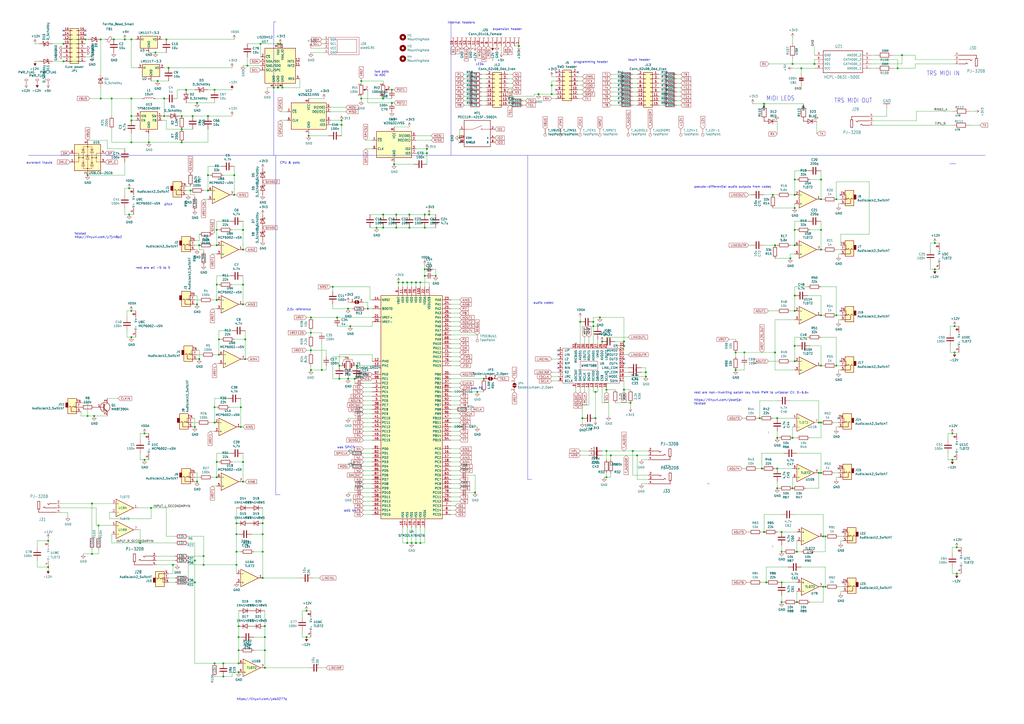
<source format=kicad_sch>
(kicad_sch (version 20230121) (generator eeschema)
  (paper "A2")
  (junction (at 50.8 241.3))
  (junction (at 458.47 149.86))
  (junction (at 300.99 26.67))
  (junction (at 138.43 389.89))
  (junction (at 81.28 314.96))
  (junction (at 127 196.85))
  (junction (at 237.49 132.08))
  (junction (at 227.33 52.07))
  (junction (at 476.25 133.35))
  (junction (at 76.2 180.34))
  (junction (at 476.25 182.88))
  (junction (at 247.65 86.36))
  (junction (at 125.73 133.35))
  (junction (at 58.42 57.15))
  (junction (at 453.39 320.04))
  (junction (at 142.24 208.28))
  (junction (at -25.527 92.583))
  (junction (at 523.24 32.004))
  (junction (at 248.92 124.46))
  (junction (at 162.56 25.4))
  (junction (at 374.65 215.9))
  (junction (at 27.94 328.93))
  (junction (at 143.51 38.1))
  (junction (at 57.15 304.8))
  (junction (at 246.38 160.02))
  (junction (at 163.83 50.8))
  (junction (at 180.34 214.63))
  (junction (at 361.95 226.06))
  (junction (at 36.83 35.56))
  (junction (at 476.25 274.32))
  (junction (at 195.58 184.15))
  (junction (at 205.74 219.71))
  (junction (at 365.76 233.68))
  (junction (at 96.52 22.86))
  (junction (at 354.33 264.16))
  (junction (at 129.54 392.43))
  (junction (at 459.74 254))
  (junction (at 153.67 369.57))
  (junction (at 153.67 377.19))
  (junction (at 113.03 325.12))
  (junction (at 246.38 124.46))
  (junction (at 236.22 314.96))
  (junction (at 461.01 171.45))
  (junction (at 449.58 204.47))
  (junction (at 462.28 320.04))
  (junction (at -32.258 104.013))
  (junction (at 554.99 332.74))
  (junction (at 114.3 59.69))
  (junction (at 243.84 314.96))
  (junction (at 53.34 321.31))
  (junction (at 138.43 363.22))
  (junction (at 276.86 227.33))
  (junction (at 227.33 59.69))
  (junction (at 553.72 204.47))
  (junction (at 461.01 113.03))
  (junction (at 125.73 173.99))
  (junction (at 213.36 179.07))
  (junction (at -27.051 124.333))
  (junction (at 120.65 110.49))
  (junction (at 115.57 208.28))
  (junction (at 158.75 50.8))
  (junction (at 477.52 340.36))
  (junction (at 124.46 245.11))
  (junction (at 90.17 30.48))
  (junction (at -25.527 84.963))
  (junction (at 450.85 242.57))
  (junction (at 125.73 142.24))
  (junction (at 459.74 37.084))
  (junction (at 66.04 22.86))
  (junction (at 542.29 140.97))
  (junction (at 485.14 212.09))
  (junction (at 151.13 25.4))
  (junction (at 337.82 242.57))
  (junction (at 140.97 144.78))
  (junction (at 443.23 60.198))
  (junction (at 50.8 101.6))
  (junction (at 218.44 132.08))
  (junction (at 349.25 198.12))
  (junction (at 552.45 251.46))
  (junction (at 137.16 303.53))
  (junction (at 27.94 313.69))
  (junction (at 76.2 82.55))
  (junction (at 177.8 369.57))
  (junction (at 231.14 163.83))
  (junction (at 91.44 46.99))
  (junction (at 553.72 189.23))
  (junction (at 198.12 69.85))
  (junction (at 450.85 254))
  (junction (at 552.45 266.7))
  (junction (at 125.73 165.1))
  (junction (at 140.97 133.35))
  (junction (at 161.29 50.8))
  (junction (at 367.03 261.62))
  (junction (at 196.85 219.71))
  (junction (at 238.76 314.96))
  (junction (at 110.49 110.49))
  (junction (at 462.28 349.25))
  (junction (at 118.11 327.66))
  (junction (at 241.3 163.83))
  (junction (at 198.12 72.39))
  (junction (at 53.34 292.1))
  (junction (at 129.54 384.81))
  (junction (at 476.25 245.11))
  (junction (at 222.25 124.46))
  (junction (at 485.14 182.88))
  (junction (at 180.34 193.04))
  (junction (at 186.69 214.63))
  (junction (at 137.16 309.88))
  (junction (at 461.01 200.66))
  (junction (at 100.33 327.66))
  (junction (at 478.79 340.36))
  (junction (at 111.76 67.31))
  (junction (at 369.57 264.16))
  (junction (at 312.42 54.61))
  (junction (at 450.85 283.21))
  (junction (at 351.79 261.62))
  (junction (at 229.87 132.08))
  (junction (at 125.73 267.97))
  (junction (at 361.95 200.66))
  (junction (at 461.01 180.34))
  (junction (at 179.07 78.74))
  (junction (at 114.3 176.53))
  (junction (at 105.41 82.55))
  (junction (at 476.25 104.14))
  (junction (at 461.01 133.35))
  (junction (at 76.2 57.15))
  (junction (at 54.61 241.3))
  (junction (at 459.74 283.21))
  (junction (at 127 205.74))
  (junction (at 180.34 184.15))
  (junction (at 228.6 95.25))
  (junction (at 86.36 82.55))
  (junction (at 152.4 303.53))
  (junction (at 280.67 219.71))
  (junction (at 97.79 39.37))
  (junction (at 472.44 37.084))
  (junction (at 448.31 113.03))
  (junction (at 201.93 219.71))
  (junction (at 449.58 142.24))
  (junction (at 114.3 279.4))
  (junction (at 177.8 354.33))
  (junction (at 105.41 74.93))
  (junction (at 87.63 294.64))
  (junction (at 426.72 204.47))
  (junction (at 125.73 276.86))
  (junction (at 124.46 384.81))
  (junction (at 426.72 214.63))
  (junction (at 76.2 67.31))
  (junction (at 246.38 156.21))
  (junction (at 345.44 227.33))
  (junction (at 76.2 69.85))
  (junction (at 444.5 337.82))
  (junction (at 246.38 132.08))
  (junction (at 153.67 387.35))
  (junction (at 113.03 247.65))
  (junction (at 453.39 308.61))
  (junction (at 138.43 384.81))
  (junction (at 76.2 195.58))
  (junction (at 105.41 67.31))
  (junction (at 152.4 309.88))
  (junction (at 95.25 67.31))
  (junction (at 345.44 242.57))
  (junction (at 464.82 39.624))
  (junction (at 474.98 274.32))
  (junction (at 201.93 179.07))
  (junction (at 431.8 204.47))
  (junction (at 243.84 163.83))
  (junction (at 320.04 54.61))
  (junction (at 461.01 209.55))
  (junction (at 203.2 189.23))
  (junction (at 76.2 22.86))
  (junction (at 554.99 317.5))
  (junction (at 139.7 247.65))
  (junction (at 485.14 115.57))
  (junction (at -27.051 116.713))
  (junction (at 72.39 22.86))
  (junction (at 64.77 57.15))
  (junction (at 474.98 245.11))
  (junction (at 83.82 266.7))
  (junction (at 461.01 142.24))
  (junction (at 137.16 327.66))
  (junction (at 450.85 271.78))
  (junction (at 83.82 251.46))
  (junction (at 153.67 363.22))
  (junction (at 137.16 320.04))
  (junction (at 520.7 39.624))
  (junction (at 222.25 132.08))
  (junction (at 222.25 57.15))
  (junction (at 453.39 337.82))
  (junction (at 152.4 320.04))
  (junction (at 361.95 198.12))
  (junction (at 351.79 226.06))
  (junction (at 36.83 25.4))
  (junction (at 113.03 337.82))
  (junction (at 247.65 88.9))
  (junction (at 138.43 377.19))
  (junction (at 209.55 57.15))
  (junction (at 320.04 49.53))
  (junction (at 180.34 203.2))
  (junction (at 229.87 124.46))
  (junction (at 115.57 142.24))
  (junction (at 152.4 335.28))
  (junction (at 252.73 160.02))
  (junction (at 443.23 308.61))
  (junction (at 266.7 80.01))
  (junction (at 236.22 163.83))
  (junction (at 120.65 67.31))
  (junction (at 161.29 25.4))
  (junction (at 135.89 113.03))
  (junction (at 477.52 311.15))
  (junction (at 74.93 124.46))
  (junction (at 135.89 101.6))
  (junction (at 347.98 184.15))
  (junction (at 58.42 22.86))
  (junction (at 207.01 212.09))
  (junction (at 542.29 156.21))
  (junction (at 275.59 285.75))
  (junction (at 140.97 165.1))
  (junction (at 344.17 186.69))
  (junction (at 124.46 236.22))
  (junction (at 344.17 189.23))
  (junction (at 74.93 109.22))
  (junction (at 238.76 163.83))
  (junction (at 107.95 52.07))
  (junction (at 478.79 311.15))
  (junction (at 196.85 212.09))
  (junction (at 453.39 349.25))
  (junction (at 140.97 176.53))
  (junction (at -32.258 124.333))
  (junction (at 139.7 236.22))
  (junction (at 138.43 369.57))
  (junction (at 440.69 242.57))
  (junction (at 142.24 196.85))
  (junction (at 351.79 276.86))
  (junction (at 95.25 57.15))
  (junction (at 374.65 218.44))
  (junction (at 461.01 104.14))
  (junction (at 118.11 322.58))
  (junction (at 124.46 52.07))
  (junction (at 461.01 120.65))
  (junction (at 140.97 267.97))
  (junction (at 476.25 144.78))
  (junction (at 241.3 314.96))
  (junction (at 336.55 186.69))
  (junction (at 49.53 22.86))
  (junction (at 476.25 115.57))
  (junction (at 193.04 166.37))
  (junction (at 233.68 163.83))
  (junction (at 140.97 279.4))
  (junction (at 441.96 271.78))
  (junction (at 237.49 124.46))
  (junction (at 476.25 212.09))
  (junction (at 120.65 101.6))
  (junction (at 209.55 46.99))
  (no_connect (at 488.95 337.82))
  (no_connect (at 266.7 82.55))
  (no_connect (at 36.83 17.78))
  (no_connect (at 487.68 113.03))
  (no_connect (at 36.83 20.32))
  (no_connect (at -67.818 116.713))
  (no_connect (at 361.95 208.28))
  (no_connect (at 49.53 17.78))
  (no_connect (at 322.58 52.07))
  (no_connect (at 486.41 242.57))
  (no_connect (at -67.183 84.963))
  (no_connect (at 488.95 308.61))
  (no_connect (at 334.01 199.39))
  (no_connect (at 322.58 41.91))
  (no_connect (at -31.623 77.343))
  (no_connect (at 487.68 209.55))
  (no_connect (at 323.85 205.74))
  (no_connect (at 486.41 271.78))
  (no_connect (at -32.258 109.093))
  (no_connect (at 323.85 213.36))
  (no_connect (at 49.53 20.32))
  (no_connect (at 361.95 210.82))
  (no_connect (at 323.85 210.82))
  (no_connect (at 487.68 180.34))
  (no_connect (at 335.28 41.91))
  (no_connect (at 323.85 203.2))
  (wire (pts (xy 120.65 96.52) (xy 120.65 101.6)))
  (wire (pts (xy 210.82 273.05) (xy 215.9 273.05)))
  (wire (pts (xy 382.27 53.34) (xy 384.81 53.34)))
  (wire (pts (xy 461.01 209.55) (xy 461.01 200.66)))
  (wire (pts (xy 241.3 314.96) (xy 243.84 314.96)))
  (wire (pts (xy 53.34 318.77) (xy 53.34 321.31)))
  (wire (pts (xy 153.67 387.35) (xy 179.07 387.35)))
  (wire (pts (xy 125.73 173.99) (xy 125.73 165.1)))
  (wire (pts (xy 97.79 337.82) (xy 101.6 337.82)))
  (wire (pts (xy 261.62 196.85) (xy 266.7 196.85)))
  (wire (pts (xy 553.72 204.47) (xy 551.18 204.47)))
  (wire (pts (xy 140.97 165.1) (xy 140.97 176.53)))
  (wire (pts (xy 123.19 142.24) (xy 125.73 142.24)))
  (wire (pts (xy 565.404 64.516) (xy 562.864 64.516)) (stroke (width 0.1524)))
  (wire (pts (xy 261.62 176.53) (xy 266.7 176.53)))
  (wire (pts (xy 76.2 67.31) (xy 76.2 57.15)))
  (wire (pts (xy 210.82 242.57) (xy 215.9 242.57)))
  (wire (pts (xy 485.14 212.09) (xy 487.68 212.09)))
  (wire (pts (xy 134.62 392.43) (xy 134.62 389.89)))
  (wire (pts (xy 142.24 279.4) (xy 140.97 279.4)))
  (wire (pts (xy 464.82 39.624) (xy 472.44 39.624)) (stroke (width 0.1524)))
  (wire (pts (xy 76.2 195.58) (xy 78.74 195.58)))
  (wire (pts (xy 434.34 142.24) (xy 435.61 142.24)))
  (wire (pts (xy 462.28 313.69) (xy 462.28 320.04)))
  (wire (pts (xy 486.41 214.63) (xy 486.41 215.9)))
  (wire (pts (xy 213.36 179.07) (xy 215.9 179.07)))
  (wire (pts (xy -19.431 125.222) (xy -19.431 124.333)))
  (wire (pts (xy 113.03 274.32) (xy 114.3 274.32)))
  (wire (pts (xy 394.97 48.26) (xy 392.43 48.26)))
  (wire (pts (xy 344.17 199.39) (xy 344.17 189.23)))
  (wire (pts (xy 175.26 369.57) (xy 175.26 365.76)))
  (wire (pts (xy 125.73 128.27) (xy 125.73 133.35)))
  (wire (pts (xy 118.11 110.49) (xy 120.65 110.49)))
  (wire (pts (xy 351.79 199.39) (xy 351.79 195.58)))
  (wire (pts (xy 461.01 120.65) (xy 461.01 118.11)))
  (wire (pts (xy 64.77 82.55) (xy 76.2 82.55)))
  (wire (pts (xy 113.03 139.7) (xy 115.57 139.7)))
  (wire (pts (xy 487.68 214.63) (xy 486.41 214.63)))
  (wire (pts (xy 261.62 186.69) (xy 266.7 186.69)))
  (wire (pts (xy 114.3 144.78) (xy 113.03 144.78)))
  (wire (pts (xy 210.82 275.59) (xy 215.9 275.59)))
  (wire (pts (xy 476.25 200.66) (xy 476.25 212.09)))
  (wire (pts (xy 458.47 180.34) (xy 461.01 180.34)))
  (wire (pts (xy 487.68 147.32) (xy 486.41 147.32)))
  (wire (pts (xy 138.43 369.57) (xy 139.7 369.57)))
  (wire (pts (xy 486.41 340.36) (xy 488.95 340.36)))
  (wire (pts (xy 186.69 214.63) (xy 180.34 214.63)))
  (wire (pts (xy 369.57 53.34) (xy 367.03 53.34)))
  (wire (pts (xy 226.06 52.07) (xy 227.33 52.07)))
  (wire (pts (xy 111.76 74.93) (xy 105.41 74.93)))
  (wire (pts (xy 246.38 156.21) (xy 246.38 153.67)))
  (wire (pts (xy 468.63 195.58) (xy 461.01 195.58)))
  (polyline (pts (xy 261.62 90.17) (xy 261.62 12.7)))
  (wire (pts (xy 113.03 52.07) (xy 107.95 52.07)))
  (wire (pts (xy 551.18 204.47) (xy 551.18 200.66)))
  (wire (pts (xy 336.55 264.16) (xy 341.63 264.16)))
  (wire (pts (xy 109.22 113.03) (xy 107.95 113.03)))
  (wire (pts (xy 441.96 271.78) (xy 439.42 271.78)))
  (wire (pts (xy 520.7 34.544) (xy 520.7 39.624)) (stroke (width 0.1524)))
  (wire (pts (xy 137.16 309.88) (xy 137.16 303.53)))
  (wire (pts (xy 474.98 283.21) (xy 474.98 274.32)))
  (wire (pts (xy 431.8 271.78) (xy 430.53 271.78)))
  (wire (pts (xy 203.2 175.26) (xy 201.93 175.26)))
  (wire (pts (xy 210.82 262.89) (xy 215.9 262.89)))
  (wire (pts (xy 453.39 308.61) (xy 462.28 308.61)))
  (wire (pts (xy 554.99 317.5) (xy 557.53 317.5)))
  (wire (pts (xy 261.62 262.89) (xy 266.7 262.89)))
  (wire (pts (xy 227.33 52.07) (xy 228.6 52.07)))
  (wire (pts (xy 345.44 227.33) (xy 345.44 242.57)))
  (wire (pts (xy 109.22 335.28) (xy 109.22 327.66)))
  (wire (pts (xy 124.46 210.82) (xy 127 210.82)))
  (wire (pts (xy 128.27 96.52) (xy 120.65 96.52)))
  (wire (pts (xy 518.16 39.624) (xy 520.7 39.624)) (stroke (width 0.1524)))
  (wire (pts (xy 180.34 193.04) (xy 177.8 193.04)))
  (wire (pts (xy 394.97 58.42) (xy 392.43 58.42)))
  (wire (pts (xy 177.8 184.15) (xy 180.34 184.15)))
  (wire (pts (xy 297.18 45.72) (xy 294.64 45.72)))
  (wire (pts (xy 209.55 46.99) (xy 209.55 48.26)))
  (wire (pts (xy 261.62 199.39) (xy 266.7 199.39)))
  (wire (pts (xy 109.22 322.58) (xy 118.11 322.58)))
  (wire (pts (xy 450.85 242.57) (xy 459.74 242.57)))
  (wire (pts (xy 539.75 140.97) (xy 542.29 140.97)))
  (wire (pts (xy 238.76 306.07) (xy 238.76 314.96)))
  (wire (pts (xy 369.57 264.16) (xy 369.57 278.13)))
  (wire (pts (xy 241.3 306.07) (xy 241.3 314.96)))
  (wire (pts (xy 137.16 332.74) (xy 137.16 327.66)))
  (wire (pts (xy 81.28 251.46) (xy 83.82 251.46)))
  (wire (pts (xy 233.68 314.96) (xy 233.68 306.07)))
  (wire (pts (xy 443.23 298.45) (xy 443.23 308.61)))
  (wire (pts (xy 96.52 30.48) (xy 90.17 30.48)))
  (wire (pts (xy 193.04 219.71) (xy 196.85 219.71)))
  (wire (pts (xy 449.58 204.47) (xy 449.58 185.42)))
  (wire (pts (xy 322.58 44.45) (xy 320.04 44.45)))
  (wire (pts (xy 213.36 52.07) (xy 213.36 59.69)))
  (wire (pts (xy 90.678 322.58) (xy 101.6 322.58)))
  (wire (pts (xy 97.79 332.74) (xy 100.33 332.74)))
  (wire (pts (xy -31.623 79.883) (xy -20.32 79.883)))
  (wire (pts (xy 236.22 314.96) (xy 233.68 314.96)))
  (wire (pts (xy 514.35 67.564) (xy 514.35 62.738)) (stroke (width 0.1524)))
  (wire (pts (xy 129.54 101.6) (xy 135.89 101.6)))
  (wire (pts (xy 551.18 193.04) (xy 551.18 189.23)))
  (wire (pts (xy 261.62 173.99) (xy 266.7 173.99)))
  (wire (pts (xy 210.82 255.27) (xy 215.9 255.27)))
  (wire (pts (xy 461.01 298.45) (xy 477.52 298.45)))
  (wire (pts (xy 261.62 209.55) (xy 266.7 209.55)))
  (wire (pts (xy 205.74 212.09) (xy 207.01 212.09)))
  (wire (pts (xy 63.5 297.18) (xy 64.77 297.18)))
  (wire (pts (xy 218.44 132.08) (xy 222.25 132.08)))
  (wire (pts (xy 210.82 229.87) (xy 215.9 229.87)))
  (wire (pts (xy 382.27 58.42) (xy 384.81 58.42)))
  (wire (pts (xy 64.77 314.96) (xy 81.28 314.96)))
  (wire (pts (xy 281.94 43.18) (xy 279.4 43.18)))
  (wire (pts (xy 476.25 128.27) (xy 476.25 133.35)))
  (wire (pts (xy 127 191.77) (xy 127 196.85)))
  (wire (pts (xy 459.74 276.86) (xy 459.74 283.21)))
  (wire (pts (xy 229.87 124.46) (xy 237.49 124.46)))
  (wire (pts (xy 78.74 69.85) (xy 76.2 69.85)))
  (wire (pts (xy 36.83 22.86) (xy 49.53 22.86)))
  (wire (pts (xy 452.12 337.82) (xy 453.39 337.82)))
  (wire (pts (xy 369.57 48.26) (xy 367.03 48.26)))
  (wire (pts (xy 271.78 247.65) (xy 276.86 247.65)))
  (wire (pts (xy 364.49 205.74) (xy 361.95 205.74)))
  (polyline (pts (xy 16.51 90.17) (xy 571.5 90.17)))
  (wire (pts (xy 367.03 275.59) (xy 367.03 261.62)))
  (wire (pts (xy 195.58 184.15) (xy 215.9 184.15)))
  (wire (pts (xy 105.41 74.93) (xy 96.52 74.93)))
  (wire (pts (xy 450.85 271.78) (xy 459.74 271.78)))
  (wire (pts (xy -25.527 92.583) (xy -31.623 92.583)))
  (wire (pts (xy 109.22 314.96) (xy 113.03 314.96)))
  (wire (pts (xy 129.54 384.81) (xy 138.43 384.81)))
  (wire (pts (xy 453.39 298.45) (xy 443.23 298.45)))
  (wire (pts (xy 472.44 32.004) (xy 472.44 26.924)) (stroke (width 0.1524)))
  (wire (pts (xy 210.82 270.51) (xy 215.9 270.51)))
  (wire (pts (xy 461.01 128.27) (xy 461.01 133.35)))
  (wire (pts (xy 74.93 124.46) (xy 77.47 124.46)))
  (wire (pts (xy 152.4 303.53) (xy 152.4 309.88)))
  (wire (pts (xy 350.52 276.86) (xy 351.79 276.86)))
  (wire (pts (xy 530.86 32.004) (xy 530.86 34.544)) (stroke (width 0.1524)))
  (wire (pts (xy 30.48 35.56) (xy 36.83 35.56)))
  (wire (pts (xy 201.93 219.71) (xy 201.93 217.17)))
  (wire (pts (xy 477.52 115.57) (xy 476.25 115.57)))
  (wire (pts (xy 458.47 209.55) (xy 461.01 209.55)))
  (wire (pts (xy 322.58 54.61) (xy 320.04 54.61)))
  (wire (pts (xy 73.66 195.58) (xy 76.2 195.58)))
  (wire (pts (xy 539.75 156.21) (xy 539.75 152.4)))
  (wire (pts (xy 210.82 222.25) (xy 215.9 222.25)))
  (wire (pts (xy -32.258 114.173) (xy -26.035 114.173)))
  (wire (pts (xy 100.33 327.66) (xy 102.87 327.66)))
  (wire (pts (xy 448.31 120.65) (xy 461.01 120.65)))
  (wire (pts (xy 179.07 78.74) (xy 190.5 78.74)))
  (wire (pts (xy 114.3 203.2) (xy 115.57 203.2)))
  (wire (pts (xy 487.68 118.11) (xy 486.41 118.11)))
  (wire (pts (xy 127 196.85) (xy 128.27 196.85)))
  (wire (pts (xy 261.62 219.71) (xy 280.67 219.71)))
  (wire (pts (xy 162.56 69.85) (xy 166.37 69.85)))
  (wire (pts (xy 123.19 276.86) (xy 125.73 276.86)))
  (wire (pts (xy -72.898 99.568) (xy -72.898 101.473)))
  (wire (pts (xy 336.55 261.62) (xy 341.63 261.62)))
  (wire (pts (xy 113.03 173.99) (xy 115.57 173.99)))
  (wire (pts (xy 227.33 59.69) (xy 228.6 59.69)))
  (wire (pts (xy 101.6 311.15) (xy 96.52 311.15)))
  (wire (pts (xy 153.67 363.22) (xy 153.67 369.57)))
  (wire (pts (xy 344.17 186.69) (xy 344.17 184.15)))
  (wire (pts (xy 124.46 384.81) (xy 129.54 384.81)))
  (wire (pts (xy 448.31 317.5) (xy 448.31 316.23)))
  (wire (pts (xy 138.43 369.57) (xy 138.43 363.22)))
  (wire (pts (xy 461.01 142.24) (xy 461.01 133.35)))
  (wire (pts (xy 83.82 251.46) (xy 86.36 251.46)))
  (wire (pts (xy 485.14 144.78) (xy 487.68 144.78)))
  (wire (pts (xy 375.92 266.7) (xy 372.11 266.7)))
  (wire (pts (xy 505.46 39.624) (xy 508 39.624)) (stroke (width 0.1524)))
  (wire (pts (xy 93.98 22.86) (xy 96.52 22.86)))
  (wire (pts (xy 443.23 60.198) (xy 466.09 60.198)) (stroke (width 0.1524)))
  (wire (pts (xy 356.87 198.12) (xy 361.95 198.12)))
  (wire (pts (xy 261.62 242.57) (xy 266.7 242.57)))
  (wire (pts (xy 261.62 288.29) (xy 266.7 288.29)))
  (wire (pts (xy 449.58 185.42) (xy 461.01 185.42)))
  (wire (pts (xy 458.47 149.86) (xy 458.47 147.32)))
  (wire (pts (xy 76.2 39.37) (xy 76.2 22.86)))
  (wire (pts (xy 52.07 57.15) (xy 58.42 57.15)))
  (wire (pts (xy 468.63 166.37) (xy 461.01 166.37)))
  (wire (pts (xy 53.34 33.02) (xy 49.53 33.02)))
  (wire (pts (xy 114.3 205.74) (xy 116.84 205.74)))
  (wire (pts (xy 72.39 22.86) (xy 76.2 22.86)))
  (wire (pts (xy 196.85 205.74) (xy 215.9 205.74)))
  (wire (pts (xy 271.78 53.34) (xy 269.24 53.34)))
  (wire (pts (xy 115.57 135.89) (xy 115.57 139.7)))
  (wire (pts (xy 505.46 37.084) (xy 523.24 37.084)) (stroke (width 0.1524)))
  (wire (pts (xy 111.76 67.31) (xy 120.65 67.31)))
  (wire (pts (xy 335.28 44.45) (xy 337.82 44.45)))
  (wire (pts (xy 137.16 327.66) (xy 137.16 320.04)))
  (wire (pts (xy 123.19 147.32) (xy 125.73 147.32)))
  (wire (pts (xy 96.52 67.31) (xy 95.25 67.31)))
  (wire (pts (xy 180.34 30.48) (xy 187.96 30.48)))
  (wire (pts (xy 476.25 171.45) (xy 476.25 182.88)))
  (wire (pts (xy 173.99 45.72) (xy 173.99 50.8)))
  (polyline (pts (xy 306.07 90.17) (xy 306.07 278.13)))
  (wire (pts (xy 163.83 50.8) (xy 161.29 50.8)))
  (wire (pts (xy 552.45 251.46) (xy 554.99 251.46)))
  (wire (pts (xy -32.258 116.713) (xy -27.051 116.713)))
  (wire (pts (xy 114.3 279.4) (xy 113.03 279.4)))
  (wire (pts (xy 118.11 322.58) (xy 118.11 327.66)))
  (wire (pts (xy 453.39 337.82) (xy 462.28 337.82)))
  (wire (pts (xy 476.25 274.32) (xy 474.98 274.32)))
  (wire (pts (xy 215.9 186.69) (xy 215.9 189.23)))
  (wire (pts (xy 446.024 37.084) (xy 459.74 37.084)))
  (wire (pts (xy 468.63 99.06) (xy 461.01 99.06)))
  (wire (pts (xy 187.96 27.94) (xy 180.34 27.94)))
  (wire (pts (xy 384.81 45.72) (xy 382.27 45.72)))
  (wire (pts (xy 468.63 171.45) (xy 476.25 171.45)))
  (wire (pts (xy 468.63 128.27) (xy 461.01 128.27)))
  (wire (pts (xy 151.13 25.4) (xy 143.51 25.4)))
  (wire (pts (xy 453.39 320.04) (xy 454.66 320.04)))
  (wire (pts (xy 367.03 60.96) (xy 369.57 60.96)))
  (wire (pts (xy 320.04 208.28) (xy 323.85 208.28)))
  (wire (pts (xy 336.55 224.79) (xy 336.55 227.33)))
  (wire (pts (xy 138.43 377.19) (xy 138.43 369.57)))
  (wire (pts (xy 486.41 247.65) (xy 485.14 247.65)))
  (wire (pts (xy 76.2 77.47) (xy 76.2 82.55)))
  (wire (pts (xy 478.79 320.04) (xy 478.79 311.15)))
  (wire (pts (xy 76.2 57.15) (xy 82.55 57.15)))
  (wire (pts (xy 448.31 242.57) (xy 450.85 242.57)))
  (wire (pts (xy 261.62 212.09) (xy 266.7 212.09)))
  (wire (pts (xy 124.46 52.07) (xy 120.65 52.07)))
  (wire (pts (xy 107.95 107.95) (xy 110.49 107.95)))
  (wire (pts (xy 440.69 232.41) (xy 440.69 242.57)))
  (wire (pts (xy 450.85 232.41) (xy 440.69 232.41)))
  (wire (pts (xy 210.82 293.37) (xy 215.9 293.37)))
  (wire (pts (xy 279.4 50.8) (xy 281.94 50.8)))
  (wire (pts (xy 237.49 124.46) (xy 246.38 124.46)))
  (wire (pts (xy 97.79 335.28) (xy 101.6 335.28)))
  (wire (pts (xy 90.678 327.66) (xy 100.33 327.66)))
  (wire (pts (xy 349.25 224.79) (xy 349.25 233.68)))
  (wire (pts (xy 351.79 226.06) (xy 351.79 224.79)))
  (wire (pts (xy 459.74 39.624) (xy 464.82 39.624)) (stroke (width 0.1524)))
  (wire (pts (xy 118.11 144.78) (xy 118.11 146.05)))
  (wire (pts (xy 20.32 25.4) (xy 22.86 25.4)))
  (wire (pts (xy 58.42 43.18) (xy 58.42 22.86)))
  (wire (pts (xy 123.19 173.99) (xy 125.73 173.99)))
  (wire (pts (xy 198.12 72.39) (xy 198.12 78.74)))
  (wire (pts (xy 196.85 219.71) (xy 201.93 219.71)))
  (wire (pts (xy 180.34 203.2) (xy 180.34 201.93)))
  (wire (pts (xy 76.2 180.34) (xy 78.74 180.34)))
  (wire (pts (xy 426.72 214.63) (xy 431.8 214.63)))
  (wire (pts (xy 553.72 189.23) (xy 556.26 189.23)))
  (wire (pts (xy 449.58 149.86) (xy 458.47 149.86)))
  (wire (pts (xy 441.96 262.89) (xy 441.96 271.78)))
  (wire (pts (xy 346.71 189.23) (xy 344.17 189.23)))
  (wire (pts (xy 549.91 251.46) (xy 552.45 251.46)))
  (wire (pts (xy 215.9 205.74) (xy 215.9 209.55)))
  (wire (pts (xy 133.35 262.89) (xy 125.73 262.89)))
  (wire (pts (xy 180.34 203.2) (xy 177.8 203.2)))
  (wire (pts (xy 279.4 55.88) (xy 281.94 55.88)))
  (wire (pts (xy 349.25 261.62) (xy 351.79 261.62)))
  (wire (pts (xy 81.28 307.34) (xy 81.28 314.96)))
  (wire (pts (xy 179.07 57.15) (xy 187.96 57.15)))
  (wire (pts (xy 445.77 209.55) (xy 450.85 209.55)))
  (wire (pts (xy 458.47 147.32) (xy 461.01 147.32)))
  (wire (pts (xy 281.94 58.42) (xy 279.4 58.42)))
  (wire (pts (xy 113.03 142.24) (xy 115.57 142.24)))
  (wire (pts (xy 121.92 250.19) (xy 124.46 250.19)))
  (wire (pts (xy 96.52 74.93) (xy 96.52 69.85)))
  (wire (pts (xy 95.25 67.31) (xy 93.98 67.31)))
  (wire (pts (xy 351.79 261.62) (xy 367.03 261.62)))
  (wire (pts (xy 81.28 266.7) (xy 83.82 266.7)))
  (wire (pts (xy 214.63 132.08) (xy 218.44 132.08)))
  (wire (pts (xy 212.09 81.28) (xy 215.9 81.28)))
  (wire (pts (xy 129.54 392.43) (xy 134.62 392.43)))
  (wire (pts (xy 354.33 43.18) (xy 359.41 43.18)))
  (wire (pts (xy 222.25 57.15) (xy 222.25 55.88)))
  (wire (pts (xy -27.051 116.713) (xy -20.193 116.713)))
  (wire (pts (xy 351.79 226.06) (xy 356.87 226.06)))
  (wire (pts (xy 152.4 320.04) (xy 147.32 320.04)))
  (wire (pts (xy 143.51 208.28) (xy 142.24 208.28)))
  (wire (pts (xy 487.68 313.69) (xy 487.68 314.96)))
  (wire (pts (xy 271.78 275.59) (xy 275.59 275.59)))
  (wire (pts (xy 369.57 58.42) (xy 367.03 58.42)))
  (wire (pts (xy 222.25 132.08) (xy 229.87 132.08)))
  (wire (pts (xy 81.28 255.27) (xy 81.28 251.46)))
  (wire (pts (xy 530.86 39.624) (xy 530.86 37.084)) (stroke (width 0.1524)))
  (wire (pts (xy 485.14 276.86) (xy 485.14 278.13)))
  (wire (pts (xy 53.34 292.1) (xy 64.77 292.1)))
  (wire (pts (xy 392.43 45.72) (xy 394.97 45.72)))
  (polyline (pts (xy 158.75 12.7) (xy 160.02 12.7)))
  (wire (pts (xy 124.46 231.14) (xy 124.46 236.22)))
  (wire (pts (xy 198.12 69.85) (xy 191.77 69.85)))
  (wire (pts (xy 180.34 191.77) (xy 180.34 193.04)))
  (wire (pts (xy 361.95 184.15) (xy 347.98 184.15)))
  (wire (pts (xy 359.41 55.88) (xy 354.33 55.88)))
  (wire (pts (xy 486.41 118.11) (xy 486.41 119.38)))
  (wire (pts (xy 337.82 242.57) (xy 337.82 245.11)))
  (wire (pts (xy 248.92 124.46) (xy 252.73 124.46)))
  (wire (pts (xy 175.26 358.14) (xy 175.26 354.33)))
  (wire (pts (xy 426.72 207.01) (xy 426.72 204.47)))
  (wire (pts (xy 552.45 321.31) (xy 552.45 317.5)))
  (wire (pts (xy 137.16 320.04) (xy 137.16 309.88)))
  (wire (pts (xy 46.99 233.68) (xy 50.8 233.68)))
  (wire (pts (xy 349.25 198.12) (xy 349.25 199.39)))
  (wire (pts (xy 96.52 294.64) (xy 87.63 294.64)))
  (wire (pts (xy 87.63 300.99) (xy 63.5 300.99)))
  (polyline (pts (xy 160.02 90.17) (xy 160.02 287.02)))
  (wire (pts (xy 115.57 203.2) (xy 115.57 208.28)))
  (wire (pts (xy 125.73 160.02) (xy 125.73 165.1)))
  (wire (pts (xy 139.7 236.22) (xy 139.7 247.65)))
  (wire (pts (xy 140.97 247.65) (xy 139.7 247.65)))
  (wire (pts (xy 231.14 163.83) (xy 233.68 163.83)))
  (wire (pts (xy -25.527 84.963) (xy -31.623 84.963)))
  (wire (pts (xy 135.89 96.52) (xy 135.89 101.6)))
  (wire (pts (xy 361.95 200.66) (xy 361.95 203.2)))
  (wire (pts (xy 105.41 67.31) (xy 111.76 67.31)))
  (wire (pts (xy 210.82 232.41) (xy 215.9 232.41)))
  (wire (pts (xy 485.14 195.58) (xy 485.14 212.09)))
  (wire (pts (xy 261.62 260.35) (xy 266.7 260.35)))
  (wire (pts (xy 177.8 369.57) (xy 175.26 369.57)))
  (wire (pts (xy 312.42 54.61) (xy 320.04 54.61)))
  (wire (pts (xy 444.5 328.93) (xy 444.5 337.82)))
  (wire (pts (xy 62.23 81.28) (xy 62.23 86.36)))
  (wire (pts (xy 467.36 283.21) (xy 474.98 283.21)))
  (wire (pts (xy 95.25 39.37) (xy 97.79 39.37)))
  (wire (pts (xy 474.98 232.41) (xy 474.98 245.11)))
  (wire (pts (xy 114.3 171.45) (xy 114.3 176.53)))
  (wire (pts (xy 523.24 32.004) (xy 518.16 32.004)) (stroke (width 0.1524)))
  (wire (pts (xy 68.58 231.14) (xy 62.23 231.14)))
  (wire (pts (xy 210.82 280.67) (xy 215.9 280.67)))
  (wire (pts (xy 384.81 60.96) (xy 382.27 60.96)))
  (wire (pts (xy 64.77 309.88) (xy 64.77 314.96)))
  (wire (pts (xy 478.79 340.36) (xy 477.52 340.36)))
  (wire (pts (xy 151.13 38.1) (xy 143.51 38.1)))
  (wire (pts (xy 229.87 132.08) (xy 237.49 132.08)))
  (wire (pts (xy 210.82 290.83) (xy 215.9 290.83)))
  (wire (pts (xy 382.27 48.26) (xy 384.81 48.26)))
  (wire (pts (xy 441.96 262.89) (xy 454.66 262.89)))
  (wire (pts (xy 261.62 179.07) (xy 266.7 179.07)))
  (wire (pts (xy 214.63 124.46) (xy 222.25 124.46)))
  (wire (pts (xy 123.19 281.94) (xy 125.73 281.94)))
  (wire (pts (xy 118.11 115.57) (xy 120.65 115.57)))
  (wire (pts (xy -32.258 124.333) (xy -27.051 124.333)))
  (wire (pts (xy 134.62 389.89) (xy 138.43 389.89)))
  (wire (pts (xy 353.06 233.68) (xy 353.06 241.3)))
  (wire (pts (xy 120.65 74.93) (xy 120.65 82.55)))
  (wire (pts (xy 487.68 342.9) (xy 487.68 344.17)))
  (wire (pts (xy 210.82 245.11) (xy 215.9 245.11)))
  (wire (pts (xy 125.73 267.97) (xy 127 267.97)))
  (wire (pts (xy 233.68 166.37) (xy 233.68 163.83)))
  (wire (pts (xy 461.01 195.58) (xy 461.01 200.66)))
  (wire (pts (xy 464.82 328.93) (xy 478.79 328.93)))
  (wire (pts (xy 114.3 59.69) (xy 124.46 59.69)))
  (wire (pts (xy 86.36 30.48) (xy 90.17 30.48)))
  (wire (pts (xy 359.41 60.96) (xy 354.33 60.96)))
  (wire (pts (xy 58.42 57.15) (xy 58.42 50.8)))
  (wire (pts (xy 303.53 60.96) (xy 304.8 60.96)))
  (wire (pts (xy 210.82 260.35) (xy 215.9 260.35)))
  (wire (pts (xy 261.62 234.95) (xy 266.7 234.95)))
  (wire (pts (xy 180.34 204.47) (xy 180.34 203.2)))
  (wire (pts (xy 269.24 50.8) (xy 271.78 50.8)))
  (wire (pts (xy 177.8 354.33) (xy 180.34 354.33)))
  (wire (pts (xy 450.85 70.358) (xy 450.85 77.724)) (stroke (width 0.1524)))
  (wire (pts (xy -71.755 68.199) (xy -71.755 69.723)))
  (wire (pts (xy 461.01 171.45) (xy 461.01 180.34)))
  (wire (pts (xy 146.05 309.88) (xy 152.4 309.88)))
  (wire (pts (xy 76.2 39.37) (xy 80.01 39.37)))
  (wire (pts (xy 462.28 320.04) (xy 464.82 320.04)))
  (wire (pts (xy 125.73 165.1) (xy 127 165.1)))
  (wire (pts (xy 459.74 37.084) (xy 459.74 34.544)) (stroke (width 0.1524)))
  (wire (pts (xy 191.77 72.39) (xy 198.12 72.39)))
  (wire (pts (xy 488.95 313.69) (xy 487.68 313.69)))
  (wire (pts (xy 109.22 325.12) (xy 113.03 325.12)))
  (wire (pts (xy 36.83 25.4) (xy 49.53 25.4)))
  (wire (pts (xy 247.65 95.25) (xy 247.65 88.9)))
  (wire (pts (xy 123.19 179.07) (xy 125.73 179.07)))
  (wire (pts (xy 485.14 247.65) (xy 485.14 248.92)))
  (wire (pts (xy 276.86 227.33) (xy 280.67 227.33)))
  (wire (pts (xy 487.68 185.42) (xy 486.41 185.42)))
  (wire (pts (xy 504.19 105.41) (xy 504.19 135.89)))
  (wire (pts (xy 140.97 128.27) (xy 140.97 133.35)))
  (wire (pts (xy 477.52 349.25) (xy 477.52 340.36)))
  (wire (pts (xy 271.78 48.26) (xy 269.24 48.26)))
  (wire (pts (xy 544.83 156.21) (xy 542.29 156.21)))
  (wire (pts (xy 113.03 337.82) (xy 113.03 384.81)))
  (wire (pts (xy 556.26 204.47) (xy 553.72 204.47)))
  (wire (pts (xy 469.9 349.25) (xy 477.52 349.25)))
  (wire (pts (xy 180.34 212.09) (xy 180.34 214.63)))
  (wire (pts (xy 66.04 22.86) (xy 72.39 22.86)))
  (wire (pts (xy 461.01 104.14) (xy 462.28 104.14)))
  (wire (pts (xy 142.24 196.85) (xy 142.24 208.28)))
  (wire (pts (xy 261.62 232.41) (xy 266.7 232.41)))
  (wire (pts (xy 151.13 25.4) (xy 151.13 33.02)))
  (wire (pts (xy -72.898 79.883) (xy -67.183 79.883)))
  (wire (pts (xy 102.87 57.15) (xy 102.87 52.07)))
  (wire (pts (xy 488.95 342.9) (xy 487.68 342.9)))
  (wire (pts (xy 554.99 266.7) (xy 552.45 266.7)))
  (wire (pts (xy 320.04 54.61) (xy 320.04 49.53)))
  (wire (pts (xy 189.23 214.63) (xy 186.69 214.63)))
  (wire (pts (xy 210.82 288.29) (xy 215.9 288.29)))
  (wire (pts (xy 354.33 266.7) (xy 354.33 264.16)))
  (wire (pts (xy 506.73 72.644) (xy 552.45 72.644)) (stroke (width 0.1524)))
  (wire (pts (xy 486.41 311.15) (xy 488.95 311.15)))
  (wire (pts (xy 236.22 166.37) (xy 236.22 163.83)))
  (wire (pts (xy 261.62 267.97) (xy 266.7 267.97)))
  (wire (pts (xy 241.3 163.83) (xy 243.84 163.83)))
  (wire (pts (xy 337.82 234.95) (xy 341.63 234.95)))
  (wire (pts (xy 113.03 171.45) (xy 114.3 171.45)))
  (wire (pts (xy 180.34 184.15) (xy 195.58 184.15)))
  (wire (pts (xy 261.62 280.67) (xy 266.7 280.67)))
  (wire (pts (xy 271.78 43.18) (xy 269.24 43.18)))
  (wire (pts (xy 193.04 207.01) (xy 193.04 219.71)))
  (wire (pts (xy 114.3 176.53) (xy 113.03 176.53)))
  (wire (pts (xy 142.24 176.53) (xy 140.97 176.53)))
  (wire (pts (xy 261.62 191.77) (xy 266.7 191.77)))
  (wire (pts (xy 477.52 212.09) (xy 476.25 212.09)))
  (wire (pts (xy 243.84 163.83) (xy 248.92 163.83)))
  (wire (pts (xy 135.89 196.85) (xy 142.24 196.85)))
  (wire (pts (xy 198.12 69.85) (xy 198.12 72.39)))
  (wire (pts (xy 469.9 200.66) (xy 476.25 200.66)))
  (wire (pts (xy 367.03 261.62) (xy 375.92 261.62)))
  (wire (pts (xy 320.04 49.53) (xy 320.04 46.99)))
  (wire (pts (xy 236.22 314.96) (xy 238.76 314.96)))
  (wire (pts (xy 461.01 133.35) (xy 462.28 133.35)))
  (wire (pts (xy 81.28 262.89) (xy 81.28 266.7)))
  (wire (pts (xy 154.94 50.8) (xy 154.94 52.07)))
  (wire (pts (xy 485.14 105.41) (xy 504.19 105.41)))
  (wire (pts (xy 21.59 328.93) (xy 27.94 328.93)))
  (wire (pts (xy 193.04 176.53) (xy 193.04 179.07)))
  (wire (pts (xy 459.74 37.084) (xy 472.44 37.084)) (stroke (width 0.1524)))
  (wire (pts (xy 462.28 342.9) (xy 462.28 349.25)))
  (wire (pts (xy 109.22 311.15) (xy 118.11 311.15)))
  (wire (pts (xy 210.82 247.65) (xy 215.9 247.65)))
  (wire (pts (xy 46.99 241.3) (xy 50.8 241.3)))
  (wire (pts (xy 444.5 337.82) (xy 441.96 337.82)))
  (wire (pts (xy 247.65 88.9) (xy 247.65 86.36)))
  (wire (pts (xy 309.88 54.61) (xy 312.42 54.61)))
  (wire (pts (xy 158.75 50.8) (xy 154.94 50.8)))
  (wire (pts (xy 443.23 142.24) (xy 449.58 142.24)))
  (wire (pts (xy 450.85 254) (xy 452.12 254)))
  (wire (pts (xy 261.62 295.91) (xy 264.16 295.91)))
  (wire (pts (xy 449.58 204.47) (xy 449.58 214.63)))
  (wire (pts (xy 252.73 156.21) (xy 251.46 156.21)))
  (wire (pts (xy -32.258 111.633) (xy -26.289 111.633)))
  (wire (pts (xy 152.4 335.28) (xy 173.99 335.28)))
  (wire (pts (xy 212.09 86.36) (xy 215.9 86.36)))
  (wire (pts (xy 367.03 45.72) (xy 369.57 45.72)))
  (wire (pts (xy 238.76 163.83) (xy 241.3 163.83)))
  (wire (pts (xy 207.01 212.09) (xy 215.9 212.09)))
  (wire (pts (xy 294.64 55.88) (xy 309.88 55.88)))
  (wire (pts (xy 201.93 219.71) (xy 205.74 219.71)))
  (wire (pts (xy 339.09 199.39) (xy 339.09 195.58)))
  (wire (pts (xy 337.82 234.95) (xy 337.82 242.57)))
  (wire (pts (xy 531.622 64.516) (xy 552.704 64.516)) (stroke (width 0.1524)))
  (wire (pts (xy 111.76 242.57) (xy 113.03 242.57)))
  (wire (pts (xy 450.85 283.21) (xy 452.12 283.21)))
  (wire (pts (xy 266.7 222.25) (xy 261.62 222.25)))
  (wire (pts (xy 450.85 308.61) (xy 453.39 308.61)))
  (wire (pts (xy 180.34 193.04) (xy 186.69 193.04)))
  (wire (pts (xy -32.385 124.333) (xy -32.258 124.333)))
  (wire (pts (xy 261.62 245.11) (xy 266.7 245.11)))
  (wire (pts (xy 486.41 147.32) (xy 486.41 148.59)))
  (wire (pts (xy 476.25 104.14) (xy 476.25 115.57)))
  (wire (pts (xy 453.39 345.44) (xy 453.39 349.25)))
  (wire (pts (xy 384.81 55.88) (xy 382.27 55.88)))
  (wire (pts (xy 485.14 166.37) (xy 485.14 182.88)))
  (wire (pts (xy 361.95 226.06) (xy 365.76 226.06)))
  (wire (pts (xy 431.8 204.47) (xy 449.58 204.47)))
  (wire (pts (xy 246.38 166.37) (xy 246.38 160.02)))
  (wire (pts (xy 382.27 43.18) (xy 384.81 43.18)))
  (wire (pts (xy 261.62 204.47) (xy 266.7 204.47)))
  (wire (pts (xy 354.33 48.26) (xy 359.41 48.26)))
  (wire (pts (xy 458.47 232.41) (xy 474.98 232.41)))
  (wire (pts (xy 549.91 255.27) (xy 549.91 251.46)))
  (wire (pts (xy 477.52 144.78) (xy 476.25 144.78)))
  (wire (pts (xy 203.2 189.23) (xy 195.58 189.23)))
  (wire (pts (xy 261.62 250.19) (xy 266.7 250.19)))
  (wire (pts (xy 50.8 241.3) (xy 54.61 241.3)))
  (wire (pts (xy 542.29 140.97) (xy 544.83 140.97)))
  (wire (pts (xy -32.258 104.013) (xy -26.162 104.013)))
  (wire (pts (xy 349.25 264.16) (xy 354.33 264.16)))
  (wire (pts (xy 30.48 25.4) (xy 36.83 25.4)))
  (wire (pts (xy 294.64 58.42) (xy 295.91 58.42)))
  (wire (pts (xy 53.34 292.1) (xy 53.34 311.15)))
  (wire (pts (xy 473.964 77.47) (xy 473.71 77.47)))
  (wire (pts (xy 271.78 237.49) (xy 273.05 237.49)))
  (wire (pts (xy 483.87 245.11) (xy 486.41 245.11)))
  (wire (pts (xy 523.24 32.004) (xy 530.86 32.004)) (stroke (width 0.1524)))
  (wire (pts (xy 261.62 217.17) (xy 266.7 217.17)))
  (wire (pts (xy 238.76 314.96) (xy 241.3 314.96)))
  (wire (pts (xy 64.77 74.93) (xy 64.77 82.55)))
  (wire (pts (xy 161.29 50.8) (xy 158.75 50.8)))
  (wire (pts (xy 236.22 163.83) (xy 238.76 163.83)))
  (wire (pts (xy 153.67 369.57) (xy 147.32 369.57)))
  (polyline (pts (xy 306.07 278.13) (xy 308.61 278.13)))
  (wire (pts (xy 81.28 307.34) (xy 80.01 307.34)))
  (wire (pts (xy 73.66 184.15) (xy 73.66 180.34)))
  (wire (pts (xy 186.69 198.12) (xy 186.69 214.63)))
  (wire (pts (xy 376.047 280.67) (xy 372.11 280.67)))
  (wire (pts (xy 138.43 377.19) (xy 139.7 377.19)))
  (wire (pts (xy 241.3 78.74) (xy 250.19 78.74)))
  (wire (pts (xy 186.69 22.86) (xy 187.96 22.86)))
  (wire (pts (xy 210.82 234.95) (xy 215.9 234.95)))
  (wire (pts (xy 233.68 163.83) (xy 236.22 163.83)))
  (wire (pts (xy 553.72 37.084) (xy 530.86 37.084)) (stroke (width 0.1524)))
  (wire (pts (xy 50.8 101.6) (xy 72.39 101.6)))
  (wire (pts (xy 210.82 227.33) (xy 215.9 227.33)))
  (wire (pts (xy 124.46 236.22) (xy 125.73 236.22)))
  (polyline (pts (xy 160.02 287.02) (xy 162.56 287.02)))
  (wire (pts (xy 461.01 99.06) (xy 461.01 104.14)))
  (wire (pts (xy 222.25 57.15) (xy 227.33 57.15)))
  (wire (pts (xy 354.33 50.8) (xy 359.41 50.8)))
  (wire (pts (xy 261.62 270.51) (xy 266.7 270.51)))
  (wire (pts (xy 87.63 46.99) (xy 91.44 46.99)))
  (wire (pts (xy 189.23 212.09) (xy 189.23 214.63)))
  (wire (pts (xy 248.92 163.83) (xy 248.92 166.37)))
  (wire (pts (xy 477.52 298.45) (xy 477.52 311.15)))
  (wire (pts (xy 459.74 254) (xy 462.28 254)))
  (wire (pts (xy 210.82 267.97) (xy 215.9 267.97)))
  (wire (pts (xy 449.58 271.78) (xy 450.85 271.78)))
  (wire (pts (xy 261.62 229.87) (xy 266.7 229.87)))
  (wire (pts (xy 73.66 180.34) (xy 76.2 180.34)))
  (wire (pts (xy 152.4 294.64) (xy 152.4 303.53)))
  (wire (pts (xy 63.5 300.99) (xy 63.5 297.18)))
  (polyline (pts (xy 554.482 94.996) (xy 550.926 94.996)))
  (wire (pts (xy 210.82 250.19) (xy 215.9 250.19)))
  (wire (pts (xy 181.61 335.28) (xy 185.42 335.28)))
  (wire (pts (xy 191.77 62.23) (xy 200.66 62.23)))
  (wire (pts (xy 361.95 226.06) (xy 361.95 220.98)))
  (wire (pts (xy 351.79 276.86) (xy 354.33 276.86)))
  (wire (pts (xy 64.77 67.31) (xy 64.77 57.15)))
  (wire (pts (xy 445.77 251.46) (xy 445.77 250.19)))
  (wire (pts (xy 21.59 313.69) (xy 27.94 313.69)))
  (wire (pts (xy 246.38 160.02) (xy 246.38 156.21)))
  (wire (pts (xy 205.74 242.57) (xy 201.93 242.57)))
  (wire (pts (xy 394.97 43.18) (xy 392.43 43.18)))
  (wire (pts (xy 210.82 237.49) (xy 215.9 237.49)))
  (wire (pts (xy 109.22 337.82) (xy 113.03 337.82)))
  (wire (pts (xy 153.67 377.19) (xy 147.32 377.19)))
  (wire (pts (xy 294.64 48.26) (xy 297.18 48.26)))
  (wire (pts (xy 212.09 179.07) (xy 213.36 179.07)))
  (wire (pts (xy 210.82 285.75) (xy 215.9 285.75)))
  (wire (pts (xy 335.28 49.53) (xy 337.82 49.53)))
  (wire (pts (xy 392.43 50.8) (xy 394.97 50.8)))
  (wire (pts (xy -20.32 92.583) (xy -25.527 92.583)))
  (wire (pts (xy 138.43 384.81) (xy 138.43 377.19)))
  (wire (pts (xy 369.57 278.13) (xy 376.047 278.13)))
  (wire (pts (xy 250.19 81.28) (xy 241.3 81.28)))
  (wire (pts (xy 140.97 133.35) (xy 140.97 144.78)))
  (wire (pts (xy 279.4 45.72) (xy 281.94 45.72)))
  (wire (pts (xy 120.65 67.31) (xy 134.62 67.31)))
  (wire (pts (xy 196.85 212.09) (xy 198.12 212.09)))
  (wire (pts (xy 354.33 264.16) (xy 369.57 264.16)))
  (wire (pts (xy 162.56 25.4) (xy 163.83 25.4)))
  (wire (pts (xy 210.82 240.03) (xy 215.9 240.03)))
  (wire (pts (xy 140.97 267.97) (xy 140.97 279.4)))
  (wire (pts (xy 238.76 166.37) (xy 238.76 163.83)))
  (wire (pts (xy 137.16 309.88) (xy 138.43 309.88)))
  (wire (pts (xy 113.03 325.12) (xy 113.03 337.82)))
  (wire (pts (xy 261.62 247.65) (xy 266.7 247.65)))
  (wire (pts (xy 335.28 54.61) (xy 337.82 54.61)))
  (wire (pts (xy 81.28 314.96) (xy 101.6 314.96)))
  (wire (pts (xy 76.2 67.31) (xy 78.74 67.31)))
  (wire (pts (xy 113.03 242.57) (xy 113.03 247.65)))
  (wire (pts (xy 472.44 34.544) (xy 472.44 37.084)) (stroke (width 0.1524)))
  (wire (pts (xy 97.79 39.37) (xy 134.62 39.37)))
  (wire (pts (xy 228.6 73.66) (xy 237.49 73.66)))
  (wire (pts (xy 476.25 195.58) (xy 485.14 195.58)))
  (wire (pts (xy 364.49 213.36) (xy 361.95 213.36)))
  (wire (pts (xy 113.03 247.65) (xy 111.76 247.65)))
  (wire (pts (xy 433.07 308.61) (xy 434.34 308.61)))
  (wire (pts (xy 394.97 53.34) (xy 392.43 53.34)))
  (wire (pts (xy 261.62 285.75) (xy 266.7 285.75)))
  (wire (pts (xy 341.63 224.79) (xy 341.63 234.95)))
  (wire (pts (xy 271.78 58.42) (xy 269.24 58.42)))
  (wire (pts (xy 351.79 274.32) (xy 351.79 276.86)))
  (wire (pts (xy 72.39 120.65) (xy 72.39 124.46)))
  (wire (pts (xy 35.179 297.18) (xy 35.179 297.307)))
  (wire (pts (xy 46.99 238.76) (xy 46.99 241.3)))
  (polyline (pts (xy 158.75 90.17) (xy 158.75 12.7)))
  (wire (pts (xy 133.35 128.27) (xy 125.73 128.27)))
  (wire (pts (xy -74.168 114.173) (xy -67.818 114.173)))
  (wire (pts (xy 138.43 363.22) (xy 138.43 354.33)))
  (wire (pts (xy 27.94 328.93) (xy 27.94 330.2)))
  (wire (pts (xy 55.88 294.64) (xy 55.88 304.8)))
  (wire (pts (xy 469.9 254) (xy 476.25 254)))
  (wire (pts (xy 309.88 55.88) (xy 309.88 54.61)))
  (wire (pts (xy 27.94 312.42) (xy 27.94 313.69)))
  (wire (pts (xy 90.17 57.15) (xy 95.25 57.15)))
  (wire (pts (xy 100.33 332.74) (xy 100.33 327.66)))
  (wire (pts (xy 261.62 184.15) (xy 266.7 184.15)))
  (wire (pts (xy 369.57 264.16) (xy 375.92 264.16)))
  (wire (pts (xy 294.64 43.18) (xy 297.18 43.18)))
  (wire (pts (xy 222.25 46.99) (xy 222.25 48.26)))
  (wire (pts (xy 261.62 189.23) (xy 266.7 189.23)))
  (wire (pts (xy 472.44 320.04) (xy 478.79 320.04)))
  (wire (pts (xy 344.17 189.23) (xy 344.17 186.69)))
  (wire (pts (xy 361.95 218.44) (xy 374.65 218.44)))
  (wire (pts (xy 39.37 297.307) (xy 39.37 299.72)))
  (wire (pts (xy 246.38 314.96) (xy 243.84 314.96)))
  (polyline (pts (xy 410.21 280.67) (xy 411.48 280.67)))
  (wire (pts (xy 134.62 267.97) (xy 140.97 267.97)))
  (wire (pts (xy 50.8 81.28) (xy 62.23 81.28)))
  (wire (pts (xy -31.623 72.263) (xy -19.939 72.263)))
  (wire (pts (xy 210.82 295.91) (xy 215.9 295.91)))
  (wire (pts (xy 161.29 25.4) (xy 162.56 25.4)))
  (wire (pts (xy 320.04 215.9) (xy 323.85 215.9)))
  (wire (pts (xy 180.34 369.57) (xy 177.8 369.57)))
  (wire (pts (xy 72.39 101.6) (xy 72.39 93.98)))
  (wire (pts (xy 476.25 99.06) (xy 476.25 104.14)))
  (wire (pts (xy -31.623 82.423) (xy -20.32 82.423)))
  (wire (pts (xy 110.49 110.49) (xy 110.49 113.03)))
  (wire (pts (xy 464.82 39.624) (xy 464.82 42.164)) (stroke (width 0.1524)))
  (wire (pts (xy 473.71 70.358) (xy 473.71 77.47)) (stroke (width 0.1524)))
  (wire (pts (xy 241.3 166.37) (xy 241.3 163.83)))
  (wire (pts (xy 36.83 35.56) (xy 49.53 35.56)))
  (wire (pts (xy 246.38 132.08) (xy 252.73 132.08)))
  (wire (pts (xy 450.85 250.19) (xy 450.85 254)))
  (wire (pts (xy 448.31 113.03) (xy 450.85 113.03)))
  (wire (pts (xy 487.68 135.89) (xy 487.68 142.24)))
  (wire (pts (xy 58.42 22.86) (xy 60.96 22.86)))
  (wire (pts (xy 210.82 265.43) (xy 215.9 265.43)))
  (wire (pts (xy 261.62 283.21) (xy 266.7 283.21)))
  (wire (pts (xy 505.46 34.544) (xy 520.7 34.544)) (stroke (width 0.1524)))
  (wire (pts (xy 189.23 387.35) (xy 186.69 387.35)))
  (wire (pts (xy 231.14 166.37) (xy 231.14 163.83)))
  (wire (pts (xy 485.14 115.57) (xy 487.68 115.57)))
  (wire (pts (xy 111.76 245.11) (xy 114.3 245.11)))
  (wire (pts (xy 76.2 82.55) (xy 86.36 82.55)))
  (wire (pts (xy 133.35 236.22) (xy 139.7 236.22)))
  (wire (pts (xy 320.04 220.98) (xy 323.85 220.98)))
  (wire (pts (xy 346.71 199.39) (xy 346.71 196.85)))
  (wire (pts (xy 476.25 166.37) (xy 485.14 166.37)))
  (wire (pts (xy 113.03 384.81) (xy 124.46 384.81)))
  (wire (pts (xy 461.01 113.03) (xy 461.01 104.14)))
  (wire (pts (xy 201.93 207.01) (xy 193.04 207.01)))
  (wire (pts (xy 281.94 53.34) (xy 279.4 53.34)))
  (wire (pts (xy 434.34 337.82) (xy 433.07 337.82)))
  (wire (pts (xy 485.14 115.57) (xy 485.14 105.41)))
  (wire (pts (xy 367.03 50.8) (xy 369.57 50.8)))
  (wire (pts (xy 504.19 135.89) (xy 487.68 135.89)))
  (wire (pts (xy 354.33 58.42) (xy 359.41 58.42)))
  (wire (pts (xy 351.79 266.7) (xy 351.79 261.62)))
  (wire (pts (xy 48.26 321.31) (xy 53.34 321.31)))
  (wire (pts (xy 334.01 227.33) (xy 334.01 224.79)))
  (wire (pts (xy 266.7 80.01) (xy 266.7 74.93)))
  (wire (pts (xy 246.38 124.46) (xy 248.92 124.46)))
  (wire (pts (xy 449.58 142.24) (xy 450.85 142.24)))
  (wire (pts (xy 193.04 166.37) (xy 214.63 166.37)))
  (wire (pts (xy 478.79 328.93) (xy 478.79 340.36)))
  (wire (pts (xy 137.16 303.53) (xy 137.16 294.64)))
  (wire (pts (xy 90.678 325.12) (xy 101.6 325.12)))
  (wire (pts (xy 426.72 204.47) (xy 431.8 204.47)))
  (wire (pts (xy 113.03 314.96) (xy 113.03 325.12)))
  (wire (pts (xy 531.622 70.104) (xy 506.73 70.104)) (stroke (width 0.1524)))
  (wire (pts (xy 109.22 327.66) (xy 118.11 327.66)))
  (wire (pts (xy -26.035 114.046) (xy -26.035 114.173)))
  (wire (pts (xy 506.73 67.564) (xy 514.35 67.564)) (stroke (width 0.1524)))
  (wire (pts (xy 121.92 245.11) (xy 124.46 245.11)))
  (wire (pts (xy 275.59 275.59) (xy 275.59 285.75)))
  (wire (pts (xy 435.61 113.03) (xy 434.34 113.03)))
  (wire (pts (xy 175.26 354.33) (xy 177.8 354.33)))
  (wire (pts (xy 120.65 110.49) (xy 120.65 101.6)))
  (wire (pts (xy 127 205.74) (xy 127 196.85)))
  (wire (pts (xy 303.53 58.42) (xy 304.8 58.42)))
  (wire (pts (xy 214.63 173.99) (xy 215.9 173.99)))
  (wire (pts (xy 210.82 298.45) (xy 215.9 298.45)))
  (wire (pts (xy 210.82 278.13) (xy 215.9 278.13)))
  (wire (pts (xy 469.9 104.14) (xy 476.25 104.14)))
  (wire (pts (xy 203.2 189.23) (xy 215.9 189.23)))
  (wire (pts (xy 361.95 198.12) (xy 361.95 200.66)))
  (wire (pts (xy 124.46 245.11) (xy 124.46 236.22)))
  (wire (pts (xy 453.39 316.23) (xy 453.39 320.04)))
  (wire (pts (xy 320.04 57.15) (xy 322.58 57.15)))
  (wire (pts (xy -19.431 124.333) (xy -27.051 124.333)))
  (wire (pts (xy 335.28 46.99) (xy 337.82 46.99)))
  (wire (pts (xy 252.73 160.02) (xy 252.73 156.21)))
  (wire (pts (xy 294.64 53.34) (xy 297.18 53.34)))
  (wire (pts (xy 367.03 55.88) (xy 369.57 55.88)))
  (wire (pts (xy 261.62 273.05) (xy 266.7 273.05)))
  (wire (pts (xy 562.61 72.644) (xy 568.452 72.644)) (stroke (width 0.1524)))
  (wire (pts (xy 557.53 332.74) (xy 554.99 332.74)))
  (wire (pts (xy 153.67 377.19) (xy 153.67 369.57)))
  (wire (pts (xy 459.74 24.384) (xy 459.74 21.844)) (stroke (width 0.1524)))
  (wire (pts (xy 552.45 266.7) (xy 549.91 266.7)))
  (wire (pts (xy 124.46 52.07) (xy 134.62 52.07)))
  (wire (pts (xy 261.62 224.79) (xy 266.7 224.79)))
  (wire (pts (xy 261.62 194.31) (xy 276.86 194.31)))
  (wire (pts (xy 96.52 69.85) (xy 93.98 69.85)))
  (wire (pts (xy 320.04 46.99) (xy 322.58 46.99)))
  (wire (pts (xy 295.91 60.96) (xy 294.64 60.96)))
  (wire (pts (xy 552.45 332.74) (xy 552.45 328.93)))
  (wire (pts (xy 365.76 233.68) (xy 365.76 236.22)))
  (wire (pts (xy 113.03 113.03) (xy 113.03 114.3)))
  (wire (pts (xy 261.62 240.03) (xy 266.7 240.03)))
  (wire (pts (xy 54.61 241.3) (xy 62.23 241.3)))
  (wire (pts (xy -72.898 111.633) (xy -67.818 111.633)))
  (wire (pts (xy 436.626 60.198) (xy 443.23 60.198)) (stroke (width 0.1524)))
  (wire (pts (xy 57.15 304.8) (xy 57.15 311.15)))
  (wire (pts (xy 461.01 166.37) (xy 461.01 171.45)))
  (wire (pts (xy 422.91 196.85) (xy 426.72 196.85)))
  (wire (pts (xy 140.97 262.89) (xy 140.97 267.97)))
  (wire (pts (xy 115.57 208.28) (xy 114.3 208.28)))
  (wire (pts (xy 335.28 57.15) (xy 337.82 57.15)))
  (wire (pts (xy 477.52 182.88) (xy 476.25 182.88)))
  (wire (pts (xy 344.17 227.33) (xy 344.17 224.79)))
  (wire (pts (xy 354.33 274.32) (xy 354.33 276.86)))
  (wire (pts (xy 191.77 166.37) (xy 193.04 166.37)))
  (wire (pts (xy 485.14 182.88) (xy 487.68 182.88)))
  (wire (pts (xy 542.29 156.21) (xy 539.75 156.21)))
  (wire (pts (xy 102.87 52.07) (xy 107.95 52.07)))
  (wire (pts (xy 76.2 69.85) (xy 76.2 67.31)))
  (wire (pts (xy -71.755 77.343) (xy -67.183 77.343)))
  (wire (pts (xy 143.51 38.1) (xy 140.97 38.1)))
  (wire (pts (xy 210.82 283.21) (xy 215.9 283.21)))
  (wire (pts (xy 530.86 34.544) (xy 553.72 34.544)) (stroke (width 0.1524)))
  (wire (pts (xy 125.73 133.35) (xy 127 133.35)))
  (wire (pts (xy 271.78 227.33) (xy 276.86 227.33)))
  (wire (pts (xy 374.65 218.44) (xy 374.65 215.9)))
  (wire (pts (xy 261.62 298.45) (xy 264.16 298.45)))
  (wire (pts (xy 120.65 82.55) (xy 105.41 82.55)))
  (wire (pts (xy 125.73 262.89) (xy 125.73 267.97)))
  (wire (pts (xy 345.44 227.33) (xy 344.17 227.33)))
  (wire (pts (xy 345.44 242.57) (xy 345.44 243.84)))
  (wire (pts (xy 374.65 213.36) (xy 372.11 213.36)))
  (wire (pts (xy 134.62 165.1) (xy 140.97 165.1)))
  (wire (pts (xy 114.3 274.32) (xy 114.3 279.4)))
  (wire (pts (xy 320.04 218.44) (xy 323.85 218.44)))
  (wire (pts (xy 118.11 311.15) (xy 118.11 322.58)))
  (wire (pts (xy 459.74 247.65) (xy 459.74 254)))
  (wire (pts (xy 193.04 166.37) (xy 193.04 168.91)))
  (wire (pts (xy 361.95 215.9) (xy 364.49 215.9)))
  (wire (pts (xy 486.41 276.86) (xy 485.14 276.86)))
  (wire (pts (xy 392.43 55.88) (xy 394.97 55.88)))
  (wire (pts (xy 441.96 308.61) (xy 443.23 308.61)))
  (wire (pts (xy 35.179 294.64) (xy 55.88 294.64)))
  (wire (pts (xy 96.52 311.15) (xy 96.52 294.64)))
  (wire (pts (xy 110.49 113.03) (xy 113.03 113.03)))
  (wire (pts (xy 162.56 64.77) (xy 166.37 64.77)))
  (wire (pts (xy 356.87 233.68) (xy 365.76 233.68)))
  (wire (pts (xy 153.67 354.33) (xy 153.67 363.22)))
  (wire (pts (xy 458.47 113.03) (xy 461.01 113.03)))
  (wire (pts (xy 180.34 193.04) (xy 180.34 194.31)))
  (wire (pts (xy 57.15 304.8) (xy 64.77 304.8)))
  (wire (pts (xy -32.385 104.013) (xy -32.258 104.013)))
  (wire (pts (xy 152.4 309.88) (xy 152.4 320.04)))
  (wire (pts (xy 95.25 67.31) (xy 95.25 57.15)))
  (wire (pts (xy 137.16 320.04) (xy 139.7 320.04)))
  (wire (pts (xy 261.62 252.73) (xy 266.7 252.73)))
  (wire (pts (xy 361.95 184.15) (xy 361.95 198.12)))
  (wire (pts (xy 539.75 144.78) (xy 539.75 140.97)))
  (wire (pts (xy 361.95 227.33) (xy 361.95 226.06)))
  (wire (pts (xy 269.24 60.96) (xy 271.78 60.96)))
  (wire (pts (xy 115.57 142.24) (xy 115.57 144.78)))
  (wire (pts (xy 189.23 203.2) (xy 189.23 207.01)))
  (wire (pts (xy 72.39 113.03) (xy 72.39 109.22)))
  (wire (pts (xy 264.16 293.37) (xy 261.62 293.37)))
  (wire (pts (xy 336.55 186.69) (xy 336.55 199.39)))
  (wire (pts (xy 344.17 184.15) (xy 347.98 184.15)))
  (wire (pts (xy 523.24 37.084) (xy 523.24 32.004)) (stroke (width 0.1524)))
  (wire (pts (xy 209.55 58.42) (xy 209.55 57.15)))
  (wire (pts (xy 107.95 59.69) (xy 114.3 59.69)))
  (wire (pts (xy 520.7 39.624) (xy 530.86 39.624)) (stroke (width 0.1524)))
  (wire (pts (xy 53.34 321.31) (xy 57.15 321.31)))
  (wire (pts (xy 200.66 64.77) (xy 191.77 64.77)))
  (wire (pts (xy 80.01 294.64) (xy 87.63 294.64)))
  (wire (pts (xy 35.179 297.307) (xy 39.37 297.307)))
  (wire (pts (xy 105.41 82.55) (xy 86.36 82.55)))
  (wire (pts (xy 213.36 59.69) (xy 227.33 59.69)))
  (wire (pts (xy 431.8 207.01) (xy 431.8 204.47)))
  (wire (pts (xy 476.25 262.89) (xy 476.25 274.32)))
  (wire (pts (xy 290.83 30.48) (xy 290.83 26.67)))
  (wire (pts (xy 450.85 279.4) (xy 450.85 283.21)))
  (wire (pts (xy 339.09 227.33) (xy 339.09 224.79)))
  (wire (pts (xy 236.22 306.07) (xy 236.22 314.96)))
  (wire (pts (xy 297.18 50.8) (xy 294.64 50.8)))
  (wire (pts (xy 209.55 57.15) (xy 222.25 57.15)))
  (wire (pts (xy 118.11 327.66) (xy 137.16 327.66)))
  (wire (pts (xy 189.23 203.2) (xy 180.34 203.2)))
  (wire (pts (xy 213.36 175.26) (xy 210.82 175.26)))
  (wire (pts (xy 140.97 160.02) (xy 140.97 165.1)))
  (wire (pts (xy 341.63 199.39) (xy 341.63 195.58)))
  (wire (pts (xy -72.898 109.093) (xy -67.818 109.093)))
  (wire (pts (xy 531.622 64.516) (xy 531.622 70.104)) (stroke (width 0.1524)))
  (wire (pts (xy 269.24 45.72) (xy 271.78 45.72)))
  (wire (pts (xy 384.81 50.8) (xy 382.27 50.8)))
  (wire (pts (xy 554.99 332.74) (xy 552.45 332.74)))
  (wire (pts (xy 97.79 46.99) (xy 91.44 46.99)))
  (wire (pts (xy 228.6 93.98) (xy 228.6 95.25)))
  (wire (pts (xy 269.24 55.88) (xy 271.78 55.88)))
  (wire (pts (xy 50.8 233.68) (xy 50.8 241.3)))
  (wire (pts (xy 261.62 265.43) (xy 266.7 265.43)))
  (wire (pts (xy 246.38 306.07) (xy 246.38 314.96)))
  (wire (pts (xy 279.4 60.96) (xy 281.94 60.96)))
  (wire (pts (xy 351.79 227.33) (xy 351.79 226.06)))
  (wire (pts (xy 261.62 227.33) (xy 266.7 227.33)))
  (wire (pts (xy 552.45 317.5) (xy 554.99 317.5)))
  (wire (pts (xy 264.16 237.49) (xy 261.62 237.49)))
  (wire (pts (xy 57.15 318.77) (xy 57.15 321.31)))
  (wire (pts (xy 261.62 290.83) (xy 266.7 290.83)))
  (wire (pts (xy 261.62 201.93) (xy 266.7 201.93)))
  (wire (pts (xy 222.25 124.46) (xy 229.87 124.46)))
  (wire (pts (xy 241.3 88.9) (xy 247.65 88.9)))
  (wire (pts (xy 142.24 191.77) (xy 142.24 196.85)))
  (wire (pts (xy 134.62 191.77) (xy 127 191.77)))
  (wire (pts (xy 214.63 173.99) (xy 214.63 166.37)))
  (wire (pts (xy 549.91 266.7) (xy 549.91 262.89)))
  (wire (pts (xy 209.55 57.15) (xy 209.55 55.88)))
  (wire (pts (xy 483.87 274.32) (xy 486.41 274.32)))
  (wire (pts (xy 261.62 275.59) (xy 266.7 275.59)))
  (wire (pts (xy 161.29 25.4) (xy 151.13 25.4)))
  (wire (pts (xy 476.25 133.35) (xy 476.25 144.78)))
  (wire (pts (xy 210.82 224.79) (xy 215.9 224.79)))
  (wire (pts (xy -67.183 82.423) (xy -73.279 82.423)))
  (wire (pts (xy 209.55 46.99) (xy 222.25 46.99)))
  (wire (pts (xy 213.36 179.07) (xy 213.36 175.26)))
  (wire (pts (xy 336.55 184.15) (xy 336.55 186.69)))
  (wire (pts (xy -25.527 84.963) (xy -19.939 84.963)))
  (wire (pts (xy 346.71 224.79) (xy 346.71 227.33)))
  (wire (pts (xy 351.79 195.58) (xy 364.49 195.58)))
  (wire (pts (xy 96.52 22.86) (xy 135.89 22.86)))
  (wire (pts (xy 469.9 133.35) (xy 476.25 133.35)))
  (wire (pts (xy 261.62 207.01) (xy 266.7 207.01)))
  (wire (pts (xy 247.65 86.36) (xy 241.3 86.36)))
  (wire (pts (xy 74.93 109.22) (xy 77.47 109.22)))
  (wire (pts (xy 173.99 50.8) (xy 163.83 50.8)))
  (wire (pts (xy 486.41 185.42) (xy 486.41 186.69)))
  (wire (pts (xy 115.57 144.78) (xy 118.11 144.78)))
  (wire (pts (xy 453.39 349.25) (xy 454.66 349.25)))
  (wire (pts (xy 281.94 48.26) (xy 279.4 48.26)))
  (wire (pts (xy 186.69 25.4) (xy 187.96 25.4)))
  (wire (pts (xy 205.74 285.75) (xy 201.93 285.75)))
  (wire (pts (xy 125.73 142.24) (xy 125.73 133.35)))
  (wire (pts (xy 86.36 82.55) (xy 86.36 77.47)))
  (wire (pts (xy 335.28 52.07) (xy 337.82 52.07)))
  (wire (pts (xy 124.46 392.43) (xy 129.54 392.43)))
  (wire (pts (xy 476.25 245.11) (xy 474.98 245.11)))
  (wire (pts (xy 142.24 144.78) (xy 140.97 144.78)))
  (wire (pts (xy 196.85 212.09) (xy 196.85 205.74)))
  (wire (pts (xy 445.77 180.34) (xy 450.85 180.34)))
  (wire (pts (xy 210.82 252.73) (xy 215.9 252.73)))
  (wire (pts (xy 35.179 292.1) (xy 53.34 292.1)))
  (wire (pts (xy 137.16 113.03) (xy 135.89 113.03)))
  (wire (pts (xy 62.23 86.36) (xy 72.39 86.36)))
  (wire (pts (xy 64.77 57.15) (xy 76.2 57.15)))
  (wire (pts (xy 124.46 205.74) (xy 127 205.74)))
  (wire (pts (xy 228.6 95.25) (xy 240.03 95.25)))
  (wire (pts (xy 132.08 231.14) (xy 124.46 231.14)))
  (wire (pts (xy 134.62 133.35) (xy 140.97 133.35)))
  (wire (pts (xy 72.39 124.46) (xy 74.93 124.46)))
  (wire (pts (xy 179.07 77.47) (xy 179.07 78.74)))
  (wire (pts (xy 125.73 276.86) (xy 125.73 267.97)))
  (wire (pts (xy 369.57 43.18) (xy 367.03 43.18)))
  (wire (pts (xy 243.84 314.96) (xy 243.84 306.07)))
  (wire (pts (xy 372.11 215.9) (xy 374.65 215.9)))
  (wire (pts (xy 458.47 142.24) (xy 461.01 142.24)))
  (wire (pts (xy 20.32 35.56) (xy 22.86 35.56)))
  (wire (pts (xy 193.04 179.07) (xy 201.93 179.07)))
  (wire (pts (xy 21.59 317.5) (xy 21.59 313.69)))
  (wire (pts (xy 152.4 335.28) (xy 152.4 320.04)))
  (wire (pts (xy 354.33 53.34) (xy 359.41 53.34)))
  (wire (pts (xy 139.7 231.14) (xy 139.7 236.22)))
  (wire (pts (xy 431.8 214.63) (xy 431.8 212.09)))
  (wire (pts (xy 476.25 254) (xy 476.25 245.11)))
  (wire (pts (xy 243.84 166.37) (xy 243.84 163.83)))
  (wire (pts (xy 261.62 181.61) (xy 266.7 181.61)))
  (wire (pts (xy 392.43 60.96) (xy 394.97 60.96)))
  (wire (pts (xy 113.03 276.86) (xy 115.57 276.86)))
  (wire (pts (xy 252.73 160.02) (xy 251.46 160.02)))
  (wire (pts (xy 76.2 22.86) (xy 78.74 22.86)))
  (wire (pts (xy 354.33 45.72) (xy 359.41 45.72)))
  (wire (pts (xy 349.25 233.68) (xy 353.06 233.68)))
  (wire (pts (xy 275.59 285.75) (xy 271.78 285.75)))
  (wire (pts (xy 204.47 179.07) (xy 201.93 179.07)))
  (wire (pts (xy 58.42 57.15) (xy 64.77 57.15)))
  (wire (pts (xy 266.7 255.27) (xy 261.62 255.27)))
  (wire (pts (xy 261.62 278.13) (xy 266.7 278.13)))
  (wire (pts (xy 462.28 262.89) (xy 476.25 262.89)))
  (wire (pts (xy 346.71 227.33) (xy 345.44 227.33)))
  (wire (pts (xy 87.63 294.64) (xy 87.63 300.99)))
  (wire (pts (xy 83.82 266.7) (xy 86.36 266.7)))
  (wire (pts (xy 298.45 26.67) (xy 300.99 26.67)))
  (wire (pts (xy 444.5 328.93) (xy 457.2 328.93)))
  (wire (pts (xy 430.53 242.57) (xy 431.8 242.57)))
  (wire (pts (xy 551.18 189.23) (xy 553.72 189.23)))
  (wire (pts (xy 374.65 215.9) (xy 374.65 213.36)))
  (wire (pts (xy 461.01 200.66) (xy 462.28 200.66)))
  (wire (pts (xy 120.65 101.6) (xy 121.92 101.6)))
  (wire (pts (xy 73.66 191.77) (xy 73.66 195.58)))
  (wire (pts (xy 153.67 387.35) (xy 153.67 377.19)))
  (wire (pts (xy 107.95 110.49) (xy 110.49 110.49)))
  (wire (pts (xy 449.58 214.63) (xy 461.01 214.63)))
  (wire (pts (xy 135.89 101.6) (xy 135.89 113.03)))
  (wire (pts (xy 464.82 49.784) (xy 464.82 52.324)) (stroke (width 0.1524)))
  (wire (pts (xy 49.53 22.86) (xy 50.8 22.86)))
  (wire (pts (xy 439.42 242.57) (xy 440.69 242.57)))
  (wire (pts (xy 505.46 32.004) (xy 508 32.004)) (stroke (width 0.1524)))
  (wire (pts (xy 21.59 325.12) (xy 21.59 328.93)))
  (wire (pts (xy 104.14 67.31) (xy 105.41 67.31)))
  (wire (pts (xy 72.39 109.22) (xy 74.93 109.22)))
  (wire (pts (xy 205.74 219.71) (xy 207.01 219.71)))
  (wire (pts (xy 133.35 160.02) (xy 125.73 160.02)))
  (wire (pts (xy 237.49 132.08) (xy 246.38 132.08)))
  (wire (pts (xy 320.04 49.53) (xy 322.58 49.53)))
  (wire (pts (xy 376.047 275.59) (xy 367.03 275.59)))
  (wire (pts (xy 205.74 222.25) (xy 205.74 219.71)))
  (wire (pts (xy 143.51 33.02) (xy 143.51 38.1)))
  (wire (pts (xy 209.55 45.72) (xy 209.55 46.99)))
  (wire (pts (xy 443.23 113.03) (xy 448.31 113.03)))
  (wire (pts (xy 478.79 311.15) (xy 477.52 311.15)))
  (wire (pts (xy 55.88 304.8) (xy 57.15 304.8)))
  (text "MIDI LEDS" (at 444.5 58.674 0) (effects (font (size 2.54 2.159)) (justify left bottom)))
  (text "was P6" (at 273.05 226.06 0) (effects (font (size 1.27 1.27)) (justify left bottom)))
  (text "eurorack inputs\n" (at 30.48 95.25 0) (effects (font (size 1.27 1.27)) (justify right bottom)))
  (text "touch header" (at 377.19 35.56 0) (effects (font (size 1.27 1.27)) (justify right bottom)))
  (text "2.5v reference" (at 166.37 180.34 0) (effects (font (size 1.27 1.27)) (justify left bottom)))
  (text "was SPICS" (at 195.58 260.35 0) (effects (font (size 1.27 1.27)) (justify left bottom)))
  (text "https://tinyurl.com/yda3277q" (at 137.16 406.4 0) (effects (font (size 1.27 1.27)) (justify left bottom)))
  (text "falstad \nhttp://tinyurl.com/y7jv48p2" (at 43.18 138.43 0) (effects (font (size 1.27 1.27)) (justify left bottom)))
  (text "TRS MIDI OUT" (at 483.87 59.944 0) (effects (font (size 2.54 2.159)) (justify left bottom)))
  (text "CPU & pots" (at 173.99 95.25 0) (effects (font (size 1.27 1.27)) (justify right bottom)))
  (text "pitch" (at 95.25 119.38 0) (effects (font (size 1.27 1.27)) (justify left bottom)))
  (text "expansion header" (at 285.75 17.78 0) (effects (font (size 1.27 1.27)) (justify left bottom)))
  (text "audio codec" (at 321.31 176.53 0) (effects (font (size 1.27 1.27)) (justify right bottom)))
  (text "https://tinyurl.com/yboetjal\nfalstad" (at 402.59 234.95 0) (effects (font (size 1.27 1.27)) (justify left bottom)))
  (text "programming header\n" (at 332.74 36.83 0) (effects (font (size 1.27 1.27)) (justify left bottom)))
  (text "LEDs" (at 280.67 38.1 0) (effects (font (size 1.27 1.27)) (justify right bottom)))
  (text "WAS N4" (at 199.39 297.18 0) (effects (font (size 1.27 1.27)) (justify left bottom)))
  (text "rest are non-inverting sallen key from PWM to unipolar CV, 0-6.6v" (at 402.59 228.6 0) (effects (font (size 1.27 1.27)) (justify left bottom)))
  (text "internal headers" (at 275.59 13.97 0) (effects (font (size 1.27 1.27)) (justify right bottom)))
  (text "two pots\nto ADC" (at 217.17 44.45 0) (effects (font (size 1.27 1.27)) (justify left bottom)))
  (text "pseudo-differential audio outputs from codec" (at 402.59 109.22 0) (effects (font (size 1.27 1.27)) (justify left bottom)))
  (text "rest are all -5 to 5" (at 78.74 156.21 0) (effects (font (size 1.27 1.27)) (justify left bottom)))
  (text "TRS MIDI IN" (at 537.464 44.196 0) (effects (font (size 2.54 2.159)) (justify left bottom)))
  (label "TIP1_5" (at 542.29 72.644 0) (effects (font (size 1.2446 1.2446))))
  (label "INPUT_R_SECONDARYIN" (at 67.31 314.96 0))
  (label "GND" (at 472.44 26.924 90) (effects (font (size 1.2446 1.2446))))
  (label "RING1_4" (at 541.782 64.516 0) (effects (font (size 1.2446 1.2446))))
  (label "INPUT_L_SECONDARYIN" (at 88.9 294.64 0))
  (label "GND" (at 464.82 52.324 180) (effects (font (size 1.2446 1.2446))))
  (global_label "T7" (shape input) (at 266.7 255.27 0) (property "Intersheetrefs" "${INTERSHEET_REFS}" (effects hide)))
  (global_label "T4" (shape input) (at 354.33 50.8 180) (property "Intersheetrefs" "${INTERSHEET_REFS}" (effects hide)))
  (global_label "P6" (shape input) (at 269.24 55.88 180) (property "Intersheetrefs" "${INTERSHEET_REFS}" (effects hide)))
  (global_label "T13" (shape input) (at 210.82 247.65 180) (property "Intersheetrefs" "${INTERSHEET_REFS}" (effects hide)))
  (global_label "IO2" (shape input) (at 287.02 80.01 0) (property "Intersheetrefs" "${INTERSHEET_REFS}" (effects hide)))
  (global_label "POT1" (shape input) (at 228.6 52.07 0) (property "Intersheetrefs" "${INTERSHEET_REFS}" (effects hide)))
  (global_label "P2" (shape input) (at 266.7 196.85 0) (property "Intersheetrefs" "${INTERSHEET_REFS}" (effects hide)))
  (global_label "RX" (shape input) (at 262.89 26.67 270) (property "Intersheetrefs" "${INTERSHEET_REFS}" (effects hide)))
  (global_label "TS1_" (shape input) (at 298.45 219.71 90) (property "Intersheetrefs" "${INTERSHEET_REFS}" (effects hide)))
  (global_label "JTMS" (shape input) (at 325.12 74.93 90) (property "Intersheetrefs" "${INTERSHEET_REFS}" (effects hide)))
  (global_label "T_AUDIOL" (shape input) (at 364.49 74.93 90) (property "Intersheetrefs" "${INTERSHEET_REFS}" (effects hide)))
  (global_label "RX" (shape input) (at 210.82 283.21 180) (property "Intersheetrefs" "${INTERSHEET_REFS}" (effects hide)))
  (global_label "SENSE" (shape input) (at 210.82 237.49 180) (property "Intersheetrefs" "${INTERSHEET_REFS}" (effects hide)))
  (global_label "SDA" (shape input) (at 361.95 227.33 270) (property "Intersheetrefs" "${INTERSHEET_REFS}" (effects hide)))
  (global_label "MISO" (shape input) (at 278.13 26.67 270) (property "Intersheetrefs" "${INTERSHEET_REFS}" (effects hide)))
  (global_label "SCL" (shape input) (at 186.69 25.4 180) (property "Intersheetrefs" "${INTERSHEET_REFS}" (effects hide)))
  (global_label "SCL" (shape input) (at 351.79 227.33 270) (property "Intersheetrefs" "${INTERSHEET_REFS}" (effects hide)))
  (global_label "SCLK" (shape input) (at 320.04 220.98 180) (property "Intersheetrefs" "${INTERSHEET_REFS}" (effects hide)))
  (global_label "DM" (shape input) (at 293.37 26.67 270) (property "Intersheetrefs" "${INTERSHEET_REFS}" (effects hide)))
  (global_label "CLKIN" (shape input) (at 68.58 231.14 0) (property "Intersheetrefs" "${INTERSHEET_REFS}" (effects hide)))
  (global_label "POT1" (shape input) (at 266.7 270.51 0) (property "Intersheetrefs" "${INTERSHEET_REFS}" (effects hide)))
  (global_label "SDA" (shape input) (at 266.7 245.11 0) (property "Intersheetrefs" "${INTERSHEET_REFS}" (effects hide)))
  (global_label "TS2_" (shape input) (at 295.91 58.42 90) (property "Intersheetrefs" "${INTERSHEET_REFS}" (effects hide)))
  (global_label "TS2" (shape input) (at 304.8 58.42 0) (property "Intersheetrefs" "${INTERSHEET_REFS}" (effects hide)))
  (global_label "AIN3" (shape input) (at 266.7 265.43 0) (property "Intersheetrefs" "${INTERSHEET_REFS}" (effects hide)))
  (global_label "DACDAT" (shape input) (at 336.55 227.33 270) (property "Intersheetrefs" "${INTERSHEET_REFS}" (effects hide)))
  (global_label "TX" (shape input) (at 265.43 26.67 270) (property "Intersheetrefs" "${INTERSHEET_REFS}" (effects hide)))
  (global_label "CC2" (shape input) (at -20.193 116.713 0) (property "Intersheetrefs" "${INTERSHEET_REFS}" (effects hide)))
  (global_label "N4" (shape input) (at 297.18 50.8 0) (property "Intersheetrefs" "${INTERSHEET_REFS}" (effects hide)))
  (global_label "DP" (shape input) (at 266.7 204.47 0) (property "Intersheetrefs" "${INTERSHEET_REFS}" (effects hide)))
  (global_label "P8" (shape input) (at 269.24 60.96 180) (property "Intersheetrefs" "${INTERSHEET_REFS}" (effects hide)))
  (global_label "T15" (shape input) (at 266.7 283.21 0) (property "Intersheetrefs" "${INTERSHEET_REFS}" (effects hide)))
  (global_label "ADCDAT" (shape input) (at 210.82 234.95 180) (property "Intersheetrefs" "${INTERSHEET_REFS}" (effects hide)))
  (global_label "-12V" (shape input) (at 407.67 74.93 90) (property "Intersheetrefs" "${INTERSHEET_REFS}" (effects hide)))
  (global_label "AOUT3" (shape input) (at 430.53 242.57 180) (property "Intersheetrefs" "${INTERSHEET_REFS}" (effects hide)))
  (global_label "T9" (shape input) (at 394.97 43.18 0) (property "Intersheetrefs" "${INTERSHEET_REFS}" (effects hide)))
  (global_label "VREF1" (shape input) (at 177.8 203.2 180) (property "Intersheetrefs" "${INTERSHEET_REFS}" (effects hide)))
  (global_label "TS2" (shape input) (at 210.82 227.33 180) (property "Intersheetrefs" "${INTERSHEET_REFS}" (effects hide)))
  (global_label "T_AUDIOR" (shape input) (at 377.19 74.93 90) (property "Intersheetrefs" "${INTERSHEET_REFS}" (effects hide)))
  (global_label "DP_C" (shape input) (at -72.898 79.883 180) (property "Intersheetrefs" "${INTERSHEET_REFS}" (effects hide)))
  (global_label "VBUS" (shape input) (at 52.07 57.15 180) (property "Intersheetrefs" "${INTERSHEET_REFS}" (effects hide)))
  (global_label "AIN4" (shape input) (at 266.7 267.97 0) (property "Intersheetrefs" "${INTERSHEET_REFS}" (effects hide)))
  (global_label "VREF1" (shape input) (at 121.92 250.19 270) (property "Intersheetrefs" "${INTERSHEET_REFS}" (effects hide)))
  (global_label "N3" (shape input) (at 297.18 48.26 0) (property "Intersheetrefs" "${INTERSHEET_REFS}" (effects hide)))
  (global_label "T6" (shape input) (at 266.7 290.83 0) (property "Intersheetrefs" "${INTERSHEET_REFS}" (effects hide)))
  (global_label "IO2" (shape input) (at 264.16 295.91 0) (property "Intersheetrefs" "${INTERSHEET_REFS}" (effects hide)))
  (global_label "P4" (shape input) (at 210.82 252.73 180) (property "Intersheetrefs" "${INTERSHEET_REFS}" (effects hide)))
  (global_label "T14" (shape input) (at 210.82 290.83 180) (property "Intersheetrefs" "${INTERSHEET_REFS}" (effects hide)))
  (global_label "T1" (shape input) (at 266.7 250.19 0) (property "Intersheetrefs" "${INTERSHEET_REFS}" (effects hide)))
  (global_label "SENSE2" (shape input) (at 110.49 100.33 90) (property "Intersheetrefs" "${INTERSHEET_REFS}" (effects hide)))
  (global_label "IO3" (shape input) (at 287.02 82.55 0) (property "Intersheetrefs" "${INTERSHEET_REFS}" (effects hide)))
  (global_label "SDA" (shape input) (at 151.13 35.56 180) (property "Intersheetrefs" "${INTERSHEET_REFS}" (effects hide)))
  (global_label "SPICLK" (shape input) (at 162.56 69.85 270) (property "Intersheetrefs" "${INTERSHEET_REFS}" (effects hide)))
  (global_label "T2" (shape input) (at 266.7 229.87 0) (property "Intersheetrefs" "${INTERSHEET_REFS}" (effects hide)))
  (global_label "T10" (shape input) (at 394.97 45.72 0) (property "Intersheetrefs" "${INTERSHEET_REFS}" (effects hide)))
  (global_label "HPL" (shape input) (at 336.55 261.62 180) (property "Intersheetrefs" "${INTERSHEET_REFS}" (effects hide)))
  (global_label "VREF1" (shape input) (at 123.19 147.32 270) (property "Intersheetrefs" "${INTERSHEET_REFS}" (effects hide)))
  (global_label "LINEOUTR" (shape input) (at 364.49 205.74 0) (property "Intersheetrefs" "${INTERSHEET_REFS}" (effects hide)))
  (global_label "AIN6" (shape input) (at 266.7 176.53 0) (property "Intersheetrefs" "${INTERSHEET_REFS}" (effects hide)))
  (global_label "AOUT4" (shape input) (at 266.7 191.77 0) (property "Intersheetrefs" "${INTERSHEET_REFS}" (effects hide)))
  (global_label "VREF1" (shape input) (at 123.19 179.07 270) (property "Intersheetrefs" "${INTERSHEET_REFS}" (effects hide)))
  (global_label "T6" (shape input) (at 354.33 55.88 180) (property "Intersheetrefs" "${INTERSHEET_REFS}" (effects hide)))
  (global_label "LINEOUTL" (shape input) (at 364.49 195.58 0) (property "Intersheetrefs" "${INTERSHEET_REFS}" (effects hide)))
  (global_label "N5" (shape input) (at 210.82 298.45 180) (property "Intersheetrefs" "${INTERSHEET_REFS}" (effects hide)))
  (global_label "ADCDAT" (shape input) (at 334.01 227.33 270) (property "Intersheetrefs" "${INTERSHEET_REFS}" (effects hide)))
  (global_label "T8" (shape input) (at 354.33 60.96 180) (property "Intersheetrefs" "${INTERSHEET_REFS}" (effects hide)))
  (global_label "T_AUDIOL" (shape input) (at 361.95 261.62 90) (property "Intersheetrefs" "${INTERSHEET_REFS}" (effects hide)))
  (global_label "T_AUDIOR" (shape input) (at 363.22 264.16 270) (property "Intersheetrefs" "${INTERSHEET_REFS}" (effects hide)))
  (global_label "VREF" (shape input) (at 177.8 184.15 180) (property "Intersheetrefs" "${INTERSHEET_REFS}" (effects hide)))
  (global_label "MOSI" (shape input) (at 203.2 270.51 180) (property "Intersheetrefs" "${INTERSHEET_REFS}" (effects hide)))
  (global_label "VBUS" (shape input) (at -19.939 72.263 0) (property "Intersheetrefs" "${INTERSHEET_REFS}" (effects hide)))
  (global_label "HPL" (shape input) (at 339.09 195.58 90) (property "Intersheetrefs" "${INTERSHEET_REFS}" (effects hide)))
  (global_label "TS2_" (shape input) (at 288.29 219.71 0) (property "Intersheetrefs" "${INTERSHEET_REFS}" (effects hide)))
  (global_label "T8" (shape input) (at 266.7 234.95 0) (property "Intersheetrefs" "${INTERSHEET_REFS}" (effects hide)))
  (global_label "AOUT5" (shape input) (at 266.7 217.17 0) (property "Intersheetrefs" "${INTERSHEET_REFS}" (effects hide)))
  (global_label "HPR" (shape input) (at 336.55 264.16 180) (property "Intersheetrefs" "${INTERSHEET_REFS}" (effects hide)))
  (global_label "DM_C" (shape input) (at 40.64 93.98 180) (property "Intersheetrefs" "${INTERSHEET_REFS}" (effects hide)))
  (global_label "DP" (shape input) (at 295.91 26.67 270) (property "Intersheetrefs" "${INTERSHEET_REFS}" (effects hide)))
  (global_label "LINEINR" (shape input) (at 320.04 215.9 180) (property "Intersheetrefs" "${INTERSHEET_REFS}" (effects hide)))
  (global_label "P3" (shape input) (at 266.7 199.39 0) (property "Intersheetrefs" "${INTERSHEET_REFS}" (effects hide)))
  (global_label "T5" (shape input) (at 354.33 53.34 180) (property "Intersheetrefs" "${INTERSHEET_REFS}" (effects hide)))
  (global_label "SPICS" (shape input) (at 162.56 64.77 90) (property "Intersheetrefs" "${INTERSHEET_REFS}" (effects hide)))
  (global_label "JTMS" (shape input) (at 337.82 44.45 0) (property "Intersheetrefs" "${INTERSHEET_REFS}" (effects hide)))
  (global_label "POT2" (shape input) (at 228.6 59.69 0) (property "Intersheetrefs" "${INTERSHEET_REFS}" (effects hide)))
  (global_label "DEBUG" (shape input) (at 276.86 194.31 90) (property "Intersheetrefs" "${INTERSHEET_REFS}" (effects hide)))
  (global_label "T2" (shape input) (at 354.33 45.72 180) (property "Intersheetrefs" "${INTERSHEET_REFS}" (effects hide)))
  (global_label "VREF" (shape input) (at 422.91 196.85 180) (property "Intersheetrefs" "${INTERSHEET_REFS}" (effects hide)))
  (global_label "VBUS" (shape input) (at 50.8 81.28 90) (property "Intersheetrefs" "${INTERSHEET_REFS}" (effects hide)))
  (global_label "LINEINR" (shape input) (at 189.23 387.35 0) (property "Intersheetrefs" "${INTERSHEET_REFS}" (effects hide)))
  (global_label "N4" (shape input) (at 210.82 260.35 180) (property "Intersheetrefs" "${INTERSHEET_REFS}" (effects hide)))
  (global_label "N1" (shape input) (at 297.18 43.18 0) (property "Intersheetrefs" "${INTERSHEET_REFS}" (effects hide)))
  (global_label "HPR" (shape input) (at 341.63 195.58 90) (property "Intersheetrefs" "${INTERSHEET_REFS}" (effects hide)))
  (global_label "AIN2" (shape input) (at 266.7 262.89 0) (property "Intersheetrefs" "${INTERSHEET_REFS}" (effects hide)))
  (global_label "AOUT2" (shape input) (at 266.7 186.69 0) (property "Intersheetrefs" "${INTERSHEET_REFS}" (effects hide)))
  (global_label "JTCK" (shape input) (at 336.55 74.93 90) (property "Intersheetrefs" "${INTERSHEET_REFS}" (effects hide)))
  (global_label "AOUT6" (shape input) (at 433.07 337.82 180) (property "Intersheetrefs" "${INTERSHEET_REFS}" (effects hide)))
  (global_label "JTCK" (shape input) (at 266.7 209.55 0) (property "Intersheetrefs" "${INTERSHEET_REFS}" (effects hide)))
  (global_label "N1" (shape input) (at 210.82 265.43 180) (property "Intersheetrefs" "${INTERSHEET_REFS}" (effects hide)))
  (global_label "RX" (shape input) (at 446.024 37.084 180) (property "Intersheetrefs" "${INTERSHEET_REFS}" (effects hide)))
  (global_label "DM_C" (shape input) (at -74.168 114.173 180) (property "Intersheetrefs" "${INTERSHEET_REFS}" (effects hide)))
  (global_label "LINEINL" (shape input) (at 320.04 208.28 180) (property "Intersheetrefs" "${INTERSHEET_REFS}" (effects hide)))
  (global_label "T4" (shape input) (at 266.7 252.73 0) (property "Intersheetrefs" "${INTERSHEET_REFS}" (effects hide)))
  (global_label "T15" (shape input) (at 394.97 58.42 0) (property "Intersheetrefs" "${INTERSHEET_REFS}" (effects hide)))
  (global_label "VREF" (shape input) (at 298.45 227.33 270) (property "Intersheetrefs" "${INTERSHEET_REFS}" (effects hide)))
  (global_label "T12" (shape input) (at 266.7 280.67 0) (property "Intersheetrefs" "${INTERSHEET_REFS}" (effects hide)))
  (global_label "NRST" (shape input) (at 347.98 74.93 90) (property "Intersheetrefs" "${INTERSHEET_REFS}" (effects hide)))
  (global_label "T11" (shape input) (at 210.82 288.29 180) (property "Intersheetrefs" "${INTERSHEET_REFS}" (effects hide)))
  (global_label "TX" (shape input) (at 568.452 72.644 0) (property "Intersheetrefs" "${INTERSHEET_REFS}" (effects hide)))
  (global_label "N2" (shape input) (at 210.82 273.05 180) (property "Intersheetrefs" "${INTERSHEET_REFS}" (effects hide)))
  (global_label "N2" (shape input) (at 297.18 45.72 0) (property "Intersheetrefs" "${INTERSHEET_REFS}" (effects hide)))
  (global_label "SPICS2" (shape input) (at 215.9 217.17 180) (property "Intersheetrefs" "${INTERSHEET_REFS}" (effects hide)))
  (global_label "SDA" (shape input) (at 186.69 22.86 180) (property "Intersheetrefs" "${INTERSHEET_REFS}" (effects hide)))
  (global_label "JTDO" (shape input) (at 266.7 224.79 0) (property "Intersheetrefs" "${INTERSHEET_REFS}" (effects hide)))
  (global_label "MOSI" (shape input) (at 283.21 26.67 270) (property "Intersheetrefs" "${INTERSHEET_REFS}" (effects hide)))
  (global_label "P2" (shape input) (at 269.24 45.72 180) (property "Intersheetrefs" "${INTERSHEET_REFS}" (effects hide)))
  (global_label "IO1" (shape input) (at 264.16 293.37 0) (property "Intersheetrefs" "${INTERSHEET_REFS}" (effects hide)))
  (global_label "SENSE2" (shape input) (at 210.82 255.27 180) (property "Intersheetrefs" "${INTERSHEET_REFS}" (effects hide)))
  (global_label "P3" (shape input) (at 269.24 48.26 180) (property "Intersheetrefs" "${INTERSHEET_REFS}" (effects hide)))
  (global_label "DM_C" (shape input) (at -20.32 79.883 0) (property "Intersheetrefs" "${INTERSHEET_REFS}" (effects hide)))
  (global_label "IO1" (shape input) (at 287.02 74.93 0) (property "Intersheetrefs" "${INTERSHEET_REFS}" (effects hide)))
  (global_label "P5" (shape input) (at 269.24 53.34 180) (property "Intersheetrefs" "${INTERSHEET_REFS}" (effects hide)))
  (global_label "MCLK" (shape input) (at 273.05 237.49 0) (property "Intersheetrefs" "${INTERSHEET_REFS}" (effects hide)))
  (global_label "JTDI" (shape input) (at 337.82 52.07 0) (property "Intersheetrefs" "${INTERSHEET_REFS}" (effects hide)))
  (global_label "DEBUG" (shape input) (at 270.51 26.67 270) (property "Intersheetrefs" "${INTERSHEET_REFS}" (effects hide)))
  (global_label "IO3" (shape input) (at 264.16 298.45 0) (property "Intersheetrefs" "${INTERSHEET_REFS}" (effects hide)))
  (global_label "LINEOUTR" (shape input) (at 434.34 142.24 180) (property "Intersheetrefs" "${INTERSHEET_REFS}" (effects hide)))
  (global_label "NRST" (shape input) (at 191.77 166.37 180) (property "Intersheetrefs" "${INTERSHEET_REFS}" (effects hide)))
  (global_label "T1" (shape input) (at 354.33 43.18 180) (property "Intersheetrefs" "${INTERSHEET_REFS}" (effects hide)))
  (global_label "SENSE" (shape input) (at 123.19 135.89 90) (property "Intersheetrefs" "${INTERSHEET_REFS}" (effects hide)))
  (global_label "SENSE2" (shape input) (at 152.4 105.41 0) (property "Intersheetrefs" "${INTERSHEET_REFS}" (effects hide)))
  (global_label "DM_C" (shape input) (at -73.279 82.423 180) (property "Intersheetrefs" "${INTERSHEET_REFS}" (effects hide)))
  (global_label "TS1" (shape input) (at 304.8 60.96 0) (property "Intersheetrefs" "${INTERSHEET_REFS}" (effects hide)))
  (global_label "DM_C" (shape input) (at -26.289 111.633 0) (property "Intersheetrefs" "${INTERSHEET_REFS}" (effects hide)))
  (global_label "VREF125" (shape input) (at 177.8 193.04 180) (property "Intersheetrefs" "${INTERSHEET_REFS}" (effects hide)))
  (global_label "AIN6" (shape input) (at 142.24 279.4 0) (property "Intersheetrefs" "${INTERSHEET_REFS}" (effects hide)))
  (global_label "NRST" (shape input) (at 337.82 54.61 0) (property "Intersheetrefs" "${INTERSHEET_REFS}" (effects hide)))
  (global_label "AIN5" (shape input) (at 266.7 173.99 0) (property "Intersheetrefs" "${INTERSHEET_REFS}" (effects hide)))
  (global_label "T10" (shape input) (at 210.82 245.11 180) (property "Intersheetrefs" "${INTERSHEET_REFS}" (effects hide)))
  (global_label "DM" (shape input) (at 40.64 88.9 180) (property "Intersheetrefs" "${INTERSHEET_REFS}" (effects hide)))
  (global_label "POT2" (shape input) (at 266.7 273.05 0) (property "Intersheetrefs" "${INTERSHEET_REFS}" (effects hide)))
  (global_label "TX" (shape input) (at 473.964 77.47 0) (property "Intersheetrefs" "${INTERSHEET_REFS}" (effects hide)))
  (global_label "VBUS" (shape input) (at -26.162 104.013 0) (property "Intersheetrefs" "${INTERSHEET_REFS}" (effects hide)))
  (global_label "P8" (shape input) (at 266.7 181.61 0) (property "Intersheetrefs" "${INTERSHEET_REFS}" (effects hide)))
  (global_label "N3" (shape input) (at 210.82 278.13 180) (property "Intersheetrefs" "${INTERSHEET_REFS}" (effects hide)))
  (global_label "T14" (shape input) (at 394.97 55.88 0) (property "Intersheetrefs" "${INTERSHEET_REFS}" (effects hide)))
  (global_label "SPICS2" (shape input) (at 212.09 81.28 90) (property "Intersheetrefs" "${INTERSHEET_REFS}" (effects hide)))
  (global_label "AIN4" (shape input) (at 143.51 208.28 0) (property "Intersheetrefs" "${INTERSHEET_REFS}" (effects hide)))
  (global_label "SENSE" (shape input) (at 152.4 132.08 0) (property "Intersheetrefs" "${INTERSHEET_REFS}" (effects hide)))
  (global_label "DP_C" (shape input) (at -26.035 114.046 0) (property "Intersheetrefs" "${INTERSHEET_REFS}" (effects hide)))
  (global_label "T12" (shape input) (at 394.97 50.8 0) (property "Intersheetrefs" "${INTERSHEET_REFS}" (effects hide)))
  (global_label "TX" (shape input) (at 337.82 57.15 0) (property "Intersheetrefs" "${INTERSHEET_REFS}" (effects hide)))
  (global_label "MCLK" (shape input) (at 339.09 227.33 270) (property "Intersheetrefs" "${INTERSHEET_REFS}" (effects hide)))
  (global_label "MISO" (shape input) (at 210.82 267.97 180) (property "Intersheetrefs" "${INTERSHEET_REFS}" (effects hide)))
  (global_label "AIN1" (shape input) (at 137.16 113.03 0) (property "Intersheetrefs" "${INTERSHEET_REFS}" (effects hide)))
  (global_label "RX" (shape input) (at 450.85 77.724 180) (property "Intersheetrefs" "${INTERSHEET_REFS}" (effects hide)))
  (global_label "AOUT6" (shape input) (at 210.82 232.41 180) (property "Intersheetrefs" "${INTERSHEET_REFS}" (effects hide)))
  (global_label "CLKIN" (shape input) (at 266.7 222.25 0) (property "Intersheetrefs" "${INTERSHEET_REFS}" (effects hide)))
  (global_label "SPICLK" (shape input) (at 203.2 262.89 180) (property "Intersheetrefs" "${INTERSHEET_REFS}" (effects hide)))
  (global_label "P7" (shape input) (at 266.7 179.07 0) (property "Intersheetrefs" "${INTERSHEET_REFS}" (effects hide)))
  (global_label "T11" (shape input) (at 394.97 48.26 0) (property "Intersheetrefs" "${INTERSHEET_REFS}" (effects hide)))
  (global_label "P1" (shape input) (at 210.82 240.03 180) (property "Intersheetrefs" "${INTERSHEET_REFS}" (effects hide)))
  (global_label "T9" (shape input) (at 266.7 278.13 0) (property "Intersheetrefs" "${INTERSHEET_REFS}" (effects hide)))
  (global_label "RX" (shape input) (at 320.04 57.15 180) (property "Intersheetrefs" "${INTERSHEET_REFS}" (effects hide)))
  (global_label "MOSI" (shape input) (at 200.66 62.23 0) (property "Intersheetrefs" "${INTERSHEET_REFS}" (effects hide)))
  (global_label "T16" (shape input) (at 210.82 250.19 180) (property "Intersheetrefs" "${INTERSHEET_REFS}" (effects hide)))
  (global_label "AOUT1" (shape input) (at 445.77 180.34 180) (property "Intersheetrefs" "${INTERSHEET_REFS}" (effects hide)))
  (global_label "JTCK" (shape input) (at 337.82 46.99 0) (property "Intersheetrefs" "${INTERSHEET_REFS}" (effects hide)))
  (global_label "VREF_125_OUT" (shape input) (at 441.96 204.47 90) (property "Intersheetrefs" "${INTERSHEET_REFS}" (effects hide)))
  (global_label "TX" (shape input) (at 210.82 280.67 180) (property "Intersheetrefs" "${INTERSHEET_REFS}" (effects hide)))
  (global_label "VREF1" (shape input) (at 123.19 281.94 270) (property "Intersheetrefs" "${INTERSHEET_REFS}" (effects hide)))
  (global_label "VREF" (shape input) (at 209.55 45.72 90) (property "Intersheetrefs" "${INTERSHEET_REFS}" (effects hide)))
  (global_label "AIN1" (shape input) (at 266.7 260.35 0) (property "Intersheetrefs" "${INTERSHEET_REFS}" (effects hide)))
  (global_label "SCLK" (shape input) (at 210.82 229.87 180) (property "Intersheetrefs" "${INTERSHEET_REFS}" (effects hide)))
  (global_label "P4" (shape input) (at 269.24 50.8 180) (property "Intersheetrefs" "${INTERSHEET_REFS}" (effects hide)))
  (global_label "JTDI" (shape input) (at 266.7 212.09 0) (property "Intersheetrefs" "${INTERSHEET_REFS}" (effects hide)))
  (global_label "MOSI" (shape input) (at 250.19 78.74 0) (property "Intersheetrefs" "${INTERSHEET_REFS}" (effects hide)))
  (global_label "T3" (shape input) (at 354.33 48.26 180) (property "Intersheetrefs" "${INTERSHEET_REFS}" (effects hide)))
  (global_label "SCL" (shape input) (at 266.7 242.57 0) (property "Intersheetrefs" "${INTERSHEET_REFS}" (effects hide)))
  (global_label "AOUT1" (shape input) (at 266.7 184.15 0) (property "Intersheetrefs" "${INTERSHEET_REFS}" (effects hide)))
  (global_label "JTMS" (shape input) (at 266.7 207.01 0) (property "Intersheetrefs" "${INTERSHEET_REFS}" (effects hide)))
  (global_label "AOUT5" (shape input) (at 433.07 308.61 180) (property "Intersheetrefs" "${INTERSHEET_REFS}" (effects hide)))
  (global_label "T5" (shape input) (at 266.7 232.41 0) (property "Intersheetrefs" "${INTERSHEET_REFS}" (effects hide)))
  (global_label "SPICLK" (shape input) (at 280.67 26.67 270) (property "Intersheetrefs" "${INTERSHEET_REFS}" (effects hide)))
  (global_label "LINEINL" (shape input) (at 185.42 335.28 0) (property "Intersheetrefs" "${INTERSHEET_REFS}" (effects hide)))
  (global_label "TS1" (shape input) (at 210.82 224.79 180) (property "Intersheetrefs" "${INTERSHEET_REFS}" (effects hide)))
  (global_label "FSCLK" (shape input) (at 320.04 218.44 180) (property "Intersheetrefs" "${INTERSHEET_REFS}" (effects hide)))
  (global_label "DP_C" (shape input) (at -20.32 82.423 0) (property "Intersheetrefs" "${INTERSHEET_REFS}" (effects hide)))
  (global_label "LINEOUTL" (shape input) (at 434.34 113.03 180) (property "Intersheetrefs" "${INTERSHEET_REFS}" (effects hide)))
  (global_label "P5" (shape input) (at 210.82 293.37 180) (property "Intersheetrefs" "${INTERSHEET_REFS}" (effects hide)))
  (global_label "JTDO" (shape input) (at 337.82 49.53 0) (property "Intersheetrefs" "${INTERSHEET_REFS}" (effects hide)))
  (global_label "P1" (shape input) (at 269.24 43.18 180) (property "Intersheetrefs" "${INTERSHEET_REFS}" (effects hide)))
  (global_label "DP" (shape input) (at 60.96 88.9 0) (property "Intersheetrefs" "${INTERSHEET_REFS}" (effects hide)))
  (global_label "VREF1" (shape input) (at 124.46 210.82 270) (property "Intersheetrefs" "${INTERSHEET_REFS}" (effects hide)))
  (global_label "AIN3" (shape input) (at 142.24 176.53 0) (property "Intersheetrefs" "${INTERSHEET_REFS}" (effects hide)))
  (global_label "DP_C" (shape input) (at 60.96 93.98 0) (property "Intersheetrefs" "${INTERSHEET_REFS}" (effects hide)))
  (global_label "P6" (shape input) (at 210.82 295.91 180) (property "Intersheetrefs" "${INTERSHEET_REFS}" (effects hide)))
  (global_label "AIN2" (shape input) (at 142.24 144.78 0) (property "Intersheetrefs" "${INTERSHEET_REFS}" (effects hide)))
  (global_label "MISO" (shape input) (at 250.19 81.28 0) (property "Intersheetrefs" "${INTERSHEET_REFS}" (effects hide)))
  (global_label "T3" (shape input) (at 266.7 288.29 0) (property "Intersheetrefs" "${INTERSHEET_REFS}" (effects hide)))
  (global_label "FSCLK" (shape input) (at 266.7 240.03 0) (property "Intersheetrefs" "${INTERSHEET_REFS}" (effects hide)))
  (global_label "TS1_" (shape input) (at 295.91 60.96 270) (property "Intersheetrefs" "${INTERSHEET_REFS}" (effects hide)))
  (global_label "MISO" (shape input) (at 200.66 64.77 0) (property "Intersheetrefs" "${INTERSHEET_REFS}" (effects hide)))
  (global_label "AIN5" (shape input) (at 140.97 247.65 0) (property "Intersheetrefs" "${INTERSHEET_REFS}" (effects hide)))
  (global_label "T16" (shape input) (at 394.97 60.96 0) (property "Intersheetrefs" "${INTERSHEET_REFS}" (effects hide)))
  (global_label "DACDAT" (shape input) (at 210.82 275.59 180) (property "Intersheetrefs" "${INTERSHEET_REFS}" (effects hide)))
  (global_label "T7" (shape input) (at 354.33 58.42 180) (property "Intersheetrefs" "${INTERSHEET_REFS}" (effects hide)))
  (global_label "SPICS" (shape input) (at 215.9 219.71 180) (property "Intersheetrefs" "${INTERSHEET_REFS}" (effects hide)))
  (global_label "AOUT2" (shape input) (at 445.77 209.55 180) (property "Intersheetrefs" "${INTERSHEET_REFS}" (effects hide)))
  (global_label "VREF125" (shape input) (at 118.11 115.57 270) (property "Intersheetrefs" "${INTERSHEET_REFS}" (effects hide)))
  (global_label "P7" (shape input) (at 269.24 58.42 180) (property "Intersheetrefs" "${INTERSHEET_REFS}" (effects hide)))
  (global_label "+12V" (shape input) (at 394.97 74.93 90) (property "Intersheetrefs" "${INTERSHEET_REFS}" (effects hide)))
  (global_label "DM" (shape input) (at 266.7 201.93 0) (property "Intersheetrefs" "${INTERSHEET_REFS}" (effects hide)))
  (global_label "AOUT4" (shape input) (at 430.53 271.78 180) (property "Intersheetrefs" "${INTERSHEET_REFS}" (effects hide)))
  (global_label "SPICLK" (shape input) (at 212.09 86.36 270) (property "Intersheetrefs" "${INTERSHEET_REFS}" (effects hide)))
  (global_label "AOUT3" (shape input) (at 266.7 189.23 0) (property "Intersheetrefs" "${INTERSHEET_REFS}" (effects hide)))
  (global_label "T13" (shape input) (at 394.97 53.34 0) (property "Intersheetrefs" "${INTERSHEET_REFS}" (effects hide)))
  (global_label "VBUS" (shape input) (at 316.23 74.93 90) (property "Intersheetrefs" "${INTERSHEET_REFS}" (effects hide)))
  (global_label "SCL" (shape input) (at 151.13 40.64 180) (property "Intersheetrefs" "${INTERSHEET_REFS}" (effects hide)))
  (global_label "DP_C" (shape input) (at -72.898 111.633 180) (property "Intersheetrefs" "${INTERSHEET_REFS}" (effects hide)))
  (global_label "N5" (shape input) (at 297.18 53.34 0) (property "Intersheetrefs" "${INTERSHEET_REFS}" (effects hide)))
  (symbol (lib_id "Connector_Generic:Conn_02x08_Odd_Even") (at 44.45 27.94 180) (unit 1) (in_bom no)
    (property "Reference" "JP1" (at 43.18 41.0718 0))
    (property "Value" "Euro power" (at 43.18 38.7604 0))
    (property "Footprint" "Connector_IDC:IDC-Header_2x08_P2.54mm_Horizontal" (effects hide))
  )
  (symbol (lib_id "Connector_Generic:Conn_02x07_Odd_Even") (at 327.66 49.53 0) (unit 1)
    (property "Reference" "J5" (at 328.93 36.3982 0))
    (property "Value" "SWD header" (at 328.93 38.7096 0))
    (property "Footprint" "Connector_PinHeader_1.27mm:PinHeader_2x07_P1.27mm_Vertical_SMD" (effects hide))
    (property "LCSC" "C3975190" (effects hide))
  )
  (symbol (lib_id "plinkyblack-rescue:R_POT-Device") (at 209.55 52.07 0) (unit 1) (in_bom no)
    (property "Reference" "RV1" (at 207.7974 50.9016 0) (effects (justify right)))
    (property "Value" "100k" (at 207.7974 53.213 0) (effects (justify right)))
    (property "Footprint" "hw:pot3d" (effects hide))
  )
  (symbol (lib_id "plinkyblack-rescue:R_POT-Device") (at 222.25 52.07 0) (unit 1) (in_bom no)
    (property "Reference" "RV2" (at 220.4974 50.9016 0) (effects (justify right)))
    (property "Value" "100k" (at 220.4974 53.213 0) (effects (justify right)))
    (property "Footprint" "hw:pot3d" (effects hide))
  )
  (symbol (lib_id "power:GND") (at 209.55 58.42 0) (unit 1)
    (property "Reference" "#PWR019" (effects hide))
    (property "Value" "GND" (at 209.677 62.8142 0))
  )
  (symbol (lib_id "plinkyblack-rescue:LM1117-3.3-Regulator_Linear") (at 87.63 39.37 0) (unit 1)
    (property "Reference" "U2" (at 83.82 45.72 0))
    (property "Value" "LM1117-3.3" (at 87.63 35.5346 0))
    (property "Footprint" "Package_TO_SOT_SMD:SOT-223-3_TabPin2" (effects hide))
    (property "Datasheet" "http://www.ti.com/lit/ds/symlink/lm1117.pdf" (effects hide))
    (property "LCSC" "C6186" (effects hide))
    (property "Checked" "x" (effects hide))
  )
  (symbol (lib_id "Device:Crystal_GND24") (at 201.93 212.09 0) (unit 1)
    (property "Reference" "Y1" (at 206.8576 210.9216 0) (effects (justify left)))
    (property "Value" "Crystal_GND24" (at 206.8576 213.233 0) (effects (justify left)))
    (property "Footprint" "Crystal:Crystal_SMD_Abracon_ABM8G-4Pin_3.2x2.5mm" (effects hide))
    (property "LCSC" "C13738" (effects hide))
    (property "Checked" "x" (effects hide))
  )
  (symbol (lib_id "power:GND") (at 53.34 33.02 0) (unit 1)
    (property "Reference" "#PWR010" (effects hide))
    (property "Value" "GND" (at 53.467 37.4142 0))
  )
  (symbol (lib_id "Device:C") (at 97.79 43.18 0) (unit 1)
    (property "Reference" "C9" (at 100.711 42.0116 0) (effects (justify left)))
    (property "Value" "10u" (at 100.711 44.323 0) (effects (justify left)))
    (property "Footprint" "Capacitor_SMD:C_0805_2012Metric" (effects hide))
    (property "LCSC" "C15850" (effects hide))
    (property "Checked" "x" (effects hide))
  )
  (symbol (lib_id "power:GND") (at 91.44 46.99 0) (unit 1)
    (property "Reference" "#PWR013" (effects hide))
    (property "Value" "GND" (at 91.567 51.3842 0))
  )
  (symbol (lib_id "power:+3V3") (at 134.62 39.37 0) (unit 1)
    (property "Reference" "#PWR014" (effects hide))
    (property "Value" "+3V3" (at 135.001 34.9758 0))
  )
  (symbol (lib_id "Device:R") (at 208.28 179.07 270) (unit 1)
    (property "Reference" "R13" (at 208.28 181.61 90))
    (property "Value" "10k" (at 208.28 179.07 90))
    (property "Footprint" "Resistor_SMD:R_0402_1005Metric" (effects hide))
    (property "LCSC" "C25744" (effects hide))
    (property "Checked" "x" (effects hide))
  )
  (symbol (lib_id "Jumper:SolderJumper_2_Open") (at 207.01 175.26 0) (unit 1) (in_bom no)
    (property "Reference" "JP2" (at 207.01 172.72 0))
    (property "Value" "SolderJumper_2_Open" (effects hide))
    (property "Footprint" "Jumper:SolderJumper-2_P1.3mm_Open_Pad1.0x1.5mm" (effects hide))
  )
  (symbol (lib_id "power:GND") (at 201.93 179.07 0) (unit 1)
    (property "Reference" "#PWR021" (effects hide))
    (property "Value" "GND" (at 202.057 183.4642 0))
  )
  (symbol (lib_id "power:+3V3") (at 201.93 175.26 0) (unit 1)
    (property "Reference" "#PWR020" (effects hide))
    (property "Value" "+3V3" (at 202.311 170.8658 0))
  )
  (symbol (lib_id "Device:C") (at 193.04 172.72 0) (unit 1)
    (property "Reference" "C11" (at 195.961 171.5516 0) (effects (justify left)))
    (property "Value" "100n" (at 195.961 173.863 0) (effects (justify left)))
    (property "Footprint" "Capacitor_SMD:C_0402_1005Metric" (effects hide))
    (property "LCSC" "C307331" (effects hide))
    (property "Checked" "x" (effects hide))
  )
  (symbol (lib_id "power:+3V3") (at 231.14 163.83 0) (unit 1)
    (property "Reference" "#PWR026" (effects hide))
    (property "Value" "+3V3" (at 231.521 159.4358 0))
  )
  (symbol (lib_id "power:GND") (at 238.76 314.96 0) (unit 1)
    (property "Reference" "#PWR027" (effects hide))
    (property "Value" "GND" (at 238.887 319.3542 0))
  )
  (symbol (lib_id "power:+3V3") (at 320.04 44.45 0) (unit 1)
    (property "Reference" "#PWR025" (effects hide))
    (property "Value" "+3V3" (at 320.421 40.0558 0))
  )
  (symbol (lib_id "power:GND") (at 312.42 54.61 0) (unit 1)
    (property "Reference" "#PWR024" (effects hide))
    (property "Value" "GND" (at 312.547 59.0042 0))
  )
  (symbol (lib_id "Device:C") (at 66.04 26.67 0) (unit 1)
    (property "Reference" "C2" (at 68.961 25.5016 0) (effects (justify left)))
    (property "Value" "10u" (at 68.961 27.813 0) (effects (justify left)))
    (property "Footprint" "Capacitor_SMD:C_0805_2012Metric" (effects hide))
    (property "LCSC" "C15850" (effects hide))
    (property "Checked" "x" (effects hide))
  )
  (symbol (lib_id "power:+3V3") (at 345.44 243.84 180) (unit 1)
    (property "Reference" "#PWR039" (effects hide))
    (property "Value" "+3V3" (at 345.059 248.2342 0))
  )
  (symbol (lib_id "power:VDDA") (at 336.55 184.15 0) (unit 1)
    (property "Reference" "#PWR018" (effects hide))
    (property "Value" "VDDA" (at 336.9818 179.7558 0))
  )
  (symbol (lib_id "Device:C") (at 196.85 215.9 0) (unit 1)
    (property "Reference" "C12" (at 199.771 214.7316 0) (effects (justify left)))
    (property "Value" "18p" (at 199.771 217.043 0) (effects (justify left)))
    (property "Footprint" "Capacitor_SMD:C_0603_1608Metric" (effects hide))
    (property "LCSC" "C1647" (effects hide))
    (property "Checked" "x" (effects hide))
  )
  (symbol (lib_id "Device:C") (at 207.01 215.9 0) (unit 1)
    (property "Reference" "C14" (at 209.931 214.7316 0) (effects (justify left)))
    (property "Value" "18p" (at 209.931 217.043 0) (effects (justify left)))
    (property "Footprint" "Capacitor_SMD:C_0603_1608Metric" (effects hide))
    (property "LCSC" "C1647" (effects hide))
    (property "Checked" "x" (effects hide))
  )
  (symbol (lib_id "power:GND") (at 201.93 219.71 0) (unit 1)
    (property "Reference" "#PWR022" (effects hide))
    (property "Value" "GND" (at 202.057 224.1042 0))
  )
  (symbol (lib_id "wagyu-rescue:WM8758B-cap") (at 342.9 212.09 0) (unit 1)
    (property "Reference" "U6" (at 349.25 210.82 0))
    (property "Value" "WM8758B" (at 341.63 212.09 0))
    (property "Footprint" "Package_DFN_QFN:QFN-32-1EP_5x5mm_P0.5mm_EP3.45x3.45mm" (effects hide))
    (property "LCSC" "C323840" (effects hide))
    (property "Checked" "x" (effects hide))
  )
  (symbol (lib_id "Device:C") (at 346.71 193.04 0) (mirror x) (unit 1)
    (property "Reference" "C29" (at 353.1108 193.04 90))
    (property "Value" "4.7u" (at 350.7994 193.04 90))
    (property "Footprint" "Capacitor_SMD:C_0603_1608Metric" (effects hide))
    (property "LCSC" "C19666" (effects hide))
    (property "Checked" "x" (effects hide))
  )
  (symbol (lib_id "power:VDDA") (at 349.25 198.12 0) (unit 1)
    (property "Reference" "#PWR041" (effects hide))
    (property "Value" "VDDA" (at 349.6818 193.7258 0))
  )
  (symbol (lib_id "plinkyblack-rescue:AudioJack2_SwitchT-Connector") (at 102.87 110.49 0) (mirror x) (unit 1) (in_bom no)
    (property "Reference" "J1" (at 98.3234 108.7882 0) (effects (justify right)))
    (property "Value" "AudioJack2_SwitchT" (at 98.3234 111.0996 0) (effects (justify right)))
    (property "Footprint" "hw:thonk_with_3d" (effects hide))
  )
  (symbol (lib_id "Device:R") (at 114.3 110.49 270) (unit 1)
    (property "Reference" "R1" (at 114.3 105.2322 90))
    (property "Value" "100k" (at 114.3 107.5436 90))
    (property "Footprint" "Resistor_SMD:R_0402_1005Metric" (effects hide))
    (property "LCSC" "C25741" (effects hide))
    (property "Checked" "x" (effects hide))
  )
  (symbol (lib_id "Device:R") (at 125.73 101.6 270) (unit 1)
    (property "Reference" "R9" (at 125.73 96.3422 90))
    (property "Value" "33k" (at 125.73 98.6536 90))
    (property "Footprint" "Resistor_SMD:R_0402_1005Metric" (effects hide))
    (property "LCSC" "C25779" (effects hide))
    (property "Checked" "x" (effects hide))
  )
  (symbol (lib_id "Device:C") (at 132.08 96.52 270) (unit 1)
    (property "Reference" "C5" (at 132.08 90.1192 90))
    (property "Value" "4.7n" (at 132.08 92.4306 90))
    (property "Footprint" "Capacitor_SMD:C_0603_1608Metric" (effects hide))
    (property "LCSC" "C53987" (effects hide))
    (property "Checked" "x" (effects hide))
  )
  (symbol (lib_id "plinkyblack-rescue:AudioJack2_SwitchT-Connector") (at 107.95 142.24 0) (mirror x) (unit 1) (in_bom no)
    (property "Reference" "J2" (at 103.4034 140.5382 0) (effects (justify right)))
    (property "Value" "AudioJack2_SwitchT" (at 103.4034 142.8496 0) (effects (justify right)))
    (property "Footprint" "hw:thonk_with_3d" (effects hide))
  )
  (symbol (lib_id "Device:R") (at 119.38 142.24 270) (unit 1)
    (property "Reference" "R3" (at 119.38 136.9822 90))
    (property "Value" "100k" (at 119.38 139.2936 90))
    (property "Footprint" "Resistor_SMD:R_0402_1005Metric" (effects hide))
    (property "LCSC" "C25741" (effects hide))
    (property "Checked" "x" (effects hide))
  )
  (symbol (lib_id "Device:R") (at 130.81 133.35 270) (unit 1)
    (property "Reference" "R10" (at 130.81 128.0922 90))
    (property "Value" "22k" (at 130.81 130.4036 90))
    (property "Footprint" "Resistor_SMD:R_0402_1005Metric" (effects hide))
    (property "LCSC" "C25768" (effects hide))
    (property "Checked" "x" (effects hide))
  )
  (symbol (lib_id "Device:C") (at 137.16 128.27 270) (unit 1)
    (property "Reference" "C6" (at 137.16 121.8692 90))
    (property "Value" "4.7n" (at 137.16 124.1806 90))
    (property "Footprint" "Capacitor_SMD:C_0603_1608Metric" (effects hide))
    (property "LCSC" "C53987" (effects hide))
    (property "Checked" "x" (effects hide))
  )
  (symbol (lib_id "plinkyblack-rescue:AudioJack2_SwitchT-Connector") (at 107.95 173.99 0) (mirror x) (unit 1) (in_bom no)
    (property "Reference" "J3" (at 107.5944 168.148 90) (effects (justify right)))
    (property "Value" "AudioJack2_SwitchT" (at 109.9058 168.148 90) (effects (justify right)))
    (property "Footprint" "hw:thonk_with_3d" (effects hide))
  )
  (symbol (lib_id "Device:R") (at 119.38 173.99 270) (unit 1)
    (property "Reference" "R4" (at 119.38 168.7322 90))
    (property "Value" "100k" (at 119.38 171.0436 90))
    (property "Footprint" "Resistor_SMD:R_0402_1005Metric" (effects hide))
    (property "LCSC" "C25741" (effects hide))
    (property "Checked" "x" (effects hide))
  )
  (symbol (lib_id "Device:R") (at 130.81 165.1 270) (unit 1)
    (property "Reference" "R11" (at 130.81 159.8422 90))
    (property "Value" "22k" (at 130.81 162.1536 90))
    (property "Footprint" "Resistor_SMD:R_0402_1005Metric" (effects hide))
    (property "LCSC" "C25768" (effects hide))
    (property "Checked" "x" (effects hide))
  )
  (symbol (lib_id "Device:C") (at 137.16 160.02 270) (unit 1)
    (property "Reference" "C7" (at 137.16 153.6192 90))
    (property "Value" "4.7n" (at 137.16 155.9306 90))
    (property "Footprint" "Capacitor_SMD:C_0603_1608Metric" (effects hide))
    (property "LCSC" "C53987" (effects hide))
    (property "Checked" "x" (effects hide))
  )
  (symbol (lib_id "plinkyblack-rescue:AudioJack2_SwitchT-Connector") (at 109.22 205.74 0) (mirror x) (unit 1) (in_bom no)
    (property "Reference" "J4" (at 104.6734 204.0382 0) (effects (justify right)))
    (property "Value" "AudioJack2_SwitchT" (at 104.6734 206.3496 0) (effects (justify right)))
    (property "Footprint" "hw:thonk_with_3d" (effects hide))
  )
  (symbol (lib_id "Device:R") (at 120.65 205.74 270) (unit 1)
    (property "Reference" "R5" (at 120.65 200.4822 90))
    (property "Value" "100k" (at 120.65 202.7936 90))
    (property "Footprint" "Resistor_SMD:R_0402_1005Metric" (effects hide))
    (property "LCSC" "C25741" (effects hide))
    (property "Checked" "x" (effects hide))
  )
  (symbol (lib_id "Device:R") (at 132.08 196.85 270) (unit 1)
    (property "Reference" "R12" (at 132.08 191.5922 90))
    (property "Value" "22k" (at 132.08 193.9036 90))
    (property "Footprint" "Resistor_SMD:R_0402_1005Metric" (effects hide))
    (property "LCSC" "C25768" (effects hide))
    (property "Checked" "x" (effects hide))
  )
  (symbol (lib_id "Device:C") (at 138.43 191.77 270) (unit 1)
    (property "Reference" "C8" (at 138.43 185.3692 90))
    (property "Value" "4.7n" (at 138.43 187.6806 90))
    (property "Footprint" "Capacitor_SMD:C_0603_1608Metric" (effects hide))
    (property "LCSC" "C53987" (effects hide))
    (property "Checked" "x" (effects hide))
  )
  (symbol (lib_id "Device:C") (at 81.28 259.08 0) (mirror x) (unit 1)
    (property "Reference" "C1" (at 78.359 257.9116 0) (effects (justify right)))
    (property "Value" "100n" (at 78.359 260.223 0) (effects (justify right)))
    (property "Footprint" "Capacitor_SMD:C_0402_1005Metric" (effects hide))
    (property "LCSC" "C307331" (effects hide))
    (property "Checked" "x" (effects hide))
  )
  (symbol (lib_id "power:GND") (at 83.82 266.7 0) (unit 1)
    (property "Reference" "#PWR04" (effects hide))
    (property "Value" "GND" (at 83.947 271.0942 0))
  )
  (symbol (lib_id "power:VDDA") (at 83.82 251.46 0) (unit 1)
    (property "Reference" "#PWR03" (effects hide))
    (property "Value" "VDDA" (at 84.2518 247.0658 0))
  )
  (symbol (lib_id "plinkyblack-rescue:AudioJack2_SwitchT-Connector") (at 492.76 115.57 180) (unit 1) (in_bom no)
    (property "Reference" "J6" (at 497.332 113.8682 0) (effects (justify right)))
    (property "Value" "AudioJack2_SwitchT" (at 497.332 116.1796 0) (effects (justify right)))
    (property "Footprint" "hw:thonk_with_3d" (effects hide))
  )
  (symbol (lib_id "Device:R") (at 454.66 113.03 270) (unit 1)
    (property "Reference" "R16" (at 454.66 107.7722 90))
    (property "Value" "5.6k" (at 454.66 110.0836 90))
    (property "Footprint" "Resistor_SMD:R_0603_1608Metric" (effects hide))
    (property "LCSC" "C23189" (effects hide))
    (property "Checked" "x" (effects hide))
  )
  (symbol (lib_id "Device:R") (at 466.09 104.14 270) (unit 1)
    (property "Reference" "R18" (at 466.09 98.8822 90))
    (property "Value" "33k" (at 466.09 101.1936 90))
    (property "Footprint" "Resistor_SMD:R_0402_1005Metric" (effects hide))
    (property "LCSC" "C25779" (effects hide))
    (property "Checked" "x" (effects hide))
  )
  (symbol (lib_id "Device:C") (at 472.44 99.06 270) (unit 1)
    (property "Reference" "C20" (at 472.44 92.6592 90))
    (property "Value" "220p" (at 472.44 94.9706 90))
    (property "Footprint" "Capacitor_SMD:C_0603_1608Metric" (effects hide))
    (property "LCSC" "C1603" (effects hide))
    (property "Checked" "x" (effects hide))
  )
  (symbol (lib_id "Device:R") (at 481.33 115.57 270) (unit 1)
    (property "Reference" "R20" (at 481.33 110.3122 90))
    (property "Value" "1k" (at 481.33 112.6236 90))
    (property "Footprint" "Resistor_SMD:R_0603_1608Metric" (effects hide))
    (property "LCSC" "C21190" (effects hide))
    (property "Checked" "x" (effects hide))
  )
  (symbol (lib_id "Device:C") (at 214.63 128.27 0) (unit 1)
    (property "Reference" "C18" (at 217.551 127.1016 0) (effects (justify left)))
    (property "Value" "100n" (at 217.551 129.413 0) (effects (justify left)))
    (property "Footprint" "Capacitor_SMD:C_0402_1005Metric" (effects hide))
    (property "LCSC" "C307331" (effects hide))
    (property "Checked" "x" (effects hide))
  )
  (symbol (lib_id "Device:C") (at 222.25 128.27 0) (unit 1)
    (property "Reference" "C19" (at 225.171 127.1016 0) (effects (justify left)))
    (property "Value" "100n" (at 225.171 129.413 0) (effects (justify left)))
    (property "Footprint" "Capacitor_SMD:C_0402_1005Metric" (effects hide))
    (property "LCSC" "C307331" (effects hide))
    (property "Checked" "x" (effects hide))
  )
  (symbol (lib_id "Amplifier_Operational:TL072") (at 468.63 115.57 0) (mirror x) (unit 1)
    (property "Reference" "U5" (at 468.63 106.2482 0))
    (property "Value" "TL072" (at 468.63 108.5596 0))
    (property "Footprint" "Package_SO:SOIC-8_3.9x4.9mm_P1.27mm" (effects hide))
    (property "Datasheet" "http://www.ti.com/lit/ds/symlink/tl071.pdf" (effects hide))
    (property "LCSC" "C6961" (effects hide))
    (property "Checked" "x" (effects hide))
  )
  (symbol (lib_id "Device:C") (at 229.87 128.27 0) (unit 1)
    (property "Reference" "C22" (at 232.791 127.1016 0) (effects (justify left)))
    (property "Value" "100n" (at 232.791 129.413 0) (effects (justify left)))
    (property "Footprint" "Capacitor_SMD:C_0402_1005Metric" (effects hide))
    (property "LCSC" "C307331" (effects hide))
    (property "Checked" "x" (effects hide))
  )
  (symbol (lib_id "Device:C") (at 237.49 128.27 0) (unit 1)
    (property "Reference" "C23" (at 240.411 127.1016 0) (effects (justify left)))
    (property "Value" "100n" (at 240.411 129.413 0) (effects (justify left)))
    (property "Footprint" "Capacitor_SMD:C_0402_1005Metric" (effects hide))
    (property "LCSC" "C307331" (effects hide))
    (property "Checked" "x" (effects hide))
  )
  (symbol (lib_id "Device:C") (at 252.73 128.27 0) (unit 1)
    (property "Reference" "C24" (at 255.651 127.1016 0) (effects (justify left)))
    (property "Value" "4.7u" (at 255.651 129.413 0) (effects (justify left)))
    (property "Footprint" "Capacitor_SMD:C_0603_1608Metric" (effects hide))
    (property "LCSC" "C19666" (effects hide))
    (property "Checked" "x" (effects hide))
  )
  (symbol (lib_id "Amplifier_Operational:TL072") (at 468.63 144.78 0) (mirror x) (unit 2)
    (property "Reference" "U5" (at 468.63 135.4582 0))
    (property "Value" "TL072" (at 468.63 137.7696 0))
    (property "Footprint" "Package_SO:SOIC-8_3.9x4.9mm_P1.27mm" (effects hide))
    (property "Datasheet" "http://www.ti.com/lit/ds/symlink/tl071.pdf" (effects hide))
    (property "LCSC" "C6961" (effects hide))
    (property "Checked" "x" (effects hide))
  )
  (symbol (lib_id "Amplifier_Operational:TL072") (at 547.37 148.59 0) (unit 3)
    (property "Reference" "U5" (at 546.3032 147.4216 0) (effects (justify left)))
    (property "Value" "TL072" (at 546.3032 149.733 0) (effects (justify left)))
    (property "Footprint" "Package_SO:SOIC-8_3.9x4.9mm_P1.27mm" (effects hide))
    (property "Datasheet" "http://www.ti.com/lit/ds/symlink/tl071.pdf" (effects hide))
    (property "LCSC" "C6961" (effects hide))
    (property "Checked" "x" (effects hide))
  )
  (symbol (lib_id "power:GND") (at 486.41 119.38 0) (unit 1)
    (property "Reference" "#PWR032" (effects hide))
    (property "Value" "GND" (at 486.537 123.7742 0))
  )
  (symbol (lib_id "Device:R") (at 448.31 116.84 0) (unit 1)
    (property "Reference" "R14" (at 446.532 118.0084 0) (effects (justify right)))
    (property "Value" "33k" (at 446.532 115.697 0) (effects (justify right)))
    (property "Footprint" "Resistor_SMD:R_0402_1005Metric" (effects hide))
    (property "LCSC" "C25779" (effects hide))
    (property "Checked" "x" (effects hide))
  )
  (symbol (lib_id "Device:C") (at 340.36 186.69 90) (mirror x) (unit 1)
    (property "Reference" "C27" (at 340.36 193.0908 90))
    (property "Value" "4.7u" (at 340.36 190.7794 90))
    (property "Footprint" "Capacitor_SMD:C_0603_1608Metric" (effects hide))
    (property "LCSC" "C19666" (effects hide))
    (property "Checked" "x" (effects hide))
  )
  (symbol (lib_id "Device:C") (at 353.06 198.12 270) (mirror x) (unit 1)
    (property "Reference" "C31" (at 353.06 191.7192 90))
    (property "Value" "4.7u" (at 353.06 194.0306 90))
    (property "Footprint" "Capacitor_SMD:C_0603_1608Metric" (effects hide))
    (property "LCSC" "C19666" (effects hide))
    (property "Checked" "x" (effects hide))
  )
  (symbol (lib_id "plinkyblack-rescue:AudioJack2_SwitchT-Connector") (at 492.76 144.78 180) (unit 1) (in_bom no)
    (property "Reference" "J7" (at 497.332 143.0782 0) (effects (justify right)))
    (property "Value" "AudioJack2_SwitchT" (at 497.332 145.3896 0) (effects (justify right)))
    (property "Footprint" "hw:thonk_with_3d" (effects hide))
  )
  (symbol (lib_id "Device:R") (at 454.66 142.24 270) (unit 1)
    (property "Reference" "R17" (at 454.66 136.9822 90))
    (property "Value" "5.6k" (at 454.66 139.2936 90))
    (property "Footprint" "Resistor_SMD:R_0603_1608Metric" (effects hide))
    (property "LCSC" "C23189" (effects hide))
    (property "Checked" "x" (effects hide))
  )
  (symbol (lib_id "Device:R") (at 466.09 133.35 270) (unit 1)
    (property "Reference" "R19" (at 466.09 128.0922 90))
    (property "Value" "33k" (at 466.09 130.4036 90))
    (property "Footprint" "Resistor_SMD:R_0402_1005Metric" (effects hide))
    (property "LCSC" "C25779" (effects hide))
    (property "Checked" "x" (effects hide))
  )
  (symbol (lib_id "Device:C") (at 472.44 128.27 270) (unit 1)
    (property "Reference" "C21" (at 472.44 121.8692 90))
    (property "Value" "220p" (at 472.44 124.1806 90))
    (property "Footprint" "Capacitor_SMD:C_0603_1608Metric" (effects hide))
    (property "LCSC" "C1603" (effects hide))
    (property "Checked" "x" (effects hide))
  )
  (symbol (lib_id "Device:R") (at 481.33 144.78 270) (unit 1)
    (property "Reference" "R21" (at 481.33 139.5222 90))
    (property "Value" "1k" (at 481.33 141.8336 90))
    (property "Footprint" "Resistor_SMD:R_0603_1608Metric" (effects hide))
    (property "LCSC" "C21190" (effects hide))
    (property "Checked" "x" (effects hide))
  )
  (symbol (lib_id "power:GND") (at 486.41 148.59 0) (unit 1)
    (property "Reference" "#PWR033" (effects hide))
    (property "Value" "GND" (at 486.537 152.9842 0))
  )
  (symbol (lib_id "Device:R") (at 449.58 146.05 0) (unit 1)
    (property "Reference" "R15" (at 447.802 147.2184 0) (effects (justify right)))
    (property "Value" "33k" (at 447.802 144.907 0) (effects (justify right)))
    (property "Footprint" "Resistor_SMD:R_0402_1005Metric" (effects hide))
    (property "LCSC" "C25779" (effects hide))
    (property "Checked" "x" (effects hide))
  )
  (symbol (lib_id "Device:C") (at 539.75 148.59 0) (mirror x) (unit 1)
    (property "Reference" "C25" (at 536.829 147.4216 0) (effects (justify right)))
    (property "Value" "100n" (at 536.829 149.733 0) (effects (justify right)))
    (property "Footprint" "Capacitor_SMD:C_0402_1005Metric" (effects hide))
    (property "LCSC" "C307331" (effects hide))
    (property "Checked" "x" (effects hide))
  )
  (symbol (lib_id "power:+12V") (at 542.29 140.97 0) (unit 1)
    (property "Reference" "#PWR036" (effects hide))
    (property "Value" "+12V" (at 542.671 136.5758 0))
  )
  (symbol (lib_id "power:-12V") (at 542.29 156.21 180) (unit 1)
    (property "Reference" "#PWR037" (effects hide))
    (property "Value" "-12V" (at 541.909 160.6042 0))
  )
  (symbol (lib_id "power:GND") (at 218.44 132.08 0) (unit 1)
    (property "Reference" "#PWR030" (effects hide))
    (property "Value" "GND" (at 218.567 136.4742 0))
  )
  (symbol (lib_id "power:+3V3") (at 248.92 124.46 0) (unit 1)
    (property "Reference" "#PWR034" (effects hide))
    (property "Value" "+3V3" (at 249.301 120.0658 0))
  )
  (symbol (lib_id "plinkyblack-rescue:LM1117-3.3-Regulator_Linear") (at 86.36 22.86 0) (unit 1)
    (property "Reference" "U3" (at 82.55 29.21 0))
    (property "Value" "LM1117-3.3" (at 86.36 19.0246 0))
    (property "Footprint" "Package_TO_SOT_SMD:SOT-223-3_TabPin2" (effects hide))
    (property "Datasheet" "http://www.ti.com/lit/ds/symlink/lm1117.pdf" (effects hide))
    (property "LCSC" "C6186" (effects hide))
    (property "Checked" "x" (effects hide))
  )
  (symbol (lib_id "Device:C") (at 96.52 26.67 0) (unit 1)
    (property "Reference" "C10" (at 99.441 25.5016 0) (effects (justify left)))
    (property "Value" "10u" (at 99.441 27.813 0) (effects (justify left)))
    (property "Footprint" "Capacitor_SMD:C_0805_2012Metric" (effects hide))
    (property "LCSC" "C15850" (effects hide))
    (property "Checked" "x" (effects hide))
  )
  (symbol (lib_id "power:GND") (at 90.17 30.48 0) (unit 1)
    (property "Reference" "#PWR015" (effects hide))
    (property "Value" "GND" (at 86.36 31.75 0))
  )
  (symbol (lib_id "Device:C") (at 368.3 213.36 90) (mirror x) (unit 1)
    (property "Reference" "C32" (at 368.3 219.7608 90))
    (property "Value" "4.7u" (at 368.3 217.4494 90))
    (property "Footprint" "Capacitor_SMD:C_0603_1608Metric" (effects hide))
    (property "LCSC" "C19666" (effects hide))
    (property "Checked" "x" (effects hide))
  )
  (symbol (lib_id "Device:C") (at 368.3 215.9 90) (mirror x) (unit 1)
    (property "Reference" "C33" (at 368.3 222.3008 90))
    (property "Value" "4.7u" (at 368.3 219.9894 90))
    (property "Footprint" "Capacitor_SMD:C_0603_1608Metric" (effects hide))
    (property "LCSC" "C19666" (effects hide))
    (property "Checked" "x" (effects hide))
  )
  (symbol (lib_id "power:VDDA") (at 135.89 22.86 0) (unit 1)
    (property "Reference" "#PWR016" (effects hide))
    (property "Value" "VDDA" (at 136.3218 18.4658 0))
  )
  (symbol (lib_id "power:VDDA") (at 246.38 153.67 0) (unit 1)
    (property "Reference" "#PWR0102" (effects hide))
    (property "Value" "VDDA" (at 246.8118 149.2758 0))
  )
  (symbol (lib_id "power:GND") (at 252.73 160.02 0) (unit 1)
    (property "Reference" "#PWR0103" (effects hide))
    (property "Value" "GND" (at 252.857 164.4142 0))
  )
  (symbol (lib_id "power:GND") (at 374.65 218.44 0) (unit 1)
    (property "Reference" "#PWR043" (effects hide))
    (property "Value" "GND" (at 374.777 222.8342 0))
  )
  (symbol (lib_id "power:GND") (at 337.82 245.11 0) (unit 1)
    (property "Reference" "#PWR038" (effects hide))
    (property "Value" "GND" (at 337.947 249.5042 0))
  )
  (symbol (lib_id "Device:C") (at 73.66 187.96 0) (mirror x) (unit 1)
    (property "Reference" "C40" (at 70.739 186.7916 0) (effects (justify right)))
    (property "Value" "100n" (at 70.739 189.103 0) (effects (justify right)))
    (property "Footprint" "Capacitor_SMD:C_0402_1005Metric" (effects hide))
    (property "LCSC" "C307331" (effects hide))
    (property "Checked" "x" (effects hide))
  )
  (symbol (lib_id "power:GND") (at 76.2 195.58 0) (unit 1)
    (property "Reference" "#PWR044" (effects hide))
    (property "Value" "GND" (at 76.327 199.9742 0))
  )
  (symbol (lib_id "power:VDDA") (at 76.2 180.34 0) (unit 1)
    (property "Reference" "#PWR035" (effects hide))
    (property "Value" "VDDA" (at 76.6318 175.9458 0))
  )
  (symbol (lib_id "Device:C") (at 341.63 242.57 90) (mirror x) (unit 1)
    (property "Reference" "C28" (at 341.63 248.9708 90))
    (property "Value" "100n" (at 341.63 246.6594 90))
    (property "Footprint" "Capacitor_SMD:C_0402_1005Metric" (effects hide))
    (property "LCSC" "C307331" (effects hide))
    (property "Checked" "x" (effects hide))
  )
  (symbol (lib_id "Device:C") (at 72.39 116.84 0) (mirror x) (unit 1)
    (property "Reference" "C41" (at 69.469 115.6716 0) (effects (justify right)))
    (property "Value" "100n" (at 69.469 117.983 0) (effects (justify right)))
    (property "Footprint" "Capacitor_SMD:C_0402_1005Metric" (effects hide))
    (property "LCSC" "C307331" (effects hide))
    (property "Checked" "x" (effects hide))
  )
  (symbol (lib_id "power:GND") (at 74.93 124.46 0) (unit 1)
    (property "Reference" "#PWR046" (effects hide))
    (property "Value" "GND" (at 75.057 128.8542 0))
  )
  (symbol (lib_id "power:VDDA") (at 74.93 109.22 0) (unit 1)
    (property "Reference" "#PWR045" (effects hide))
    (property "Value" "VDDA" (at 75.3618 104.8258 0))
  )
  (symbol (lib_id "Amplifier_Operational:MCP6002-xSN") (at 133.35 144.78 0) (mirror x) (unit 1)
    (property "Reference" "U8" (at 133.35 135.4582 0))
    (property "Value" "MCP6002-xSN" (at 133.35 137.7696 0))
    (property "Footprint" "Package_SO:SOIC-8_3.9x4.9mm_P1.27mm" (effects hide))
    (property "Datasheet" "http://ww1.microchip.com/downloads/en/DeviceDoc/21733j.pdf" (effects hide))
    (property "LCSC" "C7377" (effects hide))
    (property "Checked" "x" (effects hide))
  )
  (symbol (lib_id "Amplifier_Operational:MCP6002-xSN") (at 128.27 113.03 0) (mirror x) (unit 2)
    (property "Reference" "U8" (at 128.27 103.7082 0))
    (property "Value" "MCP6002-xSN" (at 128.27 106.0196 0))
    (property "Footprint" "Package_SO:SOIC-8_3.9x4.9mm_P1.27mm" (effects hide))
    (property "Datasheet" "http://ww1.microchip.com/downloads/en/DeviceDoc/21733j.pdf" (effects hide))
    (property "LCSC" "C7377" (effects hide))
    (property "Checked" "x" (effects hide))
  )
  (symbol (lib_id "Amplifier_Operational:MCP6002-xSN") (at 88.9 259.08 0) (unit 3)
    (property "Reference" "U1" (at 87.8332 257.9116 0) (effects (justify left)))
    (property "Value" "MCP6002-xSN" (at 87.8332 260.223 0) (effects (justify left)))
    (property "Footprint" "Package_SO:SOIC-8_3.9x4.9mm_P1.27mm" (effects hide))
    (property "Datasheet" "http://ww1.microchip.com/downloads/en/DeviceDoc/21733j.pdf" (effects hide))
    (property "LCSC" "C7377" (effects hide))
    (property "Checked" "x" (effects hide))
  )
  (symbol (lib_id "Amplifier_Operational:MCP6002-xSN") (at 133.35 176.53 0) (mirror x) (unit 1)
    (property "Reference" "U9" (at 133.35 167.2082 0))
    (property "Value" "MCP6002-xSN" (at 133.35 169.5196 0))
    (property "Footprint" "Package_SO:SOIC-8_3.9x4.9mm_P1.27mm" (effects hide))
    (property "Datasheet" "http://ww1.microchip.com/downloads/en/DeviceDoc/21733j.pdf" (effects hide))
    (property "LCSC" "C7377" (effects hide))
    (property "Checked" "x" (effects hide))
  )
  (symbol (lib_id "Amplifier_Operational:MCP6002-xSN") (at 134.62 208.28 0) (mirror x) (unit 2)
    (property "Reference" "U9" (at 134.62 198.9582 0))
    (property "Value" "MCP6002-xSN" (at 134.62 201.2696 0))
    (property "Footprint" "Package_SO:SOIC-8_3.9x4.9mm_P1.27mm" (effects hide))
    (property "Datasheet" "http://ww1.microchip.com/downloads/en/DeviceDoc/21733j.pdf" (effects hide))
    (property "LCSC" "C7377" (effects hide))
    (property "Checked" "x" (effects hide))
  )
  (symbol (lib_id "Amplifier_Operational:MCP6002-xSN") (at 81.28 187.96 0) (unit 3)
    (property "Reference" "U8" (at 80.2132 186.7916 0) (effects (justify left)))
    (property "Value" "MCP6002-xSN" (at 80.2132 189.103 0) (effects (justify left)))
    (property "Footprint" "Package_SO:SOIC-8_3.9x4.9mm_P1.27mm" (effects hide))
    (property "Datasheet" "http://ww1.microchip.com/downloads/en/DeviceDoc/21733j.pdf" (effects hide))
    (property "LCSC" "C7377" (effects hide))
    (property "Checked" "x" (effects hide))
  )
  (symbol (lib_id "Amplifier_Operational:MCP6002-xSN") (at 80.01 116.84 0) (unit 3)
    (property "Reference" "U9" (at 78.9432 115.6716 0) (effects (justify left)))
    (property "Value" "MCP6002-xSN" (at 78.9432 117.983 0) (effects (justify left)))
    (property "Footprint" "Package_SO:SOIC-8_3.9x4.9mm_P1.27mm" (effects hide))
    (property "Datasheet" "http://ww1.microchip.com/downloads/en/DeviceDoc/21733j.pdf" (effects hide))
    (property "LCSC" "C7377" (effects hide))
    (property "Checked" "x" (effects hide))
  )
  (symbol (lib_id "plinkyblack-rescue:AudioJack2_SwitchT-Connector") (at 106.68 245.11 0) (mirror x) (unit 1) (in_bom no)
    (property "Reference" "J8" (at 106.3244 239.268 90) (effects (justify right)))
    (property "Value" "AudioJack2_SwitchT" (at 108.6358 239.268 90) (effects (justify right)))
    (property "Footprint" "hw:thonk_with_3d" (effects hide))
  )
  (symbol (lib_id "Device:R") (at 118.11 245.11 270) (unit 1)
    (property "Reference" "R26" (at 118.11 239.8522 90))
    (property "Value" "100k" (at 118.11 242.1636 90))
    (property "Footprint" "Resistor_SMD:R_0402_1005Metric" (effects hide))
    (property "LCSC" "C25741" (effects hide))
    (property "Checked" "x" (effects hide))
  )
  (symbol (lib_id "Device:R") (at 129.54 236.22 270) (unit 1)
    (property "Reference" "R30" (at 129.54 230.9622 90))
    (property "Value" "22k" (at 129.54 233.2736 90))
    (property "Footprint" "Resistor_SMD:R_0402_1005Metric" (effects hide))
    (property "LCSC" "C25768" (effects hide))
    (property "Checked" "x" (effects hide))
  )
  (symbol (lib_id "Device:C") (at 135.89 231.14 270) (unit 1)
    (property "Reference" "C38" (at 135.89 224.7392 90))
    (property "Value" "4.7n" (at 135.89 227.0506 90))
    (property "Footprint" "Capacitor_SMD:C_0603_1608Metric" (effects hide))
    (property "LCSC" "C53987" (effects hide))
    (property "Checked" "x" (effects hide))
  )
  (symbol (lib_id "plinkyblack-rescue:AudioJack2_SwitchT-Connector") (at 107.95 276.86 0) (mirror x) (unit 1) (in_bom no)
    (property "Reference" "J9" (at 103.4034 275.1582 0) (effects (justify right)))
    (property "Value" "AudioJack2_SwitchT" (at 103.4034 277.4696 0) (effects (justify right)))
    (property "Footprint" "hw:thonk_with_3d" (effects hide))
  )
  (symbol (lib_id "Device:R") (at 119.38 276.86 270) (unit 1)
    (property "Reference" "R27" (at 119.38 271.6022 90))
    (property "Value" "100k" (at 119.38 273.9136 90))
    (property "Footprint" "Resistor_SMD:R_0402_1005Metric" (effects hide))
    (property "LCSC" "C25741" (effects hide))
    (property "Checked" "x" (effects hide))
  )
  (symbol (lib_id "Device:R") (at 130.81 267.97 270) (unit 1)
    (property "Reference" "R31" (at 130.81 262.7122 90))
    (property "Value" "22k" (at 130.81 265.0236 90))
    (property "Footprint" "Resistor_SMD:R_0402_1005Metric" (effects hide))
    (property "LCSC" "C25768" (effects hide))
    (property "Checked" "x" (effects hide))
  )
  (symbol (lib_id "Device:C") (at 137.16 262.89 270) (unit 1)
    (property "Reference" "C39" (at 137.16 256.4892 90))
    (property "Value" "4.7n" (at 137.16 258.8006 90))
    (property "Footprint" "Capacitor_SMD:C_0603_1608Metric" (effects hide))
    (property "LCSC" "C53987" (effects hide))
    (property "Checked" "x" (effects hide))
  )
  (symbol (lib_id "Amplifier_Operational:MCP6002-xSN") (at 132.08 247.65 0) (mirror x) (unit 1)
    (property "Reference" "U1" (at 132.08 238.3282 0))
    (property "Value" "MCP6002-xSN" (at 132.08 240.6396 0))
    (property "Footprint" "Package_SO:SOIC-8_3.9x4.9mm_P1.27mm" (effects hide))
    (property "Datasheet" "http://ww1.microchip.com/downloads/en/DeviceDoc/21733j.pdf" (effects hide))
    (property "LCSC" "C7377" (effects hide))
    (property "Checked" "x" (effects hide))
  )
  (symbol (lib_id "Amplifier_Operational:MCP6002-xSN") (at 133.35 279.4 0) (mirror x) (unit 2)
    (property "Reference" "U1" (at 133.35 270.0782 0))
    (property "Value" "MCP6002-xSN" (at 133.35 272.3896 0))
    (property "Footprint" "Package_SO:SOIC-8_3.9x4.9mm_P1.27mm" (effects hide))
    (property "Datasheet" "http://ww1.microchip.com/downloads/en/DeviceDoc/21733j.pdf" (effects hide))
    (property "LCSC" "C7377" (effects hide))
    (property "Checked" "x" (effects hide))
  )
  (symbol (lib_id "power:GND") (at 353.06 241.3 0) (unit 1)
    (property "Reference" "#PWR042" (effects hide))
    (property "Value" "GND" (at 353.187 245.6942 0))
  )
  (symbol (lib_id "power:GND") (at 350.52 276.86 0) (mirror y) (unit 1)
    (property "Reference" "#PWR047" (effects hide))
    (property "Value" "GND" (at 350.393 281.2542 0))
  )
  (symbol (lib_id "Device:R") (at 267.97 237.49 90) (unit 1)
    (property "Reference" "R34" (at 273.05 235.966 90))
    (property "Value" "100R" (at 267.97 237.49 90))
    (property "Footprint" "Resistor_SMD:R_0402_1005Metric" (effects hide))
    (property "LCSC" "C25076" (effects hide))
    (property "Checked" "x" (effects hide))
  )
  (symbol (lib_id "plinkyblack-rescue:CP-Device") (at 345.44 261.62 90) (mirror x) (unit 1)
    (property "Reference" "C42" (at 345.44 268.097 90))
    (property "Value" "220u" (at 345.44 265.7856 90))
    (property "Footprint" "Capacitor_SMD:CP_Elec_6.3x5.9" (effects hide))
    (property "LCSC" "C134877" (effects hide))
    (property "Checked" "x" (effects hide))
  )
  (symbol (lib_id "plinkyblack-rescue:CP-Device") (at 345.44 264.16 90) (mirror x) (unit 1)
    (property "Reference" "C43" (at 345.44 270.637 90))
    (property "Value" "220u" (at 345.44 268.3256 90))
    (property "Footprint" "Capacitor_SMD:CP_Elec_6.3x5.9" (effects hide))
    (property "LCSC" "C134877" (effects hide))
    (property "Checked" "x" (effects hide))
  )
  (symbol (lib_id "Device:C_Small") (at 189.23 209.55 180) (unit 1)
    (property "Reference" "C17" (at 191.5668 208.3816 0) (effects (justify right)))
    (property "Value" "100n" (at 191.5668 210.693 0) (effects (justify right)))
    (property "Footprint" "Capacitor_SMD:C_0402_1005Metric" (effects hide))
    (property "LCSC" "C307331" (effects hide))
    (property "Checked" "x" (effects hide))
  )
  (symbol (lib_id "power:GND") (at 347.98 184.15 0) (unit 1)
    (property "Reference" "#PWR040" (effects hide))
    (property "Value" "GND" (at 348.107 188.5442 0))
  )
  (symbol (lib_id "plinkyblack-rescue:AudioJack2_SwitchT-Connector") (at 494.03 311.15 180) (unit 1) (in_bom no)
    (property "Reference" "J22" (at 498.602 309.4482 0) (effects (justify right)))
    (property "Value" "AudioJack2_SwitchT" (at 498.602 311.7596 0) (effects (justify right)))
    (property "Footprint" "hw:thonk_with_3d" (effects hide))
  )
  (symbol (lib_id "Device:R") (at 468.63 320.04 90) (unit 1)
    (property "Reference" "R90" (at 468.63 325.2978 90))
    (property "Value" "10k" (at 468.63 322.9864 90))
    (property "Footprint" "Resistor_SMD:R_0402_1005Metric" (effects hide))
    (property "LCSC" "C25744" (effects hide))
    (property "Checked" "x" (effects hide))
  )
  (symbol (lib_id "Device:R") (at 482.6 311.15 270) (unit 1)
    (property "Reference" "R91" (at 482.6 305.8922 90))
    (property "Value" "1k" (at 482.6 308.2036 90))
    (property "Footprint" "Resistor_SMD:R_0603_1608Metric" (effects hide))
    (property "LCSC" "C21190" (effects hide))
    (property "Checked" "x" (effects hide))
  )
  (symbol (lib_id "Amplifier_Operational:TL072") (at 469.9 340.36 0) (unit 2)
    (property "Reference" "U7" (at 472.44 344.17 0))
    (property "Value" "TL072" (at 469.9 340.36 0))
    (property "Footprint" "Package_SO:SOIC-8_3.9x4.9mm_P1.27mm" (effects hide))
    (property "Datasheet" "http://www.ti.com/lit/ds/symlink/tl071.pdf" (effects hide))
    (property "LCSC" "C6961" (effects hide))
    (property "Checked" "x" (effects hide))
  )
  (symbol (lib_id "power:GND") (at 487.68 314.96 0) (unit 1)
    (property "Reference" "#PWR0104" (effects hide))
    (property "Value" "GND" (at 487.807 319.3542 0))
  )
  (symbol (lib_id "plinkyblack-rescue:AudioJack2_SwitchT-Connector") (at 494.03 340.36 180) (unit 1) (in_bom no)
    (property "Reference" "J23" (at 498.602 338.6582 0) (effects (justify right)))
    (property "Value" "AudioJack2_SwitchT" (at 498.602 340.9696 0) (effects (justify right)))
    (property "Footprint" "hw:thonk_with_3d" (effects hide))
  )
  (symbol (lib_id "Device:R") (at 466.09 349.25 90) (unit 1)
    (property "Reference" "R89" (at 466.09 354.5078 90))
    (property "Value" "10k" (at 466.09 352.1964 90))
    (property "Footprint" "Resistor_SMD:R_0402_1005Metric" (effects hide))
    (property "LCSC" "C25744" (effects hide))
    (property "Checked" "x" (effects hide))
  )
  (symbol (lib_id "Device:R") (at 482.6 340.36 270) (unit 1)
    (property "Reference" "R92" (at 482.6 335.1022 90))
    (property "Value" "1k" (at 482.6 337.4136 90))
    (property "Footprint" "Resistor_SMD:R_0603_1608Metric" (effects hide))
    (property "LCSC" "C21190" (effects hide))
    (property "Checked" "x" (effects hide))
  )
  (symbol (lib_id "power:GND") (at 487.68 344.17 0) (unit 1)
    (property "Reference" "#PWR0105" (effects hide))
    (property "Value" "GND" (at 487.807 348.5642 0))
  )
  (symbol (lib_id "power:GND") (at 453.39 320.04 0) (unit 1)
    (property "Reference" "#PWR0106" (effects hide))
    (property "Value" "GND" (at 453.517 324.4342 0))
  )
  (symbol (lib_id "Device:R") (at 438.15 308.61 270) (unit 1)
    (property "Reference" "R83" (at 438.15 303.3522 90))
    (property "Value" "10k" (at 438.15 305.6636 90))
    (property "Footprint" "Resistor_SMD:R_0402_1005Metric" (effects hide))
    (property "LCSC" "C25744" (effects hide))
    (property "Checked" "x" (effects hide))
  )
  (symbol (lib_id "Device:C") (at 457.2 298.45 90) (unit 1)
    (property "Reference" "C62" (at 457.2 304.8508 90))
    (property "Value" "4.7n" (at 457.2 302.5394 90))
    (property "Footprint" "Capacitor_SMD:C_0603_1608Metric" (effects hide))
    (property "LCSC" "C53987" (effects hide))
    (property "Checked" "x" (effects hide))
  )
  (symbol (lib_id "Device:R") (at 447.04 308.61 270) (unit 1)
    (property "Reference" "R85" (at 447.04 303.3522 90))
    (property "Value" "22k" (at 447.04 305.6636 90))
    (property "Footprint" "Resistor_SMD:R_0402_1005Metric" (effects hide))
    (property "LCSC" "C25768" (effects hide))
    (property "Checked" "x" (effects hide))
  )
  (symbol (lib_id "Device:C") (at 453.39 312.42 180) (unit 1)
    (property "Reference" "C60" (at 459.7908 312.42 90))
    (property "Value" "4.7n" (at 457.4794 312.42 90))
    (property "Footprint" "Capacitor_SMD:C_0603_1608Metric" (effects hide))
    (property "LCSC" "C53987" (effects hide))
    (property "Checked" "x" (effects hide))
  )
  (symbol (lib_id "Device:C") (at 453.39 341.63 180) (unit 1)
    (property "Reference" "C61" (at 459.7908 341.63 90))
    (property "Value" "4.7n" (at 457.4794 341.63 90))
    (property "Footprint" "Capacitor_SMD:C_0603_1608Metric" (effects hide))
    (property "LCSC" "C53987" (effects hide))
    (property "Checked" "x" (effects hide))
  )
  (symbol (lib_id "Device:R") (at 438.15 337.82 270) (unit 1)
    (property "Reference" "R84" (at 438.15 332.5622 90))
    (property "Value" "10k" (at 438.15 334.8736 90))
    (property "Footprint" "Resistor_SMD:R_0402_1005Metric" (effects hide))
    (property "LCSC" "C25744" (effects hide))
    (property "Checked" "x" (effects hide))
  )
  (symbol (lib_id "Device:R") (at 448.31 337.82 270) (unit 1)
    (property "Reference" "R86" (at 448.31 332.5622 90))
    (property "Value" "22k" (at 448.31 334.8736 90))
    (property "Footprint" "Resistor_SMD:R_0402_1005Metric" (effects hide))
    (property "LCSC" "C25768" (effects hide))
    (property "Checked" "x" (effects hide))
  )
  (symbol (lib_id "Device:C") (at 461.01 328.93 90) (unit 1)
    (property "Reference" "C63" (at 461.01 335.3308 90))
    (property "Value" "4.7n" (at 461.01 333.0194 90))
    (property "Footprint" "Capacitor_SMD:C_0603_1608Metric" (effects hide))
    (property "LCSC" "C53987" (effects hide))
    (property "Checked" "x" (effects hide))
  )
  (symbol (lib_id "Amplifier_Operational:TL072") (at 560.07 325.12 0) (unit 3)
    (property "Reference" "U7" (at 559.0032 323.9516 0) (effects (justify left)))
    (property "Value" "TL072" (at 559.0032 326.263 0) (effects (justify left)))
    (property "Footprint" "Package_SO:SOIC-8_3.9x4.9mm_P1.27mm" (effects hide))
    (property "Datasheet" "http://www.ti.com/lit/ds/symlink/tl071.pdf" (effects hide))
    (property "LCSC" "C6961" (effects hide))
    (property "Checked" "x" (effects hide))
  )
  (symbol (lib_id "Device:C") (at 552.45 325.12 0) (mirror x) (unit 1)
    (property "Reference" "C64" (at 549.529 323.9516 0) (effects (justify right)))
    (property "Value" "100n" (at 549.529 326.263 0) (effects (justify right)))
    (property "Footprint" "Capacitor_SMD:C_0402_1005Metric" (effects hide))
    (property "LCSC" "C307331" (effects hide))
    (property "Checked" "x" (effects hide))
  )
  (symbol (lib_id "power:+12V") (at 554.99 317.5 0) (unit 1)
    (property "Reference" "#PWR0107" (effects hide))
    (property "Value" "+12V" (at 555.371 313.1058 0))
  )
  (symbol (lib_id "power:-12V") (at 554.99 332.74 180) (unit 1)
    (property "Reference" "#PWR0109" (effects hide))
    (property "Value" "-12V" (at 554.609 337.1342 0))
  )
  (symbol (lib_id "Device:R") (at 458.47 349.25 90) (unit 1)
    (property "Reference" "R88" (at 458.47 354.5078 90))
    (property "Value" "10k" (at 458.47 352.1964 90))
    (property "Footprint" "Resistor_SMD:R_0402_1005Metric" (effects hide))
    (property "LCSC" "C25744" (effects hide))
    (property "Checked" "x" (effects hide))
  )
  (symbol (lib_id "Device:R") (at 458.47 320.04 90) (unit 1)
    (property "Reference" "R87" (at 458.47 325.2978 90))
    (property "Value" "10k" (at 458.47 322.9864 90))
    (property "Footprint" "Resistor_SMD:R_0402_1005Metric" (effects hide))
    (property "LCSC" "C25744" (effects hide))
    (property "Checked" "x" (effects hide))
  )
  (symbol (lib_id "power:GND") (at 453.39 349.25 0) (unit 1)
    (property "Reference" "#PWR0117" (effects hide))
    (property "Value" "GND" (at 453.517 353.6442 0))
  )
  (symbol (lib_id "Device:R") (at 356.87 229.87 180) (unit 1)
    (property "Reference" "R38" (at 362.1278 229.87 90))
    (property "Value" "2.2k" (at 359.8164 229.87 90))
    (property "Footprint" "Resistor_SMD:R_0603_1608Metric" (effects hide))
    (property "LCSC" "C4190" (effects hide))
    (property "Checked" "x" (effects hide))
  )
  (symbol (lib_id "Device:R") (at 365.76 229.87 180) (unit 1)
    (property "Reference" "R39" (at 371.0178 229.87 90))
    (property "Value" "2.2k" (at 368.7064 229.87 90))
    (property "Footprint" "Resistor_SMD:R_0603_1608Metric" (effects hide))
    (property "LCSC" "C4190" (effects hide))
    (property "Checked" "x" (effects hide))
  )
  (symbol (lib_id "Amplifier_Operational:TL072") (at 469.9 311.15 0) (unit 1)
    (property "Reference" "U7" (at 469.9 320.4718 0))
    (property "Value" "TL072" (at 469.9 318.1604 0))
    (property "Footprint" "Package_SO:SOIC-8_3.9x4.9mm_P1.27mm" (effects hide))
    (property "Datasheet" "http://www.ti.com/lit/ds/symlink/tl071.pdf" (effects hide))
    (property "LCSC" "C6961" (effects hide))
    (property "Checked" "x" (effects hide))
  )
  (symbol (lib_id "power:+3V3") (at 365.76 236.22 180) (unit 1)
    (property "Reference" "#PWR049" (effects hide))
    (property "Value" "+3V3" (at 365.379 240.6142 0))
  )
  (symbol (lib_id "Device:R") (at 351.79 270.51 0) (mirror y) (unit 1)
    (property "Reference" "R33" (at 346.964 273.812 0) (effects (justify right)))
    (property "Value" "100k" (at 353.568 269.367 0) (effects (justify right)))
    (property "Footprint" "Resistor_SMD:R_0402_1005Metric" (effects hide))
    (property "LCSC" "C25741" (effects hide))
    (property "Checked" "x" (effects hide))
  )
  (symbol (lib_id "Device:R") (at 354.33 270.51 0) (mirror y) (unit 1)
    (property "Reference" "R32" (at 356.235 273.812 0) (effects (justify right)))
    (property "Value" "100k" (at 356.108 269.367 0) (effects (justify right)))
    (property "Footprint" "Resistor_SMD:R_0402_1005Metric" (effects hide))
    (property "LCSC" "C25741" (effects hide))
    (property "Checked" "x" (effects hide))
  )
  (symbol (lib_id "plinkyblack-rescue:STM32L476VGTx-MCU_ST_STM32L4") (at 238.76 234.95 0) (unit 1)
    (property "Reference" "U4" (at 238.76 308.3306 0))
    (property "Value" "STM32L476VGT6" (at 238.76 310.642 0))
    (property "Footprint" "Package_QFP:LQFP-100_14x14mm_P0.5mm" (effects hide))
    (property "Datasheet" "http://www.st.com/st-web-ui/static/active/en/resource/technical/document/datasheet/DM00108832.pdf" (effects hide))
    (property "LCSC" "C83181" (effects hide))
  )
  (symbol (lib_id "Mechanical:MountingHole") (at 233.68 21.59 0) (unit 1) (in_bom no)
    (property "Reference" "H1" (at 236.22 20.4216 0) (effects (justify left)))
    (property "Value" "MountingHole" (at 236.22 22.733 0) (effects (justify left)))
    (property "Footprint" "MountingHole:MountingHole_3.2mm_M3" (effects hide))
  )
  (symbol (lib_id "power:GND") (at 461.01 120.65 0) (unit 1)
    (property "Reference" "#PWR09" (effects hide))
    (property "Value" "GND" (at 461.137 125.0442 0))
  )
  (symbol (lib_id "Device:C") (at 439.42 113.03 270) (unit 1)
    (property "Reference" "C71" (at 440.5884 115.951 0) (effects (justify left)))
    (property "Value" "10u" (at 438.277 115.951 0) (effects (justify left)))
    (property "Footprint" "Capacitor_SMD:C_0805_2012Metric" (effects hide))
    (property "LCSC" "C15850" (effects hide))
    (property "Checked" "x" (effects hide))
  )
  (symbol (lib_id "Device:C_Small") (at 186.69 195.58 180) (unit 1)
    (property "Reference" "C35" (at 189.0268 194.4116 0) (effects (justify right)))
    (property "Value" "100n" (at 189.0268 196.723 0) (effects (justify right)))
    (property "Footprint" "Capacitor_SMD:C_0402_1005Metric" (effects hide))
    (property "LCSC" "C307331" (effects hide))
    (property "Checked" "x" (effects hide))
  )
  (symbol (lib_id "Device:C_Small") (at 195.58 186.69 180) (unit 1)
    (property "Reference" "C34" (at 197.9168 185.5216 0) (effects (justify right)))
    (property "Value" "1u" (at 197.9168 187.833 0) (effects (justify right)))
    (property "Footprint" "Capacitor_SMD:C_0402_1005Metric" (effects hide))
    (property "LCSC" "C52923" (effects hide))
    (property "Checked" "x" (effects hide))
  )
  (symbol (lib_id "power:GND") (at 203.2 189.23 0) (unit 1)
    (property "Reference" "#PWR0118" (effects hide))
    (property "Value" "GND" (at 203.327 193.6242 0))
  )
  (symbol (lib_id "Connector:TestPoint") (at 276.86 194.31 180) (unit 1) (in_bom no)
    (property "Reference" "TPDEBUG1" (at 278.3332 194.9704 0) (effects (justify right)))
    (property "Value" "TestPoint" (at 278.3332 197.2818 0) (effects (justify right)))
    (property "Footprint" "TestPoint:TestPoint_Pad_D1.0mm" (effects hide))
  )
  (symbol (lib_id "power:GND") (at 458.47 149.86 0) (unit 1)
    (property "Reference" "#PWR08" (effects hide))
    (property "Value" "GND" (at 458.597 154.2542 0))
  )
  (symbol (lib_id "Device:C") (at 439.42 142.24 270) (unit 1)
    (property "Reference" "C72" (at 440.5884 145.161 0) (effects (justify left)))
    (property "Value" "10u" (at 438.277 145.161 0) (effects (justify left)))
    (property "Footprint" "Capacitor_SMD:C_0805_2012Metric" (effects hide))
    (property "LCSC" "C15850" (effects hide))
    (property "Checked" "x" (effects hide))
  )
  (symbol (lib_id "plinkyblack-rescue:AudioJack2_SwitchT-Connector") (at 492.76 182.88 180) (unit 1) (in_bom no)
    (property "Reference" "J16" (at 497.332 181.1782 0) (effects (justify right)))
    (property "Value" "AudioJack2_SwitchT" (at 497.332 183.4896 0) (effects (justify right)))
    (property "Footprint" "hw:thonk_with_3d" (effects hide))
  )
  (symbol (lib_id "Device:R") (at 454.66 180.34 270) (unit 1)
    (property "Reference" "R48" (at 454.66 175.0822 90))
    (property "Value" "10k" (at 454.66 177.3936 90))
    (property "Footprint" "Resistor_SMD:R_0402_1005Metric" (effects hide))
    (property "LCSC" "C25744" (effects hide))
    (property "Checked" "x" (effects hide))
  )
  (symbol (lib_id "Device:R") (at 472.44 166.37 270) (unit 1)
    (property "Reference" "R50" (at 472.44 161.1122 90))
    (property "Value" "33k" (at 472.44 163.4236 90))
    (property "Footprint" "Resistor_SMD:R_0402_1005Metric" (effects hide))
    (property "LCSC" "C25779" (effects hide))
    (property "Checked" "x" (effects hide))
  )
  (symbol (lib_id "Device:C") (at 464.82 171.45 270) (unit 1)
    (property "Reference" "C48" (at 464.82 165.0492 90))
    (property "Value" "4.7n" (at 464.82 167.3606 90))
    (property "Footprint" "Capacitor_SMD:C_0603_1608Metric" (effects hide))
    (property "LCSC" "C53987" (effects hide))
    (property "Checked" "x" (effects hide))
  )
  (symbol (lib_id "Device:R") (at 481.33 182.88 270) (unit 1)
    (property "Reference" "R54" (at 481.33 177.6222 90))
    (property "Value" "1k" (at 481.33 179.9336 90))
    (property "Footprint" "Resistor_SMD:R_0603_1608Metric" (effects hide))
    (property "LCSC" "C21190" (effects hide))
    (property "Checked" "x" (effects hide))
  )
  (symbol (lib_id "Amplifier_Operational:TL072") (at 468.63 182.88 0) (mirror x) (unit 1)
    (property "Reference" "U11" (at 468.63 173.5582 0))
    (property "Value" "TL072" (at 468.63 175.8696 0))
    (property "Footprint" "Package_SO:SOIC-8_3.9x4.9mm_P1.27mm" (effects hide))
    (property "Datasheet" "http://www.ti.com/lit/ds/symlink/tl071.pdf" (effects hide))
    (property "LCSC" "C6961" (effects hide))
    (property "Checked" "x" (effects hide))
  )
  (symbol (lib_id "Amplifier_Operational:TL072") (at 467.36 245.11 0) (unit 2)
    (property "Reference" "U11" (at 471.17 247.65 0))
    (property "Value" "TL072" (at 466.09 245.11 0))
    (property "Footprint" "Package_SO:SOIC-8_3.9x4.9mm_P1.27mm" (effects hide))
    (property "Datasheet" "http://www.ti.com/lit/ds/symlink/tl071.pdf" (effects hide))
    (property "LCSC" "C6961" (effects hide))
    (property "Checked" "x" (effects hide))
  )
  (symbol (lib_id "power:GND") (at 486.41 186.69 0) (unit 1)
    (property "Reference" "#PWR056" (effects hide))
    (property "Value" "GND" (at 486.537 191.0842 0))
  )
  (symbol (lib_id "plinkyblack-rescue:AudioJack2_SwitchT-Connector") (at 492.76 212.09 180) (unit 1) (in_bom no)
    (property "Reference" "J17" (at 497.332 210.3882 0) (effects (justify right)))
    (property "Value" "AudioJack2_SwitchT" (at 497.332 212.6996 0) (effects (justify right)))
    (property "Footprint" "hw:thonk_with_3d" (effects hide))
  )
  (symbol (lib_id "Device:R") (at 454.66 209.55 270) (unit 1)
    (property "Reference" "R49" (at 454.66 204.2922 90))
    (property "Value" "10k" (at 454.66 206.6036 90))
    (property "Footprint" "Resistor_SMD:R_0402_1005Metric" (effects hide))
    (property "LCSC" "C25744" (effects hide))
    (property "Checked" "x" (effects hide))
  )
  (symbol (lib_id "Device:R") (at 472.44 195.58 270) (unit 1)
    (property "Reference" "R51" (at 472.44 190.3222 90))
    (property "Value" "33k" (at 472.44 192.6336 90))
    (property "Footprint" "Resistor_SMD:R_0402_1005Metric" (effects hide))
    (property "LCSC" "C25779" (effects hide))
    (property "Checked" "x" (effects hide))
  )
  (symbol (lib_id "Device:C") (at 466.09 200.66 270) (unit 1)
    (property "Reference" "C49" (at 466.09 194.2592 90))
    (property "Value" "4.7n" (at 466.09 196.5706 90))
    (property "Footprint" "Capacitor_SMD:C_0603_1608Metric" (effects hide))
    (property "LCSC" "C53987" (effects hide))
    (property "Checked" "x" (effects hide))
  )
  (symbol (lib_id "Device:R") (at 481.33 212.09 270) (unit 1)
    (property "Reference" "R55" (at 481.33 206.8322 90))
    (property "Value" "1k" (at 481.33 209.1436 90))
    (property "Footprint" "Resistor_SMD:R_0603_1608Metric" (effects hide))
    (property "LCSC" "C21190" (effects hide))
    (property "Checked" "x" (effects hide))
  )
  (symbol (lib_id "power:GND") (at 486.41 215.9 0) (unit 1)
    (property "Reference" "#PWR057" (effects hide))
    (property "Value" "GND" (at 486.537 220.2942 0))
  )
  (symbol (lib_id "Device:R") (at 105.41 335.28 270) (unit 1)
    (property "Reference" "R36" (at 110.49 336.55 90))
    (property "Value" "100k" (at 105.41 335.28 90))
    (property "Footprint" "Resistor_SMD:R_0402_1005Metric" (effects hide))
    (property "LCSC" "C25741" (effects hide))
    (property "Checked" "x" (effects hide))
  )
  (symbol (lib_id "Device:C_Small") (at 227.33 54.61 0) (unit 1)
    (property "Reference" "C68" (at 224.9932 55.7784 0) (effects (justify right)))
    (property "Value" "100n" (at 224.9932 53.467 0) (effects (justify right)))
    (property "Footprint" "Capacitor_SMD:C_0402_1005Metric" (effects hide))
    (property "LCSC" "C307331" (effects hide))
    (property "Checked" "x" (effects hide))
  )
  (symbol (lib_id "Device:C_Small") (at 227.33 62.23 0) (unit 1)
    (property "Reference" "C70" (at 224.9932 63.3984 0) (effects (justify right)))
    (property "Value" "100n" (at 224.9932 61.087 0) (effects (justify right)))
    (property "Footprint" "Capacitor_SMD:C_0402_1005Metric" (effects hide))
    (property "LCSC" "C307331" (effects hide))
    (property "Checked" "x" (effects hide))
  )
  (symbol (lib_id "power:GND") (at 227.33 64.77 0) (unit 1)
    (property "Reference" "#PWR07" (effects hide))
    (property "Value" "GND" (at 227.457 69.1642 0))
  )
  (symbol (lib_id "plinkyblack-rescue:W25Q32JVSS-Memory_Flash") (at 228.6 83.82 0) (unit 1)
    (property "Reference" "U14" (at 228.6 69.0626 0))
    (property "Value" "W25Q32JVSS" (at 228.6 71.374 0))
    (property "Footprint" "Package_SO:SOIC-8_5.23x5.23mm_P1.27mm" (effects hide))
    (property "Datasheet" "http://www.winbond.com/resource-files/w25q32jv%20revg%2003272018%20plus.pdf" (effects hide))
    (property "LCSC" "C97521" (effects hide))
    (property "Checked" "x" (effects hide))
  )
  (symbol (lib_id "power:GND") (at 228.6 95.25 0) (unit 1)
    (property "Reference" "#PWR0134" (effects hide))
    (property "Value" "GND" (at 228.727 99.6442 0))
  )
  (symbol (lib_id "power:+3V3") (at 237.49 73.66 0) (unit 1)
    (property "Reference" "#PWR0135" (effects hide))
    (property "Value" "+3V3" (at 237.871 69.2658 0))
  )
  (symbol (lib_id "power:+3V3") (at 247.65 86.36 0) (unit 1)
    (property "Reference" "#PWR0144" (effects hide))
    (property "Value" "+3V3" (at 250.19 85.09 0))
  )
  (symbol (lib_id "Device:C") (at 243.84 95.25 270) (unit 1)
    (property "Reference" "C73" (at 243.84 88.8492 90))
    (property "Value" "100n" (at 243.84 91.1606 90))
    (property "Footprint" "Capacitor_SMD:C_0402_1005Metric" (effects hide))
    (property "LCSC" "C307331" (effects hide))
    (property "Checked" "x" (effects hide))
  )
  (symbol (lib_id "plinkyblack-rescue:Conn_01x16_Female-Connector") (at 283.21 21.59 270) (mirror x) (unit 1) (in_bom no)
    (property "Reference" "J25" (at 281.432 17.399 90))
    (property "Value" "Conn_01x16_Female" (at 281.432 19.7104 90))
    (property "Footprint" "Connector_IDC:IDC-Header_2x08_P2.54mm_Horizontal" (effects hide))
  )
  (symbol (lib_id "power:GND") (at 273.05 26.67 0) (unit 1)
    (property "Reference" "#PWR023" (effects hide))
    (property "Value" "GND" (at 273.05 31.75 90))
  )
  (symbol (lib_id "plinkyblack-rescue:AudioJack2_SwitchT-Connector") (at 491.49 245.11 180) (unit 1) (in_bom no)
    (property "Reference" "J14" (at 496.062 243.4082 0) (effects (justify right)))
    (property "Value" "AudioJack2_SwitchT" (at 496.062 245.7196 0) (effects (justify right)))
    (property "Footprint" "hw:thonk_with_3d" (effects hide))
  )
  (symbol (lib_id "Device:R") (at 466.09 254 90) (unit 1)
    (property "Reference" "R45" (at 466.09 259.2578 90))
    (property "Value" "10k" (at 466.09 256.9464 90))
    (property "Footprint" "Resistor_SMD:R_0402_1005Metric" (effects hide))
    (property "LCSC" "C25744" (effects hide))
    (property "Checked" "x" (effects hide))
  )
  (symbol (lib_id "Device:R") (at 480.06 245.11 270) (unit 1)
    (property "Reference" "R52" (at 480.06 239.8522 90))
    (property "Value" "1k" (at 480.06 242.1636 90))
    (property "Footprint" "Resistor_SMD:R_0603_1608Metric" (effects hide))
    (property "LCSC" "C21190" (effects hide))
    (property "Checked" "x" (effects hide))
  )
  (symbol (lib_id "Amplifier_Operational:TL072") (at 468.63 212.09 0) (mirror x) (unit 1)
    (property "Reference" "U10" (at 468.63 202.7682 0))
    (property "Value" "TL072" (at 468.63 205.0796 0))
    (property "Footprint" "Package_SO:SOIC-8_3.9x4.9mm_P1.27mm" (effects hide))
    (property "Datasheet" "http://www.ti.com/lit/ds/symlink/tl071.pdf" (effects hide))
    (property "LCSC" "C6961" (effects hide))
    (property "Checked" "x" (effects hide))
  )
  (symbol (lib_id "Amplifier_Operational:TL072") (at 467.36 274.32 0) (unit 2)
    (property "Reference" "U10" (at 469.9 278.13 0))
    (property "Value" "TL072" (at 467.36 274.32 0))
    (property "Footprint" "Package_SO:SOIC-8_3.9x4.9mm_P1.27mm" (effects hide))
    (property "Datasheet" "http://www.ti.com/lit/ds/symlink/tl071.pdf" (effects hide))
    (property "LCSC" "C6961" (effects hide))
    (property "Checked" "x" (effects hide))
  )
  (symbol (lib_id "power:GND") (at 485.14 248.92 0) (unit 1)
    (property "Reference" "#PWR054" (effects hide))
    (property "Value" "GND" (at 485.267 253.3142 0))
  )
  (symbol (lib_id "plinkyblack-rescue:AudioJack2_SwitchT-Connector") (at 491.49 274.32 180) (unit 1) (in_bom no)
    (property "Reference" "J15" (at 496.062 272.6182 0) (effects (justify right)))
    (property "Value" "AudioJack2_SwitchT" (at 496.062 274.9296 0) (effects (justify right)))
    (property "Footprint" "hw:thonk_with_3d" (effects hide))
  )
  (symbol (lib_id "Device:R") (at 463.55 283.21 90) (unit 1)
    (property "Reference" "R47" (at 463.55 288.4678 90))
    (property "Value" "10k" (at 463.55 286.1564 90))
    (property "Footprint" "Resistor_SMD:R_0402_1005Metric" (effects hide))
    (property "LCSC" "C25744" (effects hide))
    (property "Checked" "x" (effects hide))
  )
  (symbol (lib_id "Device:R") (at 480.06 274.32 270) (unit 1)
    (property "Reference" "R53" (at 480.06 269.0622 90))
    (property "Value" "1k" (at 480.06 271.3736 90))
    (property "Footprint" "Resistor_SMD:R_0603_1608Metric" (effects hide))
    (property "LCSC" "C21190" (effects hide))
    (property "Checked" "x" (effects hide))
  )
  (symbol (lib_id "power:GND") (at 485.14 278.13 0) (unit 1)
    (property "Reference" "#PWR055" (effects hide))
    (property "Value" "GND" (at 485.267 282.5242 0))
  )
  (symbol (lib_id "Device:C_Small") (at 248.92 160.02 90) (unit 1)
    (property "Reference" "C55" (at 248.92 154.2034 90))
    (property "Value" "10n" (at 248.92 156.5148 90))
    (property "Footprint" "Capacitor_SMD:C_0603_1608Metric" (effects hide))
    (property "LCSC" "C57112" (effects hide))
    (property "Checked" "x" (effects hide))
  )
  (symbol (lib_id "power:GND") (at 450.85 254 0) (unit 1)
    (property "Reference" "#PWR052" (effects hide))
    (property "Value" "GND" (at 450.977 258.3942 0))
  )
  (symbol (lib_id "Device:R") (at 435.61 242.57 270) (unit 1)
    (property "Reference" "R44" (at 435.61 237.3122 90))
    (property "Value" "10k" (at 435.61 239.6236 90))
    (property "Footprint" "Resistor_SMD:R_0402_1005Metric" (effects hide))
    (property "LCSC" "C25744" (effects hide))
    (property "Checked" "x" (effects hide))
  )
  (symbol (lib_id "Device:C") (at 454.66 232.41 90) (unit 1)
    (property "Reference" "C46" (at 454.66 238.8108 90))
    (property "Value" "4.7n" (at 454.66 236.4994 90))
    (property "Footprint" "Capacitor_SMD:C_0603_1608Metric" (effects hide))
    (property "LCSC" "C53987" (effects hide))
    (property "Checked" "x" (effects hide))
  )
  (symbol (lib_id "Device:R") (at 444.5 242.57 270) (unit 1)
    (property "Reference" "R42" (at 444.5 237.3122 90))
    (property "Value" "22k" (at 444.5 239.6236 90))
    (property "Footprint" "Resistor_SMD:R_0402_1005Metric" (effects hide))
    (property "LCSC" "C25768" (effects hide))
    (property "Checked" "x" (effects hide))
  )
  (symbol (lib_id "Device:C") (at 450.85 246.38 180) (unit 1)
    (property "Reference" "C44" (at 457.2508 246.38 90))
    (property "Value" "4.7n" (at 454.9394 246.38 90))
    (property "Footprint" "Capacitor_SMD:C_0603_1608Metric" (effects hide))
    (property "LCSC" "C53987" (effects hide))
    (property "Checked" "x" (effects hide))
  )
  (symbol (lib_id "Connector:TestPoint") (at 325.12 74.93 180) (unit 1) (in_bom no)
    (property "Reference" "T_JTMS1" (at 326.5932 75.5904 0) (effects (justify right)))
    (property "Value" "TestPoint" (at 326.5932 77.9018 0) (effects (justify right)))
    (property "Footprint" "TestPoint:TestPoint_Pad_D1.0mm" (effects hide))
  )
  (symbol (lib_id "Connector:TestPoint") (at 336.55 74.93 180) (unit 1) (in_bom no)
    (property "Reference" "T_JTCK1" (at 338.0232 75.5904 0) (effects (justify right)))
    (property "Value" "TestPoint" (at 338.0232 77.9018 0) (effects (justify right)))
    (property "Footprint" "TestPoint:TestPoint_Pad_D1.0mm" (effects hide))
  )
  (symbol (lib_id "Connector:TestPoint") (at 347.98 74.93 180) (unit 1) (in_bom no)
    (property "Reference" "T_NRST1" (at 349.4532 75.5904 0) (effects (justify right)))
    (property "Value" "TestPoint" (at 349.4532 77.9018 0) (effects (justify right)))
    (property "Footprint" "TestPoint:TestPoint_Pad_D1.0mm" (effects hide))
  )
  (symbol (lib_id "Regulator_Switching:TPS61040DBV") (at 86.36 69.85 0) (unit 1)
    (property "Reference" "U13" (at 86.36 60.5282 0))
    (property "Value" "TPS61040DBV" (at 86.36 62.8396 0))
    (property "Footprint" "Package_TO_SOT_SMD:SOT-23-5" (effects hide))
    (property "Datasheet" "http://www.ti.com/lit/ds/symlink/tps61040.pdf" (effects hide))
    (property "LCSC" "C7722" (effects hide))
    (property "Checked" "x" (effects hide))
  )
  (symbol (lib_id "Device:R") (at 105.41 322.58 270) (unit 1)
    (property "Reference" "R37" (at 110.49 323.85 90))
    (property "Value" "10k" (at 105.41 322.58 90))
    (property "Footprint" "Resistor_SMD:R_0402_1005Metric" (effects hide))
    (property "LCSC" "C25744" (effects hide))
    (property "Checked" "x" (effects hide))
  )
  (symbol (lib_id "Device:R") (at 105.41 325.12 270) (unit 1)
    (property "Reference" "R56" (at 110.49 326.39 90))
    (property "Value" "10k" (at 105.41 325.12 90))
    (property "Footprint" "Resistor_SMD:R_0402_1005Metric" (effects hide))
    (property "LCSC" "C25744" (effects hide))
    (property "Checked" "x" (effects hide))
  )
  (symbol (lib_id "Device:R") (at 207.01 262.89 90) (unit 1)
    (property "Reference" "R57" (at 201.93 261.62 90) (effects (justify right)))
    (property "Value" "100R" (at 204.47 262.89 90) (effects (justify right)))
    (property "Footprint" "Resistor_SMD:R_0402_1005Metric" (effects hide))
    (property "LCSC" "C25076" (effects hide))
    (property "Checked" "x" (effects hide))
  )
  (symbol (lib_id "Device:L") (at 86.36 57.15 90) (unit 1)
    (property "Reference" "L1" (at 86.36 52.324 90))
    (property "Value" "10uH" (at 86.36 54.6354 90))
    (property "Footprint" "Inductor_SMD:L_Murata_LQH55DN_5.7x5.0mm" (effects hide))
    (property "LCSC" "C181721" (effects hide))
    (property "Checked" "x" (effects hide))
  )
  (symbol (lib_id "Device:R") (at 280.67 223.52 180) (unit 1)
    (property "Reference" "R94" (at 285.9278 223.52 90))
    (property "Value" "1.5M" (at 283.6164 223.52 90))
    (property "Footprint" "Resistor_SMD:R_0603_1608Metric" (effects hide))
    (property "LCSC" "C4172" (effects hide))
    (property "Checked" "x" (effects hide))
  )
  (symbol (lib_id "Device:R") (at 113.03 118.11 0) (unit 1)
    (property "Reference" "R95" (at 107.7722 118.11 90))
    (property "Value" "1.5M" (at 113.03 118.11 90))
    (property "Footprint" "Resistor_SMD:R_0603_1608Metric" (effects hide))
    (property "LCSC" "C4172" (effects hide))
    (property "Checked" "x" (effects hide))
  )
  (symbol (lib_id "Device:C") (at 246.38 128.27 0) (unit 1)
    (property "Reference" "C53" (at 249.301 127.1016 0) (effects (justify left)))
    (property "Value" "100n" (at 249.301 129.413 0) (effects (justify left)))
    (property "Footprint" "Capacitor_SMD:C_0402_1005Metric" (effects hide))
    (property "LCSC" "C307331" (effects hide))
    (property "Checked" "x" (effects hide))
  )
  (symbol (lib_id "Device:C_Small") (at 248.92 156.21 90) (unit 1)
    (property "Reference" "C54" (at 248.92 150.3934 90))
    (property "Value" "1u" (at 248.92 152.7048 90))
    (property "Footprint" "Capacitor_SMD:C_0402_1005Metric" (effects hide))
    (property "LCSC" "C52923" (effects hide))
    (property "Checked" "x" (effects hide))
  )
  (symbol (lib_id "Device:C") (at 76.2 73.66 0) (unit 1)
    (property "Reference" "C3" (at 69.7992 73.66 90))
    (property "Value" "4.7u" (at 72.1106 73.66 90))
    (property "Footprint" "Capacitor_SMD:C_0603_1608Metric" (effects hide))
    (property "LCSC" "C19666" (effects hide))
    (property "Checked" "x" (effects hide))
  )
  (symbol (lib_id "Device:R") (at 207.01 270.51 90) (unit 1)
    (property "Reference" "R93" (at 201.93 269.24 90) (effects (justify right)))
    (property "Value" "100R" (at 204.47 270.51 90) (effects (justify right)))
    (property "Footprint" "Resistor_SMD:R_0402_1005Metric" (effects hide))
    (property "LCSC" "C25076" (effects hide))
    (property "Checked" "x" (effects hide))
  )
  (symbol (lib_id "Jumper:SolderJumper_2_Open") (at 284.48 219.71 0) (unit 1) (in_bom no)
    (property "Reference" "JP3" (at 284.48 214.503 0))
    (property "Value" "SolderJumper_2_Open" (at 284.48 216.8144 0))
    (property "Footprint" "Jumper:SolderJumper-2_P1.3mm_Open_Pad1.0x1.5mm" (effects hide))
  )
  (symbol (lib_id "Jumper:SolderJumper_2_Open") (at 298.45 223.52 270) (unit 1) (in_bom no)
    (property "Reference" "JP4" (at 300.1772 222.3516 90) (effects (justify left)))
    (property "Value" "SolderJumper_2_Open" (at 300.1772 224.663 90) (effects (justify left)))
    (property "Footprint" "Jumper:SolderJumper-2_P1.3mm_Open_Pad1.0x1.5mm" (effects hide))
  )
  (symbol (lib_id "Device:C") (at 450.85 275.59 180) (unit 1)
    (property "Reference" "C45" (at 457.2508 275.59 90))
    (property "Value" "4.7n" (at 454.9394 275.59 90))
    (property "Footprint" "Capacitor_SMD:C_0603_1608Metric" (effects hide))
    (property "LCSC" "C53987" (effects hide))
    (property "Checked" "x" (effects hide))
  )
  (symbol (lib_id "Device:R") (at 435.61 271.78 270) (unit 1)
    (property "Reference" "R43" (at 435.61 266.5222 90))
    (property "Value" "10k" (at 435.61 268.8336 90))
    (property "Footprint" "Resistor_SMD:R_0402_1005Metric" (effects hide))
    (property "LCSC" "C25744" (effects hide))
    (property "Checked" "x" (effects hide))
  )
  (symbol (lib_id "power:GND") (at 113.03 121.92 0) (unit 1)
    (property "Reference" "#PWR0126" (effects hide))
    (property "Value" "GND" (at 113.157 126.3142 0))
  )
  (symbol (lib_id "Device:R") (at 118.11 149.86 0) (unit 1)
    (property "Reference" "R96" (at 112.8522 149.86 90))
    (property "Value" "1.5M" (at 118.11 149.86 90))
    (property "Footprint" "Resistor_SMD:R_0603_1608Metric" (effects hide))
    (property "LCSC" "C4172" (effects hide))
    (property "Checked" "x" (effects hide))
  )
  (symbol (lib_id "power:GND") (at 118.11 153.67 0) (unit 1)
    (property "Reference" "#PWR0146" (effects hide))
    (property "Value" "GND" (at 118.237 158.0642 0))
  )
  (symbol (lib_id "power:GND") (at 86.36 82.55 0) (unit 1)
    (property "Reference" "#PWR02" (effects hide))
    (property "Value" "GND" (at 86.487 86.9442 0))
  )
  (symbol (lib_id "Device:C") (at 99.06 57.15 270) (unit 1)
    (property "Reference" "C4" (at 99.06 50.7492 90))
    (property "Value" "1u" (at 99.06 53.0606 90))
    (property "Footprint" "Capacitor_SMD:C_0402_1005Metric" (effects hide))
    (property "LCSC" "C52923" (effects hide))
    (property "Checked" "x" (effects hide))
  )
  (symbol (lib_id "Device:R") (at 445.77 271.78 270) (unit 1)
    (property "Reference" "R46" (at 445.77 266.5222 90))
    (property "Value" "22k" (at 445.77 268.8336 90))
    (property "Footprint" "Resistor_SMD:R_0402_1005Metric" (effects hide))
    (property "LCSC" "C25768" (effects hide))
    (property "Checked" "x" (effects hide))
  )
  (symbol (lib_id "Device:C") (at 458.47 262.89 90) (unit 1)
    (property "Reference" "C47" (at 458.47 269.2908 90))
    (property "Value" "4.7n" (at 458.47 266.9794 90))
    (property "Footprint" "Capacitor_SMD:C_0603_1608Metric" (effects hide))
    (property "LCSC" "C53987" (effects hide))
    (property "Checked" "x" (effects hide))
  )
  (symbol (lib_id "Device:C_Small") (at 269.24 247.65 270) (unit 1)
    (property "Reference" "C57" (at 274.066 247.396 90))
    (property "Value" "100n" (at 265.938 247.396 90))
    (property "Footprint" "Capacitor_SMD:C_0402_1005Metric" (effects hide))
    (property "LCSC" "C307331" (effects hide))
    (property "Checked" "x" (effects hide))
  )
  (symbol (lib_id "Device:C_Small") (at 269.24 227.33 270) (unit 1)
    (property "Reference" "C56" (at 272.288 227.33 90))
    (property "Value" "100n" (at 265.938 227.076 90))
    (property "Footprint" "Capacitor_SMD:C_0402_1005Metric" (effects hide))
    (property "LCSC" "C307331" (effects hide))
    (property "Checked" "x" (effects hide))
  )
  (symbol (lib_id "Device:C_Small") (at 269.24 285.75 270) (unit 1)
    (property "Reference" "C59" (at 269.24 279.9334 90))
    (property "Value" "100n" (at 269.24 282.2448 90))
    (property "Footprint" "Capacitor_SMD:C_0402_1005Metric" (effects hide))
    (property "LCSC" "C307331" (effects hide))
    (property "Checked" "x" (effects hide))
  )
  (symbol (lib_id "Device:D_Schottky") (at 107.95 55.88 90) (unit 1)
    (property "Reference" "D2" (at 109.982 54.7116 90) (effects (justify right)))
    (property "Value" "D_Schottky" (at 109.982 57.023 90) (effects (justify right)))
    (property "Footprint" "Diode_SMD:D_SMA" (effects hide))
    (property "LCSC" "C8678" (effects hide))
    (property "Checked" "x" (effects hide))
  )
  (symbol (lib_id "Device:D_Schottky") (at 116.84 52.07 0) (unit 1)
    (property "Reference" "D3" (at 116.84 46.5582 0))
    (property "Value" "D_Schottky" (at 116.84 48.8696 0))
    (property "Footprint" "Diode_SMD:D_SMA" (effects hide))
    (property "LCSC" "C8678" (effects hide))
    (property "Checked" "x" (effects hide))
  )
  (symbol (lib_id "Device:C") (at 124.46 55.88 0) (unit 1)
    (property "Reference" "C67" (at 127.381 54.7116 0) (effects (justify left)))
    (property "Value" "10u" (at 127.381 57.023 0) (effects (justify left)))
    (property "Footprint" "Capacitor_SMD:C_0805_2012Metric" (effects hide))
    (property "LCSC" "C15850" (effects hide))
    (property "Checked" "x" (effects hide))
  )
  (symbol (lib_id "power:-12V") (at 134.62 52.07 0) (unit 1)
    (property "Reference" "#PWR011" (effects hide))
    (property "Value" "-12V" (at 135.001 47.6758 0))
  )
  (symbol (lib_id "Device:D_Schottky") (at 152.4 101.6 270) (unit 1)
    (property "Reference" "D5" (at 146.8882 101.6 0))
    (property "Value" "D_Schottky" (at 149.1996 101.6 0))
    (property "Footprint" "Diode_SMD:D_SMA" (effects hide))
    (property "LCSC" "C8678" (effects hide))
    (property "Checked" "x" (effects hide))
  )
  (symbol (lib_id "Device:D_Schottky") (at 152.4 109.22 270) (unit 1)
    (property "Reference" "D6" (at 146.8882 109.22 0))
    (property "Value" "D_Schottky" (at 149.1996 109.22 0))
    (property "Footprint" "Diode_SMD:D_SMA" (effects hide))
    (property "LCSC" "C8678" (effects hide))
    (property "Checked" "x" (effects hide))
  )
  (symbol (lib_id "power:GND") (at 152.4 113.03 0) (unit 1)
    (property "Reference" "#PWR0147" (effects hide))
    (property "Value" "GND" (at 152.527 117.4242 0))
  )
  (symbol (lib_id "Device:C_Small") (at 269.24 275.59 270) (unit 1)
    (property "Reference" "C58" (at 269.24 269.7734 90))
    (property "Value" "100n" (at 269.24 272.0848 90))
    (property "Footprint" "Capacitor_SMD:C_0402_1005Metric" (effects hide))
    (property "LCSC" "C307331" (effects hide))
    (property "Checked" "x" (effects hide))
  )
  (symbol (lib_id "Device:C_Small") (at 208.28 242.57 90) (mirror x) (unit 1)
    (property "Reference" "C37" (at 208.28 236.7534 90))
    (property "Value" "100n" (at 208.28 239.0648 90))
    (property "Footprint" "Capacitor_SMD:C_0402_1005Metric" (effects hide))
    (property "LCSC" "C307331" (effects hide))
    (property "Checked" "x" (effects hide))
  )
  (symbol (lib_id "Power_Protection:USBLC6-2SC6") (at 50.8 91.44 0) (unit 1)
    (property "Reference" "U15" (at 55.88 82.55 0))
    (property "Value" "USBLC6-2SC6" (at 58.42 100.33 0))
    (property "Footprint" "Package_TO_SOT_SMD:SOT-23-6" (effects hide))
    (property "Datasheet" "https://www.st.com/resource/en/datasheet/usblc6-2.pdf" (effects hide))
    (property "LCSC" "C2687116" (effects hide))
    (property "Checked" "x" (effects hide))
  )
  (symbol (lib_id "power:GND") (at 266.7 80.01 270) (unit 1)
    (property "Reference" "#PWR031" (effects hide))
    (property "Value" "GND" (at 262.3058 80.137 0))
  )
  (symbol (lib_id "power:GND") (at 50.8 101.6 0) (unit 1)
    (property "Reference" "#PWR0151" (effects hide))
    (property "Value" "GND" (at 50.927 105.9942 0))
  )
  (symbol (lib_id "Device:C") (at 72.39 90.17 0) (mirror x) (unit 1)
    (property "Reference" "C74" (at 69.469 89.0016 0) (effects (justify right)))
    (property "Value" "100n" (at 69.469 91.313 0) (effects (justify right)))
    (property "Footprint" "Capacitor_SMD:C_0402_1005Metric" (effects hide))
    (property "LCSC" "C307331" (effects hide))
    (property "Checked" "x" (effects hide))
  )
  (symbol (lib_id "Amplifier_Operational:TL072") (at 557.53 259.08 0) (unit 3)
    (property "Reference" "U11" (at 556.4632 257.9116 0) (effects (justify left)))
    (property "Value" "TL072" (at 556.4632 260.223 0) (effects (justify left)))
    (property "Footprint" "Package_SO:SOIC-8_3.9x4.9mm_P1.27mm" (effects hide))
    (property "Datasheet" "http://www.ti.com/lit/ds/symlink/tl071.pdf" (effects hide))
    (property "LCSC" "C6961" (effects hide))
    (property "Checked" "x" (effects hide))
  )
  (symbol (lib_id "Device:C") (at 549.91 259.08 0) (mirror x) (unit 1)
    (property "Reference" "C51" (at 546.989 257.9116 0) (effects (justify right)))
    (property "Value" "100n" (at 546.989 260.223 0) (effects (justify right)))
    (property "Footprint" "Capacitor_SMD:C_0402_1005Metric" (effects hide))
    (property "LCSC" "C307331" (effects hide))
    (property "Checked" "x" (effects hide))
  )
  (symbol (lib_id "power:+12V") (at 552.45 251.46 0) (unit 1)
    (property "Reference" "#PWR060" (effects hide))
    (property "Value" "+12V" (at 552.831 247.0658 0))
  )
  (symbol (lib_id "power:-12V") (at 552.45 266.7 180) (unit 1)
    (property "Reference" "#PWR061" (effects hide))
    (property "Value" "-12V" (at 552.069 271.0942 0))
  )
  (symbol (lib_id "Amplifier_Operational:TL072") (at 558.8 196.85 0) (unit 3)
    (property "Reference" "U10" (at 557.7332 195.6816 0) (effects (justify left)))
    (property "Value" "TL072" (at 557.7332 197.993 0) (effects (justify left)))
    (property "Footprint" "Package_SO:SOIC-8_3.9x4.9mm_P1.27mm" (effects hide))
    (property "Datasheet" "http://www.ti.com/lit/ds/symlink/tl071.pdf" (effects hide))
    (property "LCSC" "C6961" (effects hide))
    (property "Checked" "x" (effects hide))
  )
  (symbol (lib_id "Device:C") (at 551.18 196.85 0) (mirror x) (unit 1)
    (property "Reference" "C50" (at 548.259 195.6816 0) (effects (justify right)))
    (property "Value" "100n" (at 548.259 197.993 0) (effects (justify right)))
    (property "Footprint" "Capacitor_SMD:C_0402_1005Metric" (effects hide))
    (property "LCSC" "C307331" (effects hide))
    (property "Checked" "x" (effects hide))
  )
  (symbol (lib_id "power:+12V") (at 553.72 189.23 0) (unit 1)
    (property "Reference" "#PWR058" (effects hide))
    (property "Value" "+12V" (at 554.101 184.8358 0))
  )
  (symbol (lib_id "power:-12V") (at 553.72 204.47 180) (unit 1)
    (property "Reference" "#PWR059" (effects hide))
    (property "Value" "-12V" (at 553.339 208.8642 0))
  )
  (symbol (lib_id "power:GND") (at 114.3 59.69 0) (unit 1)
    (property "Reference" "#PWR05" (effects hide))
    (property "Value" "GND" (at 114.427 64.0842 0))
  )
  (symbol (lib_id "Device:D_Schottky") (at 100.33 67.31 180) (unit 1)
    (property "Reference" "D1" (at 100.33 61.7982 0))
    (property "Value" "D_Schottky" (at 100.33 64.1096 0))
    (property "Footprint" "Diode_SMD:D_SMA" (effects hide))
    (property "LCSC" "C8678" (effects hide))
    (property "Checked" "x" (effects hide))
  )
  (symbol (lib_id "Device:C") (at 111.76 71.12 180) (unit 1)
    (property "Reference" "C65" (at 118.1608 71.12 90))
    (property "Value" "18p" (at 115.8494 71.12 90))
    (property "Footprint" "Capacitor_SMD:C_0603_1608Metric" (effects hide))
    (property "LCSC" "C1647" (effects hide))
    (property "Checked" "x" (effects hide))
  )
  (symbol (lib_id "Device:R") (at 105.41 71.12 0) (unit 1)
    (property "Reference" "R2" (at 100.1522 71.12 90))
    (property "Value" "1.5M" (at 102.4636 71.12 90))
    (property "Footprint" "Resistor_SMD:R_0603_1608Metric" (effects hide))
    (property "LCSC" "C4172" (effects hide))
    (property "Checked" "x" (effects hide))
  )
  (symbol (lib_id "Device:R") (at 105.41 78.74 0) (unit 1)
    (property "Reference" "R7" (at 100.1522 78.74 90))
    (property "Value" "200k" (at 102.4636 78.74 90))
    (property "Footprint" "Resistor_SMD:R_0603_1608Metric" (effects hide))
    (property "LCSC" "C25811" (effects hide))
    (property "Checked" "x" (effects hide))
  )
  (symbol (lib_id "Device:C") (at 120.65 71.12 0) (unit 1)
    (property "Reference" "C66" (at 123.571 69.9516 0) (effects (justify left)))
    (property "Value" "10u" (at 123.571 72.263 0) (effects (justify left)))
    (property "Footprint" "Capacitor_SMD:C_0805_2012Metric" (effects hide))
    (property "LCSC" "C15850" (effects hide))
    (property "Checked" "x" (effects hide))
  )
  (symbol (lib_id "Device:C_Small") (at 208.28 285.75 90) (mirror x) (unit 1)
    (property "Reference" "C52" (at 208.28 279.9334 90))
    (property "Value" "100n" (at 208.28 282.2448 90))
    (property "Footprint" "Capacitor_SMD:C_0402_1005Metric" (effects hide))
    (property "LCSC" "C307331" (effects hide))
    (property "Checked" "x" (effects hide))
  )
  (symbol (lib_id "Device:C_Small") (at 208.28 222.25 90) (mirror x) (unit 1)
    (property "Reference" "C36" (at 208.28 216.4334 90))
    (property "Value" "100n" (at 208.28 218.7448 90))
    (property "Footprint" "Capacitor_SMD:C_0402_1005Metric" (effects hide))
    (property "LCSC" "C307331" (effects hide))
    (property "Checked" "x" (effects hide))
  )
  (symbol (lib_id "power:+3V3") (at 152.4 97.79 0) (unit 1)
    (property "Reference" "#PWR0148" (effects hide))
    (property "Value" "+3V3" (at 152.781 93.3958 0))
  )
  (symbol (lib_id "Device:D_Schottky") (at 152.4 128.27 270) (unit 1)
    (property "Reference" "D7" (at 146.8882 128.27 0))
    (property "Value" "D_Schottky" (at 149.1996 128.27 0))
    (property "Footprint" "Diode_SMD:D_SMA" (effects hide))
    (property "LCSC" "C8678" (effects hide))
    (property "Checked" "x" (effects hide))
  )
  (symbol (lib_id "Device:D_Schottky") (at 152.4 135.89 270) (unit 1)
    (property "Reference" "D8" (at 146.8882 135.89 0))
    (property "Value" "D_Schottky" (at 149.1996 135.89 0))
    (property "Footprint" "Diode_SMD:D_SMA" (effects hide))
    (property "LCSC" "C8678" (effects hide))
    (property "Checked" "x" (effects hide))
  )
  (symbol (lib_id "power:GND") (at 152.4 139.7 0) (unit 1)
    (property "Reference" "#PWR0149" (effects hide))
    (property "Value" "GND" (at 152.527 144.0942 0))
  )
  (symbol (lib_id "power:+3V3") (at 152.4 124.46 0) (unit 1)
    (property "Reference" "#PWR0150" (effects hide))
    (property "Value" "+3V3" (at 152.781 120.0658 0))
  )
  (symbol (lib_id "Device:R") (at 363.22 43.18 90) (unit 1)
    (property "Reference" "R41" (at 358.14 41.91 90) (effects (justify right)))
    (property "Value" "100R" (at 360.68 43.18 90) (effects (justify right)))
    (property "Footprint" "Resistor_SMD:R_0402_1005Metric" (effects hide))
    (property "LCSC" "C25076" (effects hide))
    (property "Checked" "x" (effects hide))
  )
  (symbol (lib_id "Device:R") (at 363.22 45.72 90) (unit 1)
    (property "Reference" "R68" (at 358.14 44.45 90) (effects (justify right)))
    (property "Value" "100R" (at 360.68 45.72 90) (effects (justify right)))
    (property "Footprint" "Resistor_SMD:R_0402_1005Metric" (effects hide))
    (property "LCSC" "C25076" (effects hide))
    (property "Checked" "x" (effects hide))
  )
  (symbol (lib_id "Device:R") (at 363.22 48.26 90) (unit 1)
    (property "Reference" "R69" (at 358.14 46.99 90) (effects (justify right)))
    (property "Value" "100R" (at 360.68 48.26 90) (effects (justify right)))
    (property "Footprint" "Resistor_SMD:R_0402_1005Metric" (effects hide))
    (property "LCSC" "C25076" (effects hide))
    (property "Checked" "x" (effects hide))
  )
  (symbol (lib_id "Device:R") (at 363.22 50.8 90) (unit 1)
    (property "Reference" "R70" (at 358.14 49.53 90) (effects (justify right)))
    (property "Value" "100R" (at 360.68 50.8 90) (effects (justify right)))
    (property "Footprint" "Resistor_SMD:R_0402_1005Metric" (effects hide))
    (property "LCSC" "C25076" (effects hide))
    (property "Checked" "x" (effects hide))
  )
  (symbol (lib_id "Device:R") (at 363.22 53.34 90) (unit 1)
    (property "Reference" "R71" (at 358.14 52.07 90) (effects (justify right)))
    (property "Value" "100R" (at 360.68 53.34 90) (effects (justify right)))
    (property "Footprint" "Resistor_SMD:R_0402_1005Metric" (effects hide))
    (property "LCSC" "C25076" (effects hide))
    (property "Checked" "x" (effects hide))
  )
  (symbol (lib_id "Device:R") (at 363.22 55.88 90) (unit 1)
    (property "Reference" "R72" (at 358.14 54.61 90) (effects (justify right)))
    (property "Value" "100R" (at 360.68 55.88 90) (effects (justify right)))
    (property "Footprint" "Resistor_SMD:R_0402_1005Metric" (effects hide))
    (property "LCSC" "C25076" (effects hide))
    (property "Checked" "x" (effects hide))
  )
  (symbol (lib_id "Device:R") (at 363.22 58.42 90) (unit 1)
    (property "Reference" "R73" (at 358.14 57.15 90) (effects (justify right)))
    (property "Value" "100R" (at 360.68 58.42 90) (effects (justify right)))
    (property "Footprint" "Resistor_SMD:R_0402_1005Metric" (effects hide))
    (property "LCSC" "C25076" (effects hide))
    (property "Checked" "x" (effects hide))
  )
  (symbol (lib_id "Device:R") (at 363.22 60.96 90) (unit 1)
    (property "Reference" "R74" (at 358.14 59.69 90) (effects (justify right)))
    (property "Value" "100R" (at 360.68 60.96 90) (effects (justify right)))
    (property "Footprint" "Resistor_SMD:R_0402_1005Metric" (effects hide))
    (property "LCSC" "C25076" (effects hide))
    (property "Checked" "x" (effects hide))
  )
  (symbol (lib_id "Device:R") (at 110.49 104.14 0) (mirror y) (unit 1)
    (property "Reference" "R97" (at 115.7478 104.14 90))
    (property "Value" "2.2k" (at 113.4364 104.14 90))
    (property "Footprint" "Resistor_SMD:R_0603_1608Metric" (effects hide))
    (property "LCSC" "C4190" (effects hide))
    (property "Checked" "x" (effects hide))
  )
  (symbol (lib_id "Device:R") (at 119.38 135.89 270) (mirror x) (unit 1)
    (property "Reference" "R100" (at 119.38 141.1478 90))
    (property "Value" "2.2k" (at 119.38 138.8364 90))
    (property "Footprint" "Resistor_SMD:R_0603_1608Metric" (effects hide))
    (property "LCSC" "C4190" (effects hide))
    (property "Checked" "x" (effects hide))
  )
  (symbol (lib_id "power:+12V") (at 134.62 67.31 0) (unit 1)
    (property "Reference" "#PWR012" (effects hide))
    (property "Value" "+12V" (at 135.001 62.9158 0))
  )
  (symbol (lib_id "Connector:TestPoint") (at 316.23 74.93 180) (unit 1) (in_bom no)
    (property "Reference" "T_VBUS1" (at 317.7032 75.5904 0) (effects (justify right)))
    (property "Value" "TestPoint" (at 317.7032 77.9018 0) (effects (justify right)))
    (property "Footprint" "TestPoint:TestPoint_Pad_D1.0mm" (effects hide))
  )
  (symbol (lib_id "Device:R") (at 388.62 43.18 90) (unit 1)
    (property "Reference" "R75" (at 383.54 41.91 90) (effects (justify right)))
    (property "Value" "100R" (at 386.08 43.18 90) (effects (justify right)))
    (property "Footprint" "Resistor_SMD:R_0402_1005Metric" (effects hide))
    (property "LCSC" "C25076" (effects hide))
    (property "Checked" "x" (effects hide))
  )
  (symbol (lib_id "Device:R") (at 388.62 45.72 90) (unit 1)
    (property "Reference" "R76" (at 383.54 44.45 90) (effects (justify right)))
    (property "Value" "100R" (at 386.08 45.72 90) (effects (justify right)))
    (property "Footprint" "Resistor_SMD:R_0402_1005Metric" (effects hide))
    (property "LCSC" "C25076" (effects hide))
    (property "Checked" "x" (effects hide))
  )
  (symbol (lib_id "Device:R") (at 388.62 48.26 90) (unit 1)
    (property "Reference" "R77" (at 383.54 46.99 90) (effects (justify right)))
    (property "Value" "100R" (at 386.08 48.26 90) (effects (justify right)))
    (property "Footprint" "Resistor_SMD:R_0402_1005Metric" (effects hide))
    (property "LCSC" "C25076" (effects hide))
    (property "Checked" "x" (effects hide))
  )
  (symbol (lib_id "Device:R") (at 388.62 50.8 90) (unit 1)
    (property "Reference" "R78" (at 383.54 49.53 90) (effects (justify right)))
    (property "Value" "100R" (at 386.08 50.8 90) (effects (justify right)))
    (property "Footprint" "Resistor_SMD:R_0402_1005Metric" (effects hide))
    (property "LCSC" "C25076" (effects hide))
    (property "Checked" "x" (effects hide))
  )
  (symbol (lib_id "Device:R") (at 388.62 53.34 90) (unit 1)
    (property "Reference" "R79" (at 383.54 52.07 90) (effects (justify right)))
    (property "Value" "100R" (at 386.08 53.34 90) (effects (justify right)))
    (property "Footprint" "Resistor_SMD:R_0402_1005Metric" (effects hide))
    (property "LCSC" "C25076" (effects hide))
    (property "Checked" "x" (effects hide))
  )
  (symbol (lib_id "Device:R") (at 388.62 55.88 90) (unit 1)
    (property "Reference" "R80" (at 383.54 54.61 90) (effects (justify right)))
    (property "Value" "100R" (at 386.08 55.88 90) (effects (justify right)))
    (property "Footprint" "Resistor_SMD:R_0402_1005Metric" (effects hide))
    (property "LCSC" "C25076" (effects hide))
    (property "Checked" "x" (effects hide))
  )
  (symbol (lib_id "Device:R") (at 388.62 58.42 90) (unit 1)
    (property "Reference" "R81" (at 383.54 57.15 90) (effects (justify right)))
    (property "Value" "100R" (at 386.08 58.42 90) (effects (justify right)))
    (property "Footprint" "Resistor_SMD:R_0402_1005Metric" (effects hide))
    (property "LCSC" "C25076" (effects hide))
    (property "Checked" "x" (effects hide))
  )
  (symbol (lib_id "Device:R") (at 388.62 60.96 90) (unit 1)
    (property "Reference" "R82" (at 383.54 59.69 90) (effects (justify right)))
    (property "Value" "100R" (at 386.08 60.96 90) (effects (justify right)))
    (property "Footprint" "Resistor_SMD:R_0402_1005Metric" (effects hide))
    (property "LCSC" "C25076" (effects hide))
    (property "Checked" "x" (effects hide))
  )
  (symbol (lib_id "Amplifier_Operational:TL072") (at 144.78 335.28 0) (mirror x) (unit 1)
    (property "Reference" "U16" (at 144.78 325.9582 0))
    (property "Value" "TL072" (at 144.78 328.2696 0))
    (property "Footprint" "Package_SO:SOIC-8_3.9x4.9mm_P1.27mm" (effects hide))
    (property "Datasheet" "http://www.ti.com/lit/ds/symlink/tl071.pdf" (effects hide))
    (property "LCSC" "C6961" (effects hide))
    (property "Checked" "x" (effects hide))
  )
  (symbol (lib_id "Amplifier_Operational:TL072") (at 146.05 387.35 0) (mirror x) (unit 2)
    (property "Reference" "U16" (at 148.59 383.54 0))
    (property "Value" "TL072" (at 146.05 387.35 0))
    (property "Footprint" "Package_SO:SOIC-8_3.9x4.9mm_P1.27mm" (effects hide))
    (property "Datasheet" "http://www.ti.com/lit/ds/symlink/tl071.pdf" (effects hide))
    (property "LCSC" "C6961" (effects hide))
    (property "Checked" "x" (effects hide))
  )
  (symbol (lib_id "Device:R") (at 426.72 200.66 0) (mirror x) (unit 1)
    (property "Reference" "R98" (at 421.4622 200.66 90))
    (property "Value" "10k" (at 423.7736 200.66 90))
    (property "Footprint" "Resistor_SMD:R_0402_1005Metric" (effects hide))
    (property "LCSC" "C25744" (effects hide))
    (property "Checked" "x" (effects hide))
  )
  (symbol (lib_id "Device:R") (at 426.72 210.82 0) (mirror x) (unit 1)
    (property "Reference" "R99" (at 421.4622 210.82 90))
    (property "Value" "10k" (at 423.7736 210.82 90))
    (property "Footprint" "Resistor_SMD:R_0402_1005Metric" (effects hide))
    (property "LCSC" "C25744" (effects hide))
    (property "Checked" "x" (effects hide))
  )
  (symbol (lib_id "power:GND") (at 426.72 214.63 0) (unit 1)
    (property "Reference" "#PWR06" (effects hide))
    (property "Value" "GND" (at 426.847 219.0242 0))
  )
  (symbol (lib_id "power:+5V") (at 72.39 22.86 0) (unit 1)
    (property "Reference" "#PWR0110" (effects hide))
    (property "Value" "+5V" (at 72.771 18.4658 0))
  )
  (symbol (lib_id "Device:D_Schottky") (at 54.61 22.86 180) (unit 1)
    (property "Reference" "D9" (at 55.7784 24.892 90) (effects (justify left)))
    (property "Value" "D_Schottky" (at 53.467 24.892 90) (effects (justify left)))
    (property "Footprint" "Diode_SMD:D_SMA" (effects hide))
    (property "LCSC" "C8678" (effects hide))
    (property "Checked" "x" (effects hide))
  )
  (symbol (lib_id "Device:R") (at 299.72 58.42 90) (unit 1)
    (property "Reference" "R35" (at 294.64 57.15 90) (effects (justify right)))
    (property "Value" "100R" (at 297.18 58.42 90) (effects (justify right)))
    (property "Footprint" "Resistor_SMD:R_0402_1005Metric" (effects hide))
    (property "LCSC" "C25076" (effects hide))
    (property "Checked" "x" (effects hide))
  )
  (symbol (lib_id "Device:R") (at 299.72 60.96 90) (unit 1)
    (property "Reference" "R40" (at 294.64 59.69 90) (effects (justify right)))
    (property "Value" "100R" (at 297.18 60.96 90) (effects (justify right)))
    (property "Footprint" "Resistor_SMD:R_0402_1005Metric" (effects hide))
    (property "LCSC" "C25076" (effects hide))
    (property "Checked" "x" (effects hide))
  )
  (symbol (lib_id "plinkyblack-rescue:LIS2DE12-Sensor_Motion") (at 161.29 38.1 0) (unit 1)
    (property "Reference" "U17" (at 153.67 24.13 0))
    (property "Value" "LIS2DH12" (at 153.67 21.59 0))
    (property "Footprint" "Package_LGA:LGA-12_2x2mm_P0.5mm" (effects hide))
    (property "Datasheet" "https://www.st.com/resource/en/datasheet/lis2DE12.pdf" (effects hide))
    (property "LCSC" "C110926" (effects hide))
    (property "Checked" "x" (effects hide))
  )
  (symbol (lib_id "power:+3V3") (at 162.56 25.4 0) (unit 1)
    (property "Reference" "#PWR0162" (effects hide))
    (property "Value" "+3V3" (at 162.941 21.0058 0))
  )
  (symbol (lib_id "Device:C_Small") (at 431.8 209.55 180) (unit 1)
    (property "Reference" "C69" (at 434.1368 208.3816 0) (effects (justify right)))
    (property "Value" "100n" (at 434.1368 210.693 0) (effects (justify right)))
    (property "Footprint" "Capacitor_SMD:C_0402_1005Metric" (effects hide))
    (property "LCSC" "C307331" (effects hide))
    (property "Checked" "x" (effects hide))
  )
  (symbol (lib_id "power:GND") (at 288.29 26.67 0) (unit 1)
    (property "Reference" "#PWR0145" (effects hide))
    (property "Value" "GND" (at 288.29 31.75 90))
  )
  (symbol (lib_id "Device:R") (at 124.46 388.62 180) (unit 1)
    (property "Reference" "R106" (at 123.19 393.7 90))
    (property "Value" "10k" (at 124.46 388.62 90))
    (property "Footprint" "Resistor_SMD:R_0402_1005Metric" (effects hide))
    (property "LCSC" "C25744" (effects hide))
    (property "Checked" "x" (effects hide))
  )
  (symbol (lib_id "Device:R") (at 143.51 320.04 270) (unit 1)
    (property "Reference" "R101" (at 143.51 314.7822 90))
    (property "Value" "12k" (at 143.51 317.0936 90))
    (property "Footprint" "Resistor_SMD:R_0402_1005Metric" (effects hide))
    (property "LCSC" "C25752" (effects hide))
    (property "Checked" "x" (effects hide))
  )
  (symbol (lib_id "Device:C") (at 142.24 309.88 90) (unit 1)
    (property "Reference" "C75" (at 142.24 316.2808 90))
    (property "Value" "220p" (at 142.24 313.9694 90))
    (property "Footprint" "Capacitor_SMD:C_0603_1608Metric" (effects hide))
    (property "LCSC" "C1603" (effects hide))
    (property "Checked" "x" (effects hide))
  )
  (symbol (lib_id "power:GND") (at 154.94 52.07 0) (unit 1)
    (property "Reference" "#PWR0163" (effects hide))
    (property "Value" "GND" (at 155.067 56.4642 0))
  )
  (symbol (lib_id "power:GND") (at 140.97 38.1 0) (unit 1)
    (property "Reference" "#PWR0164" (effects hide))
    (property "Value" "GND" (at 141.097 42.4942 90))
  )
  (symbol (lib_id "Device:C") (at 143.51 29.21 0) (unit 1)
    (property "Reference" "C79" (at 146.431 28.0416 0) (effects (justify left)))
    (property "Value" "10u" (at 146.431 30.353 0) (effects (justify left)))
    (property "Footprint" "Capacitor_SMD:C_0805_2012Metric" (effects hide))
    (property "LCSC" "C15850" (effects hide))
    (property "Checked" "x" (effects hide))
  )
  (symbol (lib_id "power:GND") (at 109.22 113.03 0) (unit 1)
    (property "Reference" "#PWR0119" (effects hide))
    (property "Value" "GND" (at 109.347 117.4242 0))
  )
  (symbol (lib_id "power:GND") (at 114.3 144.78 0) (unit 1)
    (property "Reference" "#PWR0120" (effects hide))
    (property "Value" "GND" (at 114.427 149.1742 0))
  )
  (symbol (lib_id "Connector_Generic:Conn_02x08_Odd_Even") (at 377.19 50.8 0) (mirror y) (unit 1) (in_bom no)
    (property "Reference" "J13" (at 375.92 37.6682 0))
    (property "Value" "Conn_02x08_Odd_Even" (at 375.92 39.9796 0))
    (property "Footprint" "Connector_PinSocket_2.54mm:PinSocket_2x08_P2.54mm_Vertical" (effects hide))
  )
  (symbol (lib_id "Diode:1N4148WS") (at 148.59 303.53 0) (unit 1)
    (property "Reference" "D19" (at 148.59 298.0182 0))
    (property "Value" "1N4148WS" (at 148.59 300.3296 0))
    (property "Footprint" "Diode_SMD:D_SOD-323" (effects hide))
    (property "Datasheet" "https://www.vishay.com/docs/85751/1n4148ws.pdf" (effects hide))
    (property "LCSC" "C2128" (effects hide))
    (property "Checked" "x" (effects hide))
  )
  (symbol (lib_id "Diode:1N4148WS") (at 140.97 303.53 0) (unit 1)
    (property "Reference" "D15" (at 140.97 298.0182 0))
    (property "Value" "1N4148WS" (at 140.97 300.3296 0))
    (property "Footprint" "Diode_SMD:D_SOD-323" (effects hide))
    (property "Datasheet" "https://www.vishay.com/docs/85751/1n4148ws.pdf" (effects hide))
    (property "LCSC" "C2128" (effects hide))
    (property "Checked" "x" (effects hide))
  )
  (symbol (lib_id "power:GND") (at 114.3 176.53 0) (unit 1)
    (property "Reference" "#PWR0121" (effects hide))
    (property "Value" "GND" (at 114.427 180.9242 0))
  )
  (symbol (lib_id "power:GND") (at 137.16 337.82 0) (unit 1)
    (property "Reference" "#PWR0155" (effects hide))
    (property "Value" "GND" (at 137.287 342.2142 0))
  )
  (symbol (lib_id "power:GND") (at 138.43 389.89 0) (unit 1)
    (property "Reference" "#PWR0157" (effects hide))
    (property "Value" "GND" (at 138.557 394.2842 0))
  )
  (symbol (lib_id "power:GND") (at 115.57 208.28 0) (unit 1)
    (property "Reference" "#PWR0122" (effects hide))
    (property "Value" "GND" (at 115.697 212.6742 0))
  )
  (symbol (lib_id "power:GND") (at 113.03 247.65 0) (unit 1)
    (property "Reference" "#PWR0123" (effects hide))
    (property "Value" "GND" (at 113.157 252.0442 0))
  )
  (symbol (lib_id "power:GND") (at 114.3 279.4 0) (unit 1)
    (property "Reference" "#PWR0124" (effects hide))
    (property "Value" "GND" (at 114.427 283.7942 0))
  )
  (symbol (lib_id "Diode:1N4148WS") (at 140.97 294.64 180) (unit 1)
    (property "Reference" "D14" (at 140.97 289.1282 0))
    (property "Value" "1N4148WS" (at 140.97 291.4396 0))
    (property "Footprint" "Diode_SMD:D_SOD-323" (effects hide))
    (property "Datasheet" "https://www.vishay.com/docs/85751/1n4148ws.pdf" (effects hide))
    (property "LCSC" "C2128" (effects hide))
    (property "Checked" "x" (effects hide))
  )
  (symbol (lib_id "Diode:1N4148WS") (at 148.59 294.64 180) (unit 1)
    (property "Reference" "D18" (at 148.59 289.1282 0))
    (property "Value" "1N4148WS" (at 148.59 291.4396 0))
    (property "Footprint" "Diode_SMD:D_SOD-323" (effects hide))
    (property "Datasheet" "https://www.vishay.com/docs/85751/1n4148ws.pdf" (effects hide))
    (property "LCSC" "C2128" (effects hide))
    (property "Checked" "x" (effects hide))
  )
  (symbol (lib_id "Device:R") (at 143.51 377.19 270) (unit 1)
    (property "Reference" "R102" (at 143.51 371.9322 90))
    (property "Value" "12k" (at 143.51 374.2436 90))
    (property "Footprint" "Resistor_SMD:R_0402_1005Metric" (effects hide))
    (property "LCSC" "C25752" (effects hide))
    (property "Checked" "x" (effects hide))
  )
  (symbol (lib_id "Device:C") (at 143.51 369.57 90) (unit 1)
    (property "Reference" "C76" (at 143.51 375.9708 90))
    (property "Value" "220p" (at 143.51 373.6594 90))
    (property "Footprint" "Capacitor_SMD:C_0603_1608Metric" (effects hide))
    (property "LCSC" "C1603" (effects hide))
    (property "Checked" "x" (effects hide))
  )
  (symbol (lib_id "Device:R") (at 180.34 187.96 0) (mirror x) (unit 1)
    (property "Reference" "R28" (at 175.0822 187.96 90))
    (property "Value" "10k" (at 177.3936 187.96 90))
    (property "Footprint" "Resistor_SMD:R_0402_1005Metric" (effects hide))
    (property "LCSC" "C25744" (effects hide))
    (property "Checked" "x" (effects hide))
  )
  (symbol (lib_id "Device:R") (at 180.34 198.12 0) (mirror x) (unit 1)
    (property "Reference" "R29" (at 175.0822 198.12 90))
    (property "Value" "2.2k" (at 177.3936 198.12 90))
    (property "Footprint" "Resistor_SMD:R_0603_1608Metric" (effects hide))
    (property "LCSC" "C4190" (effects hide))
    (property "Checked" "x" (effects hide))
  )
  (symbol (lib_id "power:GND") (at 180.34 214.63 0) (mirror y) (unit 1)
    (property "Reference" "#PWR0125" (effects hide))
    (property "Value" "GND" (at 180.213 219.0242 0))
  )
  (symbol (lib_id "Connector_Generic:Conn_02x08_Odd_Even") (at 289.56 50.8 0) (mirror y) (unit 1) (in_bom no)
    (property "Reference" "J12" (at 288.29 37.6682 0))
    (property "Value" "Conn_02x08_Odd_Even" (at 288.29 39.9796 0))
    (property "Footprint" "Connector_PinSocket_2.54mm:PinSocket_2x08_P2.54mm_Vertical" (effects hide))
  )
  (symbol (lib_id "power:GND") (at 66.04 30.48 0) (unit 1)
    (property "Reference" "#PWR01" (effects hide))
    (property "Value" "GND" (at 66.167 34.8742 0))
  )
  (symbol (lib_id "Diode:1N4148WS") (at 149.86 363.22 0) (unit 1)
    (property "Reference" "D21" (at 149.86 357.7082 0))
    (property "Value" "1N4148WS" (at 149.86 360.0196 0))
    (property "Footprint" "Diode_SMD:D_SOD-323" (effects hide))
    (property "Datasheet" "https://www.vishay.com/docs/85751/1n4148ws.pdf" (effects hide))
    (property "LCSC" "C2128" (effects hide))
    (property "Checked" "x" (effects hide))
  )
  (symbol (lib_id "Diode:1N4148WS") (at 142.24 363.22 0) (unit 1)
    (property "Reference" "D17" (at 142.24 357.7082 0))
    (property "Value" "1N4148WS" (at 142.24 360.0196 0))
    (property "Footprint" "Diode_SMD:D_SOD-323" (effects hide))
    (property "Datasheet" "https://www.vishay.com/docs/85751/1n4148ws.pdf" (effects hide))
    (property "LCSC" "C2128" (effects hide))
    (property "Checked" "x" (effects hide))
  )
  (symbol (lib_id "Diode:1N4148WS") (at 142.24 354.33 180) (unit 1)
    (property "Reference" "D16" (at 142.24 348.8182 0))
    (property "Value" "1N4148WS" (at 142.24 351.1296 0))
    (property "Footprint" "Diode_SMD:D_SOD-323" (effects hide))
    (property "Datasheet" "https://www.vishay.com/docs/85751/1n4148ws.pdf" (effects hide))
    (property "LCSC" "C2128" (effects hide))
    (property "Checked" "x" (effects hide))
  )
  (symbol (lib_id "Diode:1N4148WS") (at 149.86 354.33 180) (unit 1)
    (property "Reference" "D20" (at 149.86 348.8182 0))
    (property "Value" "1N4148WS" (at 149.86 351.1296 0))
    (property "Footprint" "Diode_SMD:D_SOD-323" (effects hide))
    (property "Datasheet" "https://www.vishay.com/docs/85751/1n4148ws.pdf" (effects hide))
    (property "LCSC" "C2128" (effects hide))
    (property "Checked" "x" (effects hide))
  )
  (symbol (lib_id "power:GND") (at 39.37 299.72 0) (unit 1)
    (property "Reference" "#PWR0152" (effects hide))
    (property "Value" "GND" (at 39.497 304.1142 0))
  )
  (symbol (lib_id "power:GND") (at 372.11 280.67 0) (mirror y) (unit 1)
    (property "Reference" "#PWR0153" (effects hide))
    (property "Value" "GND" (at 371.983 285.0642 0))
  )
  (symbol (lib_id "power:-12V") (at 285.75 26.67 180) (unit 1)
    (property "Reference" "#PWR0158" (effects hide))
    (property "Value" "-12V" (at 285.75 33.02 90))
  )
  (symbol (lib_id "power:+12V") (at 275.59 26.67 180) (unit 1)
    (property "Reference" "#PWR0159" (effects hide))
    (property "Value" "+12V" (at 275.59 33.02 90))
  )
  (symbol (lib_id "Amplifier_Operational:TL072") (at 182.88 361.95 0) (unit 3)
    (property "Reference" "U16" (at 181.8132 360.7816 0) (effects (justify left)))
    (property "Value" "TL072" (at 181.8132 363.093 0) (effects (justify left)))
    (property "Footprint" "Package_SO:SOIC-8_3.9x4.9mm_P1.27mm" (effects hide))
    (property "Datasheet" "http://www.ti.com/lit/ds/symlink/tl071.pdf" (effects hide))
    (property "LCSC" "C6961" (effects hide))
    (property "Checked" "x" (effects hide))
  )
  (symbol (lib_id "Device:C") (at 175.26 361.95 0) (mirror x) (unit 1)
    (property "Reference" "C77" (at 172.339 360.7816 0) (effects (justify right)))
    (property "Value" "100n" (at 172.339 363.093 0) (effects (justify right)))
    (property "Footprint" "Capacitor_SMD:C_0402_1005Metric" (effects hide))
    (property "LCSC" "C307331" (effects hide))
    (property "Checked" "x" (effects hide))
  )
  (symbol (lib_id "power:+12V") (at 177.8 354.33 0) (unit 1)
    (property "Reference" "#PWR0160" (effects hide))
    (property "Value" "+12V" (at 178.181 349.9358 0))
  )
  (symbol (lib_id "power:-12V") (at 177.8 369.57 180) (unit 1)
    (property "Reference" "#PWR0161" (effects hide))
    (property "Value" "-12V" (at 177.419 373.9642 0))
  )
  (symbol (lib_id "power:-12V") (at 20.32 35.56 180) (unit 1)
    (property "Reference" "#PWR0101" (effects hide))
    (property "Value" "-12V" (at 19.939 39.9542 0))
  )
  (symbol (lib_id "power:+12V") (at 20.32 25.4 0) (unit 1)
    (property "Reference" "#PWR0108" (effects hide))
    (property "Value" "+12V" (at 20.701 21.0058 0))
  )
  (symbol (lib_id "Device:C") (at 177.8 335.28 270) (unit 1)
    (property "Reference" "C26" (at 179.07 330.2 0) (effects (justify left)))
    (property "Value" "10u" (at 176.53 328.93 0) (effects (justify left)))
    (property "Footprint" "Capacitor_SMD:C_0805_2012Metric" (effects hide))
    (property "LCSC" "C15850" (effects hide))
    (property "Checked" "x" (effects hide))
  )
  (symbol (lib_id "Device:C") (at 182.88 387.35 270) (unit 1)
    (property "Reference" "C30" (at 184.15 382.27 0) (effects (justify left)))
    (property "Value" "10u" (at 181.61 381 0) (effects (justify left)))
    (property "Footprint" "Capacitor_SMD:C_0805_2012Metric" (effects hide))
    (property "LCSC" "C15850" (effects hide))
    (property "Checked" "x" (effects hide))
  )
  (symbol (lib_id "Device:D_Schottky") (at 58.42 46.99 270) (unit 1)
    (property "Reference" "D4" (at 60.452 45.8216 90) (effects (justify left)))
    (property "Value" "D_Schottky" (at 60.452 48.133 90) (effects (justify left)))
    (property "Footprint" "Diode_SMD:D_SMA" (effects hide))
    (property "LCSC" "C8678" (effects hide))
    (property "Checked" "x" (effects hide))
  )
  (symbol (lib_id "Device:R") (at 64.77 71.12 0) (unit 1)
    (property "Reference" "R25" (at 59.5122 71.12 90))
    (property "Value" "200k" (at 61.8236 71.12 90))
    (property "Footprint" "Resistor_SMD:R_0603_1608Metric" (effects hide))
    (property "LCSC" "C25811" (effects hide))
    (property "Checked" "x" (effects hide))
  )
  (symbol (lib_id "Transistor_BJT:MMBT3904") (at 59.69 236.22 0) (unit 1)
    (property "Reference" "Q1" (at 64.5414 235.0516 0) (effects (justify left)))
    (property "Value" "MMBT3904" (at 64.5414 237.363 0) (effects (justify left)))
    (property "Footprint" "Package_TO_SOT_SMD:SOT-23" (effects hide))
    (property "Datasheet" "https://www.fairchildsemi.com/datasheets/2N/2N3904.pdf" (effects hide))
    (property "LCSC" "C20526" (effects hide))
    (property "Checked" "x" (effects hide))
  )
  (symbol (lib_id "Device:R") (at 50.8 236.22 270) (unit 1)
    (property "Reference" "R8" (at 50.8 230.9622 90))
    (property "Value" "100k" (at 50.8 233.2736 90))
    (property "Footprint" "Resistor_SMD:R_0402_1005Metric" (effects hide))
    (property "LCSC" "C25741" (effects hide))
    (property "Checked" "x" (effects hide))
  )
  (symbol (lib_id "power:+5V") (at 290.83 30.48 180) (unit 1)
    (property "Reference" "#PWR0156" (effects hide))
    (property "Value" "+5V" (at 290.449 34.8742 0))
  )
  (symbol (lib_id "power:GND") (at 54.61 241.3 0) (unit 1)
    (property "Reference" "#PWR0112" (effects hide))
    (property "Value" "GND" (at 54.737 245.6942 0))
  )
  (symbol (lib_id "Mechanical:MountingHole") (at 233.68 34.036 0) (unit 1) (in_bom no)
    (property "Reference" "H4" (at 236.22 32.8676 0) (effects (justify left)))
    (property "Value" "MountingHole" (at 236.22 35.179 0) (effects (justify left)))
    (property "Footprint" "MountingHole:MountingHole_3.2mm_M3" (effects hide))
  )
  (symbol (lib_name "PEC11R-4215F-S0024_2") (lib_id "hw:PEC11R-4215F-S0024") (at 276.86 77.47 0) (unit 1) (in_bom no)
    (property "Reference" "MT1" (at 276.86 65.6082 0))
    (property "Value" "PEC11R-4215F-S0024" (at 276.86 67.9196 0))
    (property "Footprint" "hw:pec11r_encoder" (effects hide))
    (property "Datasheet" "21.5 mm" (effects hide))
    (property "Field4" "Manufacturer Recommendations" (effects hide))
    (property "Field5" "Rev. 09/19" (effects hide))
    (property "Field6" "J.W.Miller/Bourns" (effects hide))
  )
  (symbol (lib_id "power:GND") (at 201.93 242.57 0) (unit 1)
    (property "Reference" "#PWR0129" (effects hide))
    (property "Value" "GND" (at 202.057 246.9642 0))
  )
  (symbol (lib_id "power:GND") (at 201.93 285.75 0) (unit 1)
    (property "Reference" "#PWR0130" (effects hide))
    (property "Value" "GND" (at 202.057 290.1442 0))
  )
  (symbol (lib_id "power:GND") (at 102.87 327.66 0) (unit 1)
    (property "Reference" "#PWR017" (effects hide))
    (property "Value" "GND" (at 102.997 332.0542 0))
  )
  (symbol (lib_id "power:GND") (at 275.59 285.75 0) (unit 1)
    (property "Reference" "#PWR0131" (effects hide))
    (property "Value" "GND" (at 275.717 290.1442 0))
  )
  (symbol (lib_id "power:GND") (at 276.86 247.65 0) (unit 1)
    (property "Reference" "#PWR0132" (effects hide))
    (property "Value" "GND" (at 276.987 252.0442 0))
  )
  (symbol (lib_id "power:GND") (at 276.86 227.33 0) (unit 1)
    (property "Reference" "#PWR0133" (effects hide))
    (property "Value" "GND" (at 276.987 231.7242 0))
  )
  (symbol (lib_id "plinkyblack-rescue:Ferrite_Bead_Small-Device") (at 63.5 22.86 270) (unit 1)
    (property "Reference" "FB1" (at 63.5 16.8402 90))
    (property "Value" "Ferrite_Bead_Small" (at 68.58 13.97 90))
    (property "Footprint" "Inductor_SMD:L_0805_2012Metric" (effects hide))
    (property "LCSC" "C1017" (effects hide))
    (property "Checked" "x" (effects hide))
  )
  (symbol (lib_id "Device:R") (at 275.59 43.18 90) (unit 1)
    (property "Reference" "R58" (at 270.51 41.91 90) (effects (justify right)))
    (property "Value" "47R" (at 273.05 43.18 90) (effects (justify right)))
    (property "Footprint" "Resistor_SMD:R_0603_1608Metric" (effects hide))
    (property "LCSC" "C23182" (effects hide))
    (property "Checked" "x" (effects hide))
  )
  (symbol (lib_id "Device:R") (at 275.59 45.72 90) (unit 1)
    (property "Reference" "R59" (at 270.51 44.45 90) (effects (justify right)))
    (property "Value" "47R" (at 273.05 45.72 90) (effects (justify right)))
    (property "Footprint" "Resistor_SMD:R_0603_1608Metric" (effects hide))
    (property "LCSC" "C23182" (effects hide))
    (property "Checked" "x" (effects hide))
  )
  (symbol (lib_id "Device:R") (at 275.59 48.26 90) (unit 1)
    (property "Reference" "R60" (at 270.51 46.99 90) (effects (justify right)))
    (property "Value" "47R" (at 273.05 48.26 90) (effects (justify right)))
    (property "Footprint" "Resistor_SMD:R_0603_1608Metric" (effects hide))
    (property "LCSC" "C23182" (effects hide))
    (property "Checked" "x" (effects hide))
  )
  (symbol (lib_id "Device:R") (at 275.59 50.8 90) (unit 1)
    (property "Reference" "R61" (at 270.51 49.53 90) (effects (justify right)))
    (property "Value" "47R" (at 273.05 50.8 90) (effects (justify right)))
    (property "Footprint" "Resistor_SMD:R_0603_1608Metric" (effects hide))
    (property "LCSC" "C23182" (effects hide))
    (property "Checked" "x" (effects hide))
  )
  (symbol (lib_id "Device:R") (at 275.59 53.34 90) (unit 1)
    (property "Reference" "R62" (at 270.51 52.07 90) (effects (justify right)))
    (property "Value" "47R" (at 273.05 53.34 90) (effects (justify right)))
    (property "Footprint" "Resistor_SMD:R_0603_1608Metric" (effects hide))
    (property "LCSC" "C23182" (effects hide))
    (property "Checked" "x" (effects hide))
  )
  (symbol (lib_id "Device:R") (at 275.59 55.88 90) (unit 1)
    (property "Reference" "R63" (at 270.51 54.61 90) (effects (justify right)))
    (property "Value" "47R" (at 273.05 55.88 90) (effects (justify right)))
    (property "Footprint" "Resistor_SMD:R_0603_1608Metric" (effects hide))
    (property "LCSC" "C23182" (effects hide))
    (property "Checked" "x" (effects hide))
  )
  (symbol (lib_id "Device:R") (at 275.59 58.42 90) (unit 1)
    (property "Reference" "R64" (at 270.51 57.15 90) (effects (justify right)))
    (property "Value" "47R" (at 273.05 58.42 90) (effects (justify right)))
    (property "Footprint" "Resistor_SMD:R_0603_1608Metric" (effects hide))
    (property "LCSC" "C23182" (effects hide))
    (property "Checked" "x" (effects hide))
  )
  (symbol (lib_id "Device:R") (at 275.59 60.96 90) (unit 1)
    (property "Reference" "R65" (at 270.51 59.69 90) (effects (justify right)))
    (property "Value" "47R" (at 273.05 60.96 90) (effects (justify right)))
    (property "Footprint" "Resistor_SMD:R_0603_1608Metric" (effects hide))
    (property "LCSC" "C23182" (effects hide))
    (property "Checked" "x" (effects hide))
  )
  (symbol (lib_id "Device:R") (at 105.41 337.82 270) (unit 1)
    (property "Reference" "R22" (at 110.49 339.09 90))
    (property "Value" "100k" (at 105.41 337.82 90))
    (property "Footprint" "Resistor_SMD:R_0402_1005Metric" (effects hide))
    (property "LCSC" "C25741" (effects hide))
    (property "Checked" "x" (effects hide))
  )
  (symbol (lib_id "power:GND") (at 372.11 266.7 0) (mirror y) (unit 1)
    (property "Reference" "#PWR0113" (effects hide))
    (property "Value" "GND" (at 371.983 271.0942 0))
  )
  (symbol (lib_id "plinkyblack-rescue:AudioJack2_SwitchT-Connector") (at 92.71 335.28 0) (unit 1) (in_bom no)
    (property "Reference" "J10" (at 88.1634 336.9818 0) (effects (justify right)))
    (property "Value" "AudioJack2_SwitchT" (at 88.1634 334.6704 0) (effects (justify right)))
    (property "Footprint" "hw:thonk_with_3d" (effects hide))
  )
  (symbol (lib_id "plinkyblack-rescue:AudioJack2_SwitchT-Connector") (at 41.91 236.22 0) (mirror x) (unit 1) (in_bom no)
    (property "Reference" "J11" (at 37.3634 234.5182 0) (effects (justify right)))
    (property "Value" "AudioJack2_SwitchT" (at 37.3634 236.8296 0) (effects (justify right)))
    (property "Footprint" "hw:thonk_with_3d" (effects hide))
  )
  (symbol (lib_id "Device:R") (at 455.93 283.21 90) (unit 1)
    (property "Reference" "R67" (at 455.93 288.4678 90))
    (property "Value" "10k" (at 455.93 286.1564 90))
    (property "Footprint" "Resistor_SMD:R_0402_1005Metric" (effects hide))
    (property "LCSC" "C25744" (effects hide))
    (property "Checked" "x" (effects hide))
  )
  (symbol (lib_id "Device:R") (at 180.34 208.28 0) (mirror x) (unit 1)
    (property "Reference" "R24" (at 175.0822 208.28 90))
    (property "Value" "8.2k" (at 177.3936 208.28 90))
    (property "Footprint" "Resistor_SMD:R_0603_1608Metric" (effects hide))
    (property "LCSC" "C25981" (effects hide))
    (property "Checked" "x" (effects hide))
  )
  (symbol (lib_id "Device:R") (at 455.93 254 90) (unit 1)
    (property "Reference" "R66" (at 455.93 259.2578 90))
    (property "Value" "10k" (at 455.93 256.9464 90))
    (property "Footprint" "Resistor_SMD:R_0402_1005Metric" (effects hide))
    (property "LCSC" "C25744" (effects hide))
    (property "Checked" "x" (effects hide))
  )
  (symbol (lib_id "Device:C") (at 129.54 388.62 180) (unit 1)
    (property "Reference" "C15" (at 135.9408 388.62 90))
    (property "Value" "18p" (at 133.6294 388.62 90))
    (property "Footprint" "Capacitor_SMD:C_0603_1608Metric" (effects hide))
    (property "LCSC" "C1647" (effects hide))
    (property "Checked" "x" (effects hide))
  )
  (symbol (lib_id "plinkyblack-rescue:oled0.91-cap") (at 199.39 26.67 0) (unit 1) (in_bom no)
    (property "Reference" "J20" (at 208.9912 25.3746 0) (effects (justify left)))
    (property "Value" "oled0.91" (at 208.9912 27.686 0) (effects (justify left)))
    (property "Footprint" "hw:oled091" (effects hide))
  )
  (symbol (lib_id "power:+3V3") (at 180.34 27.94 0) (unit 1)
    (property "Reference" "#PWR0136" (effects hide))
    (property "Value" "+3V3" (at 180.721 23.5458 0))
  )
  (symbol (lib_id "power:GND") (at 180.34 30.48 0) (unit 1)
    (property "Reference" "#PWR0137" (effects hide))
    (property "Value" "GND" (at 180.467 34.8742 0))
  )
  (symbol (lib_id "power:GND") (at 267.97 26.67 0) (unit 1)
    (property "Reference" "#PWR0114" (effects hide))
    (property "Value" "GND" (at 267.97 31.75 90))
  )
  (symbol (lib_id "power:+3V3") (at 300.99 26.67 180) (unit 1)
    (property "Reference" "#PWR0115" (effects hide))
    (property "Value" "+3V3" (at 300.99 31.75 90))
  )
  (symbol (lib_id "power:GND") (at 450.85 283.21 0) (unit 1)
    (property "Reference" "#PWR0116" (effects hide))
    (property "Value" "GND" (at 450.977 287.6042 0))
  )
  (symbol (lib_id "plinkyblack-rescue:W25Q32JVSS-Memory_Flash") (at 179.07 67.31 0) (unit 1)
    (property "Reference" "U12" (at 179.07 52.5526 0))
    (property "Value" "W25Q32JVSS" (at 179.07 54.864 0))
    (property "Footprint" "Package_SO:SOIC-8_5.23x5.23mm_P1.27mm" (effects hide))
    (property "Datasheet" "http://www.winbond.com/resource-files/w25q32jv%20revg%2003272018%20plus.pdf" (effects hide))
    (property "LCSC" "C97521" (effects hide))
    (property "Checked" "x" (effects hide))
  )
  (symbol (lib_id "power:GND") (at 179.07 78.74 0) (unit 1)
    (property "Reference" "#PWR0138" (effects hide))
    (property "Value" "GND" (at 179.197 83.1342 0))
  )
  (symbol (lib_id "power:+3V3") (at 187.96 57.15 0) (unit 1)
    (property "Reference" "#PWR0139" (effects hide))
    (property "Value" "+3V3" (at 188.341 52.7558 0))
  )
  (symbol (lib_id "power:+3V3") (at 198.12 69.85 0) (unit 1)
    (property "Reference" "#PWR0140" (effects hide))
    (property "Value" "+3V3" (at 200.66 68.58 0))
  )
  (symbol (lib_id "Device:C") (at 194.31 78.74 270) (unit 1)
    (property "Reference" "C16" (at 194.31 72.3392 90))
    (property "Value" "100n" (at 194.31 74.6506 90))
    (property "Footprint" "Capacitor_SMD:C_0402_1005Metric" (effects hide))
    (property "LCSC" "C307331" (effects hide))
    (property "Checked" "x" (effects hide))
  )
  (symbol (lib_id "power:PWR_FLAG") (at 21.59 48.26 0) (unit 1)
    (property "Reference" "#FLG0101" (effects hide))
    (property "Value" "PWR_FLAG" (at 21.59 43.8658 0))
  )
  (symbol (lib_id "power:PWR_FLAG") (at 27.94 48.26 0) (unit 1)
    (property "Reference" "#FLG0102" (effects hide))
    (property "Value" "PWR_FLAG" (at 27.94 41.91 0))
  )
  (symbol (lib_id "power:+5V") (at 27.94 48.26 180) (unit 1)
    (property "Reference" "#PWR0141" (effects hide))
    (property "Value" "+5V" (at 27.559 52.6542 0))
  )
  (symbol (lib_id "power:-12V") (at 21.59 48.26 180) (unit 1)
    (property "Reference" "#PWR0142" (effects hide))
    (property "Value" "-12V" (at 21.209 52.6542 0))
  )
  (symbol (lib_id "power:+12V") (at 15.24 48.26 180) (unit 1)
    (property "Reference" "#PWR0143" (effects hide))
    (property "Value" "+12V" (at 14.859 52.6542 0))
  )
  (symbol (lib_id "power:PWR_FLAG") (at 15.24 48.26 0) (unit 1)
    (property "Reference" "#FLG0104" (effects hide))
    (property "Value" "PWR_FLAG" (at 15.24 41.91 0))
  )
  (symbol (lib_id "Mechanical:MountingHole") (at 233.68 27.94 0) (unit 1) (in_bom no)
    (property "Reference" "H2" (at 236.22 26.7716 0) (effects (justify left)))
    (property "Value" "MountingHole" (at 236.22 29.083 0) (effects (justify left)))
    (property "Footprint" "MountingHole:MountingHole_3.2mm_M3" (effects hide))
  )
  (symbol (lib_id "MICROMIDITRS-eagle-import:PJ-320B") (at 27.559 294.64 0) (mirror x) (unit 1)
    (property "Reference" "J31" (at 22.4586 300.3779 0) (effects (font (size 1.778 1.5113)) (justify left bottom)))
    (property "Value" "PJ-320B" (at 17.3784 286.989 0) (effects (font (size 1.778 1.5113)) (justify left bottom)))
    (property "Footprint" "MyLibrary:LUOYANG-DISHANG_PJ-320B" (effects hide))
    (property "LCSC" "C2884998" (effects hide))
    (property "Checked" "x" (effects hide))
  )
  (symbol (lib_id "MICROMIDITRS-eagle-import:HCPL-0631-500E") (at 505.46 39.624 180) (unit 1)
    (property "Reference" "U21" (at 488.95 26.924 0) (effects (font (size 1.778 1.5113)) (justify left)))
    (property "Value" "HCPL-0631-500E" (at 499.11 44.704 0) (effects (font (size 1.778 1.5113)) (justify left)))
    (property "Footprint" "Package_SO:SSOP-8_3.9x5.05mm_P1.27mm" (effects hide))
    (property "LCSC" "C43949" (effects hide))
    (property "Checked" "x" (effects hide))
  )
  (symbol (lib_id "power:-12V") (at 27.94 330.2 180) (unit 1)
    (property "Reference" "#PWR029" (effects hide))
    (property "Value" "-12V" (at 27.559 334.5942 0))
  )
  (symbol (lib_id "Device:R") (at 53.34 314.96 0) (unit 1)
    (property "Reference" "R103" (at 54.61 309.88 90))
    (property "Value" "100k" (at 53.34 314.96 90))
    (property "Footprint" "Resistor_SMD:R_0402_1005Metric" (effects hide))
    (property "LCSC" "C25741" (effects hide))
    (property "Checked" "x" (effects hide))
  )
  (symbol (lib_id "Device:LED") (at 469.9 70.358 180) (unit 1)
    (property "Reference" "D23" (at 471.4875 64.77 0))
    (property "Value" "BLUE" (at 471.4875 67.31 0))
    (property "Footprint" "LED_SMD:LED_0603_1608Metric" (effects hide))
    (property "LCSC" "C72041" (effects hide))
    (property "Checked" "x" (effects hide))
  )
  (symbol (lib_id "Amplifier_Operational:TL072") (at 72.39 294.64 0) (unit 1)
    (property "Reference" "U18" (at 71.12 294.64 0))
    (property "Value" "TL072" (at 72.39 288.29 0))
    (property "Footprint" "Package_SO:SOIC-8_3.9x4.9mm_P1.27mm" (effects hide))
    (property "Datasheet" "http://www.ti.com/lit/ds/symlink/tl071.pdf" (effects hide))
    (property "LCSC" "C6961" (effects hide))
    (property "Checked" "x" (effects hide))
  )
  (symbol (lib_id "MICROMIDITRS-eagle-import:MICROBUILDER_RESISTOR_0603") (at 557.53 72.644 0) (unit 1)
    (property "Reference" "R111" (at 553.72 71.1454 0) (effects (justify left bottom)))
    (property "Value" "47R" (at 553.72 75.946 0) (effects (font (size 1.016 1.016) bold) (justify left bottom)))
    (property "Footprint" "Resistor_SMD:R_0603_1608Metric" (effects hide))
    (property "LCSC" "C23182" (effects hide))
    (property "Checked" "x" (effects hide))
  )
  (symbol (lib_id "Connector:TestPoint") (at 407.67 74.93 180) (unit 1) (in_bom no)
    (property "Reference" "T_12V-1" (at 409.1432 75.5904 0) (effects (justify right)))
    (property "Value" "TestPoint" (at 409.1432 77.9018 0) (effects (justify right)))
    (property "Footprint" "TestPoint:TestPoint_Pad_D1.0mm" (effects hide))
  )
  (symbol (lib_id "Device:R") (at 57.15 314.96 0) (unit 1)
    (property "Reference" "R104" (at 58.42 309.88 90))
    (property "Value" "100k" (at 57.15 314.96 90))
    (property "Footprint" "Resistor_SMD:R_0402_1005Metric" (effects hide))
    (property "LCSC" "C25741" (effects hide))
    (property "Checked" "x" (effects hide))
  )
  (symbol (lib_id "MICROMIDITRS-eagle-import:MICROBUILDER_RESISTOR_0603") (at 466.09 65.278 90) (unit 1)
    (property "Reference" "R113" (at 463.55 65.278 0))
    (property "Value" "15R" (at 466.09 62.738 0) (effects (font (size 1.016 1.016) bold)))
    (property "Footprint" "Resistor_SMD:R_0603_1608Metric" (effects hide))
    (property "LCSC" "C22810" (effects hide))
    (property "Checked" "x" (effects hide))
  )
  (symbol (lib_id "power:+3V3") (at 459.74 21.844 0) (unit 1)
    (property "Reference" "#PWR067" (effects hide))
    (property "Value" "+3V3" (at 460.121 17.4498 0))
  )
  (symbol (lib_id "MICROMIDITRS-eagle-import:MICROBUILDER_RESISTOR_0603") (at 443.23 65.278 90) (unit 1)
    (property "Reference" "R110" (at 440.69 65.278 0))
    (property "Value" "47R" (at 443.23 62.738 0) (effects (font (size 1.016 1.016) bold)))
    (property "Footprint" "Resistor_SMD:R_0603_1608Metric" (effects hide))
    (property "LCSC" "C23182" (effects hide))
    (property "Checked" "x" (effects hide))
  )
  (symbol (lib_id "MICROMIDITRS-eagle-import:PJ-320B") (at 83.058 325.12 0) (mirror x) (unit 1)
    (property "Reference" "J28" (at 77.9576 330.8579 0) (effects (font (size 1.778 1.5113)) (justify left bottom)))
    (property "Value" "PJ-320B" (at 72.8774 317.469 0) (effects (font (size 1.778 1.5113)) (justify left bottom)))
    (property "Footprint" "MyLibrary:LUOYANG-DISHANG_PJ-320B" (effects hide))
    (property "LCSC" "C2884998" (effects hide))
    (property "Checked" "x" (effects hide))
  )
  (symbol (lib_id "Device:D_Schottky") (at 26.67 25.4 0) (unit 1)
    (property "Reference" "D10" (at 25.5016 23.368 90) (effects (justify left)))
    (property "Value" "D_Schottky" (at 27.813 23.368 90) (effects (justify left)))
    (property "Footprint" "Diode_SMD:D_SMA" (effects hide))
    (property "LCSC" "C8678" (effects hide))
    (property "Checked" "x" (effects hide))
  )
  (symbol (lib_id "Device:R") (at -72.898 105.283 0) (unit 1)
    (property "Reference" "R114" (at -74.676 106.4514 0) (effects (justify right)))
    (property "Value" "5.1K" (at -74.676 104.14 0) (effects (justify right)))
    (property "Footprint" "Resistor_SMD:R_0402_1005Metric" (effects hide))
    (property "LCSC" "C25905" (effects hide))
    (property "Checked" "x" (effects hide))
  )
  (symbol (lib_id "Device:LED") (at 447.04 70.358 180) (unit 1)
    (property "Reference" "D12" (at 448.6275 64.77 0))
    (property "Value" "RED" (at 448.6275 67.31 0))
    (property "Footprint" "LED_SMD:LED_0603_1608Metric" (effects hide))
    (property "LCSC" "C2286" (effects hide))
    (property "Checked" "x" (effects hide))
  )
  (symbol (lib_id "power:GND") (at 49.53 30.48 90) (unit 1)
    (property "Reference" "#PWR051" (effects hide))
    (property "Value" "GND" (at 53.9242 30.353 0))
  )
  (symbol (lib_id "MICROMIDITRS-eagle-import:MICROBUILDER_RESISTOR_0603") (at 459.74 29.464 90) (unit 1)
    (property "Reference" "R107" (at 457.708 32.004 0) (effects (justify left bottom)))
    (property "Value" "470R" (at 462.915 32.004 0) (effects (font (size 1.016 1.016) bold) (justify left bottom)))
    (property "Footprint" "Resistor_SMD:R_0603_1608Metric" (effects hide))
    (property "LCSC" "C23179" (effects hide))
    (property "Checked" "x" (effects hide))
  )
  (symbol (lib_id "Device:R") (at 105.41 311.15 270) (unit 1)
    (property "Reference" "R6" (at 110.49 312.42 90))
    (property "Value" "10k" (at 105.41 311.15 90))
    (property "Footprint" "Resistor_SMD:R_0402_1005Metric" (effects hide))
    (property "LCSC" "C25744" (effects hide))
    (property "Checked" "x" (effects hide))
  )
  (symbol (lib_id "power:GND") (at -72.898 99.568 180) (unit 1)
    (property "Reference" "#PWR069" (effects hide))
    (property "Value" "GND" (at -73.025 95.1738 0))
  )
  (symbol (lib_id "MICROMIDITRS-eagle-import:PJ-320B") (at 383.54 264.16 180) (unit 1)
    (property "Reference" "J32" (at 388.6404 269.8979 0) (effects (font (size 1.778 1.5113)) (justify left bottom)))
    (property "Value" "PJ-320B" (at 393.7206 256.509 0) (effects (font (size 1.778 1.5113)) (justify left bottom)))
    (property "Footprint" "MyLibrary:LUOYANG-DISHANG_PJ-320B" (effects hide))
    (property "LCSC" "C2884998" (effects hide))
    (property "Checked" "x" (effects hide))
  )
  (symbol (lib_id "MICROMIDITRS-eagle-import:CAP_CERAMIC0603") (at 464.82 44.704 180) (unit 1)
    (property "Reference" "C81" (at 462.28 47.244 0) (effects (justify left bottom)))
    (property "Value" "100n" (at 462.28 44.704 0) (effects (justify left bottom)))
    (property "Footprint" "Capacitor_SMD:C_0402_1005Metric" (effects hide))
    (property "LCSC" "C307331" (effects hide))
    (property "Checked" "x" (effects hide))
  )
  (symbol (lib_id "MICROMIDITRS-eagle-import:PJ-320B") (at 383.667 278.13 180) (unit 1)
    (property "Reference" "J33" (at 388.7674 283.8679 0) (effects (font (size 1.778 1.5113)) (justify left bottom)))
    (property "Value" "PJ-320B" (at 393.8476 270.479 0) (effects (font (size 1.778 1.5113)) (justify left bottom)))
    (property "Footprint" "MyLibrary:LUOYANG-DISHANG_PJ-320B" (effects hide))
    (property "LCSC" "C2884998" (effects hide))
    (property "Checked" "x" (effects hide))
  )
  (symbol (lib_id "power:GND") (at 36.83 33.02 270) (unit 1)
    (property "Reference" "#PWR063" (effects hide))
    (property "Value" "GND" (at 32.4358 33.147 0))
  )
  (symbol (lib_id "Device:D_Schottky") (at 26.67 35.56 180) (unit 1)
    (property "Reference" "D11" (at 27.8384 37.592 90) (effects (justify left)))
    (property "Value" "D_Schottky" (at 25.527 37.592 90) (effects (justify left)))
    (property "Footprint" "Diode_SMD:D_SMA" (effects hide))
    (property "LCSC" "C8678" (effects hide))
    (property "Checked" "x" (effects hide))
  )
  (symbol (lib_id "MICROMIDITRS-eagle-import:GND") (at 514.35 60.198 180) (unit 1)
    (property "Reference" "#GND01" (effects hide))
    (property "Value" "GND" (at 516.89 57.658 0) (effects (font (size 1.778 1.5113)) (justify left bottom)))
  )
  (symbol (lib_id "Connector:TestPoint") (at 364.49 74.93 180) (unit 1) (in_bom no)
    (property "Reference" "T_AUDIOL1" (at 365.9632 75.5904 0) (effects (justify right)))
    (property "Value" "TestPoint" (at 365.9632 77.9018 0) (effects (justify right)))
    (property "Footprint" "TestPoint:TestPoint_Pad_D1.0mm" (effects hide))
  )
  (symbol (lib_id "MICROMIDITRS-eagle-import:MICROBUILDER_RESISTOR_0603") (at 513.08 32.004 180) (unit 1)
    (property "Reference" "R108" (at 515.62 34.036 0) (effects (justify left bottom)))
    (property "Value" "220R" (at 515.62 28.829 0) (effects (font (size 1.016 1.016) bold) (justify left bottom)))
    (property "Footprint" "Resistor_SMD:R_0603_1608Metric" (effects hide))
    (property "LCSC" "C22962" (effects hide))
    (property "Checked" "x" (effects hide))
  )
  (symbol (lib_id "power:GND") (at 36.83 30.48 270) (unit 1)
    (property "Reference" "#PWR062" (effects hide))
    (property "Value" "GND" (at 32.4358 30.607 0))
  )
  (symbol (lib_id "MyLibrary:TYPE-C-31-M-12") (at -49.403 82.423 0) (unit 1)
    (property "Reference" "U19" (at -49.403 64.77 0) (effects (font (size 1.524 1.524))))
    (property "Value" "TYPE-C-31-M-14" (at -49.403 67.31 0) (effects (font (size 1.524 1.524))))
    (property "Footprint" "MyLibrary:HRO_TYPE-C-31-M-12" (effects hide))
    (property "MAXIMUM_PACKAGE_HEIGHT" "3.26 mm" (effects hide))
    (property "MP" "TYPE-C-31-M-12" (effects hide))
    (property "MANUFACTURER" "HRO Electronics Co., Ltd." (effects hide))
    (property "Checked" "x" (effects hide))
    (property "LCSC" "C165948" (effects hide))
  )
  (symbol (lib_id "power:+3V3") (at 436.626 60.198 0) (unit 1)
    (property "Reference" "#PWR065" (effects hide))
    (property "Value" "+3V3" (at 437.007 55.8038 0))
  )
  (symbol (lib_id "Device:R") (at -27.051 120.523 0) (unit 1)
    (property "Reference" "R105" (at -28.829 121.6914 0) (effects (justify right)))
    (property "Value" "5.1K" (at -28.829 119.38 0) (effects (justify right)))
    (property "Footprint" "Resistor_SMD:R_0402_1005Metric" (effects hide))
    (property "LCSC" "C25905" (effects hide))
    (property "Checked" "x" (effects hide))
  )
  (symbol (lib_id "Amplifier_Operational:TL072") (at 30.48 321.31 0) (unit 3)
    (property "Reference" "U18" (at 29.21 320.675 0) (effects (justify left)))
    (property "Value" "TL072" (at 29.21 323.215 0) (effects (justify left)))
    (property "Footprint" "Package_SO:SOIC-8_3.9x4.9mm_P1.27mm" (effects hide))
    (property "Datasheet" "http://www.ti.com/lit/ds/symlink/tl071.pdf" (effects hide))
    (property "LCSC" "C6961" (effects hide))
    (property "Checked" "x" (effects hide))
  )
  (symbol (lib_id "power:GND") (at -71.755 68.199 180) (unit 1)
    (property "Reference" "#PWR068" (effects hide))
    (property "Value" "GND" (at -71.882 63.8048 0))
  )
  (symbol (lib_id "Connector:TestPoint") (at 377.19 74.93 180) (unit 1) (in_bom no)
    (property "Reference" "T_AUDIOR1" (at 378.6632 75.5904 0) (effects (justify right)))
    (property "Value" "TestPoint" (at 378.6632 77.9018 0) (effects (justify right)))
    (property "Footprint" "TestPoint:TestPoint_Pad_D1.0mm" (effects hide))
  )
  (symbol (lib_id "power:GND") (at 36.83 27.94 270) (unit 1)
    (property "Reference" "#PWR053" (effects hide))
    (property "Value" "GND" (at 32.4358 28.067 0))
  )
  (symbol (lib_id "MICROMIDITRS-eagle-import:MICROBUILDER_RESISTOR_0603") (at 513.08 39.624 180) (unit 1)
    (property "Reference" "R109" (at 515.62 41.656 0) (effects (justify left bottom)))
    (property "Value" "220R" (at 515.62 36.449 0) (effects (font (size 1.016 1.016) bold) (justify left bottom)))
    (property "Footprint" "Resistor_SMD:R_0603_1608Metric" (effects hide))
    (property "LCSC" "C22962" (effects hide))
    (property "Checked" "x" (effects hide))
  )
  (symbol (lib_id "MICROMIDITRS-eagle-import:PJ-320B") (at 561.34 34.544 0) (mirror y) (unit 1)
    (property "Reference" "J30" (at 566.4404 28.8061 0) (effects (font (size 1.778 1.5113)) (justify left bottom)))
    (property "Value" "PJ-320B" (at 571.5206 42.195 0) (effects (font (size 1.778 1.5113)) (justify left bottom)))
    (property "Footprint" "MyLibrary:LUOYANG-DISHANG_PJ-320B" (effects hide))
    (property "LCSC" "C2884998" (effects hide))
    (property "Checked" "x" (effects hide))
  )
  (symbol (lib_id "Connector:TestPoint") (at 394.97 74.93 180) (unit 1) (in_bom no)
    (property "Reference" "T_12V+1" (at 396.4432 75.5904 0) (effects (justify right)))
    (property "Value" "TestPoint" (at 396.4432 77.9018 0) (effects (justify right)))
    (property "Footprint" "TestPoint:TestPoint_Pad_D1.0mm" (effects hide))
  )
  (symbol (lib_id "power:GND") (at 48.26 321.31 0) (unit 1)
    (property "Reference" "#PWR048" (effects hide))
    (property "Value" "GND" (at 48.387 325.7042 0))
  )
  (symbol (lib_id "power:+3V3") (at 565.404 64.516 270) (unit 1)
    (property "Reference" "#PWR066" (effects hide))
    (property "Value" "+3V3" (at 569.7982 64.897 0))
  )
  (symbol (lib_id "power:GND") (at -20.32 92.583 0) (unit 1)
    (property "Reference" "#PWR070" (effects hide))
    (property "Value" "GND" (at -20.193 96.9772 0))
  )
  (symbol (lib_id "Device:R") (at -25.527 88.773 0) (unit 1)
    (property "Reference" "R115" (at -27.305 89.9414 0) (effects (justify right)))
    (property "Value" "5.1K" (at -27.305 87.63 0) (effects (justify right)))
    (property "Footprint" "Resistor_SMD:R_0402_1005Metric" (effects hide))
    (property "LCSC" "C25905" (effects hide))
    (property "Checked" "x" (effects hide))
  )
  (symbol (lib_id "Device:R") (at 105.41 314.96 270) (unit 1)
    (property "Reference" "R23" (at 110.49 316.23 90))
    (property "Value" "10k" (at 105.41 314.96 90))
    (property "Footprint" "Resistor_SMD:R_0402_1005Metric" (effects hide))
    (property "LCSC" "C25744" (effects hide))
    (property "Checked" "x" (effects hide))
  )
  (symbol (lib_id "power:GND") (at -19.431 125.222 0) (unit 1)
    (property "Reference" "#GND0101" (effects hide))
    (property "Value" "GND" (at -19.304 128.905 0))
  )
  (symbol (lib_id "power:GND") (at 49.53 27.94 90) (unit 1)
    (property "Reference" "#PWR050" (effects hide))
    (property "Value" "GND" (at 53.9242 27.813 0))
  )
  (symbol (lib_id "Device:R") (at -71.755 73.533 0) (unit 1)
    (property "Reference" "R116" (at -73.533 74.7014 0) (effects (justify right)))
    (property "Value" "5.1K" (at -73.533 72.39 0) (effects (justify right)))
    (property "Footprint" "Resistor_SMD:R_0402_1005Metric" (effects hide))
    (property "LCSC" "C25905" (effects hide))
    (property "Checked" "x" (effects hide))
  )
  (symbol (lib_id "MyLibrary:TYPE-C-31-M-12") (at -50.038 114.173 0) (unit 1)
    (property "Reference" "U20" (at -50.038 96.52 0) (effects (font (size 1.524 1.524))))
    (property "Value" "TYPE-C-31-M-14" (at -50.038 99.06 0) (effects (font (size 1.524 1.524))))
    (property "Footprint" "MyLibrary:HRO_TYPE-C-31-M-12" (effects hide))
    (property "MP" "TYPE-C-31-M-12" (effects hide))
    (property "MAXIMUM_PACKAGE_HEIGHT" "3.26 mm" (effects hide))
    (property "MANUFACTURER" "HRO Electronics Co., Ltd." (effects hide))
    (property "Checked" "x" (effects hide))
    (property "LCSC" "C165948" (effects hide))
  )
  (symbol (lib_id "power:+12V") (at 27.94 312.42 0) (unit 1)
    (property "Reference" "#PWR028" (effects hide))
    (property "Value" "+12V" (at 27.94 308.61 0))
  )
  (symbol (lib_id "Device:C") (at 21.59 321.31 0) (mirror x) (unit 1)
    (property "Reference" "C78" (at 18.669 320.1416 0) (effects (justify right)))
    (property "Value" "100n" (at 18.669 322.453 0) (effects (justify right)))
    (property "Footprint" "Capacitor_SMD:C_0402_1005Metric" (effects hide))
    (property "LCSC" "C307331" (effects hide))
    (property "Checked" "x" (effects hide))
  )
  (symbol (lib_id "Amplifier_Operational:TL072") (at 72.39 307.34 0) (unit 2)
    (property "Reference" "U18" (at 71.12 307.34 0))
    (property "Value" "TL072" (at 72.39 300.99 0))
    (property "Footprint" "Package_SO:SOIC-8_3.9x4.9mm_P1.27mm" (effects hide))
    (property "Datasheet" "http://www.ti.com/lit/ds/symlink/tl071.pdf" (effects hide))
    (property "LCSC" "C6961" (effects hide))
    (property "Checked" "x" (effects hide))
  )
  (symbol (lib_id "power:+5V") (at 459.74 39.624 90) (unit 1)
    (property "Reference" "#PWR064" (effects hide))
    (property "Value" "+5V" (at 455.3458 39.243 0))
  )
  (symbol (lib_id "MICROMIDITRS-eagle-import:PJ-320B") (at 499.11 70.104 0) (unit 1)
    (property "Reference" "J29" (at 494.0096 64.3661 0) (effects (font (size 1.778 1.5113)) (justify left bottom)))
    (property "Value" "PJ-320B" (at 488.9294 77.755 0) (effects (font (size 1.778 1.5113)) (justify left bottom)))
    (property "Footprint" "MyLibrary:LUOYANG-DISHANG_PJ-320B" (effects hide))
    (property "LCSC" "C2884998" (effects hide))
    (property "Checked" "x" (effects hide))
  )
  (symbol (lib_id "MICROMIDITRS-eagle-import:MICROBUILDER_RESISTOR_0603") (at 557.784 64.516 0) (unit 1)
    (property "Reference" "R112" (at 553.974 63.0174 0) (effects (justify left bottom)))
    (property "Value" "47R" (at 553.974 67.818 0) (effects (font (size 1.016 1.016) bold) (justify left bottom)))
    (property "Footprint" "Resistor_SMD:R_0603_1608Metric" (effects hide))
    (property "LCSC" "C23182" (effects hide))
    (property "Checked" "x" (effects hide))
  )
)
</source>
